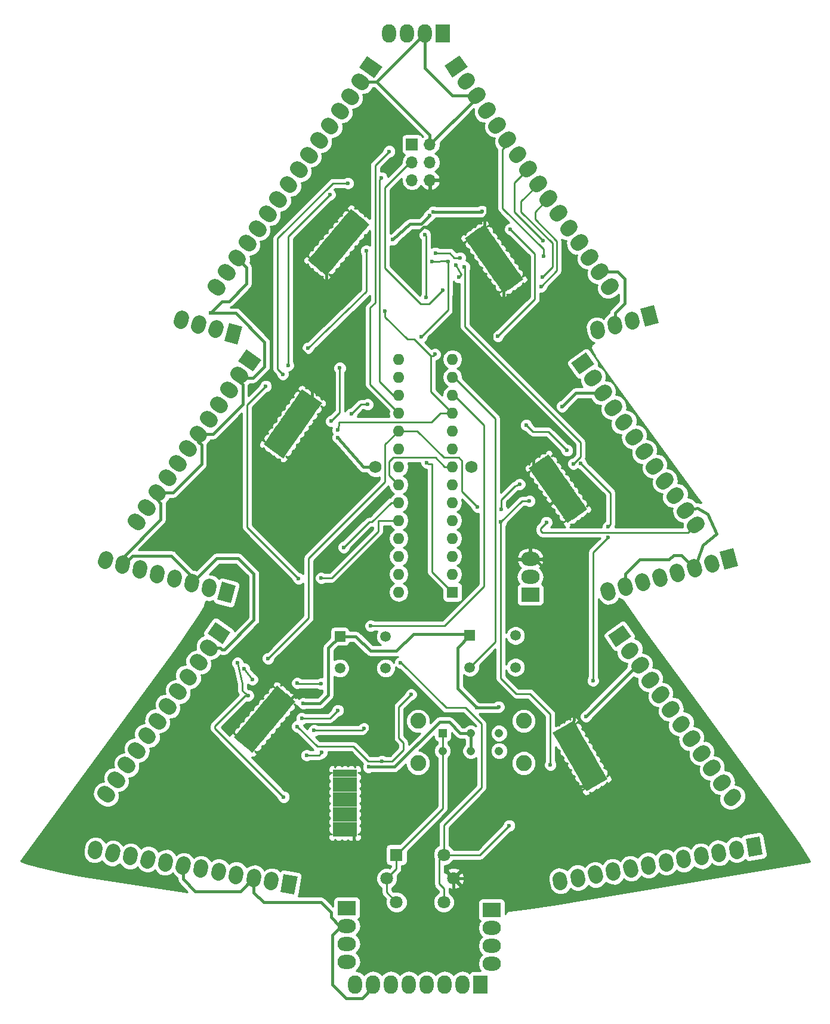
<source format=gbl>
G04 #@! TF.FileFunction,Copper,L2,Bot,Signal*
%FSLAX46Y46*%
G04 Gerber Fmt 4.6, Leading zero omitted, Abs format (unit mm)*
G04 Created by KiCad (PCBNEW 4.0.7) date Sunday, November 19, 2023 'AMt' 11:29:43 AM*
%MOMM*%
%LPD*%
G01*
G04 APERTURE LIST*
%ADD10C,0.020000*%
%ADD11C,2.000000*%
%ADD12R,2.600000X2.000000*%
%ADD13O,2.600000X2.000000*%
%ADD14R,2.000000X2.600000*%
%ADD15O,2.000000X2.600000*%
%ADD16C,1.755000*%
%ADD17R,0.890000X1.100000*%
%ADD18C,1.498000*%
%ADD19R,1.498000X1.498000*%
%ADD20R,1.600000X1.600000*%
%ADD21O,1.600000X1.600000*%
%ADD22R,1.800000X1.800000*%
%ADD23C,1.800000*%
%ADD24R,1.700000X1.700000*%
%ADD25O,1.700000X1.700000*%
%ADD26R,1.208000X1.208000*%
%ADD27C,1.208000*%
%ADD28C,2.250000*%
%ADD29C,0.600000*%
%ADD30C,0.900000*%
%ADD31C,0.400000*%
%ADD32C,0.250000*%
%ADD33C,0.254000*%
G04 APERTURE END LIST*
D10*
G36*
X152087406Y-30746857D02*
X154217201Y-29255559D01*
X155364354Y-30893863D01*
X153234559Y-32385161D01*
X152087406Y-30746857D01*
X152087406Y-30746857D01*
G37*
D11*
X155428510Y-32728933D02*
X154937018Y-33073079D01*
X156885394Y-34809579D02*
X156393902Y-35153725D01*
X158342278Y-36890226D02*
X157850786Y-37234372D01*
X159799163Y-38970872D02*
X159307671Y-39315018D01*
X161256047Y-41051518D02*
X160764555Y-41395664D01*
X162712931Y-43132164D02*
X162221439Y-43476310D01*
X164169815Y-45212810D02*
X163678323Y-45556956D01*
X165626699Y-47293457D02*
X165135207Y-47637603D01*
X167083583Y-49374103D02*
X166592091Y-49718249D01*
X168540467Y-51454749D02*
X168048975Y-51798895D01*
X169997352Y-53535395D02*
X169505860Y-53879541D01*
X171454236Y-55616041D02*
X170962744Y-55960187D01*
X172911120Y-57696688D02*
X172419628Y-58040834D01*
X174368004Y-59777334D02*
X173876512Y-60121480D01*
X175824888Y-61857980D02*
X175333396Y-62202126D01*
D10*
G36*
X181807661Y-64690577D02*
X182480591Y-67201985D01*
X180548739Y-67719623D01*
X179875809Y-65208215D01*
X181807661Y-64690577D01*
X181807661Y-64690577D01*
G37*
D11*
X178802394Y-67152278D02*
X178647102Y-66572722D01*
X176348943Y-67809679D02*
X176193651Y-67230123D01*
X173895491Y-68467079D02*
X173740199Y-67887523D01*
D10*
G36*
X170065526Y-72875297D02*
X172195321Y-71383999D01*
X173342474Y-73022303D01*
X171212679Y-74513601D01*
X170065526Y-72875297D01*
X170065526Y-72875297D01*
G37*
D11*
X173406630Y-74857373D02*
X172915138Y-75201519D01*
X174863514Y-76938019D02*
X174372022Y-77282165D01*
X176320398Y-79018666D02*
X175828906Y-79362812D01*
X177777283Y-81099312D02*
X177285791Y-81443458D01*
X179234167Y-83179958D02*
X178742675Y-83524104D01*
X180691051Y-85260604D02*
X180199559Y-85604750D01*
X182147935Y-87341250D02*
X181656443Y-87685396D01*
X183604819Y-89421897D02*
X183113327Y-89766043D01*
X185061703Y-91502543D02*
X184570211Y-91846689D01*
X186518587Y-93583189D02*
X186027095Y-93927335D01*
X187975472Y-95663835D02*
X187483980Y-96007981D01*
D10*
G36*
X193085261Y-99143137D02*
X193758191Y-101654545D01*
X191826339Y-102172183D01*
X191153409Y-99660775D01*
X193085261Y-99143137D01*
X193085261Y-99143137D01*
G37*
D11*
X190079994Y-101604838D02*
X189924702Y-101025282D01*
X187626543Y-102262239D02*
X187471251Y-101682683D01*
X185173091Y-102919639D02*
X185017799Y-102340083D01*
X182719640Y-103577039D02*
X182564348Y-102997483D01*
X180266188Y-104234440D02*
X180110896Y-103654884D01*
X177812736Y-104891840D02*
X177657444Y-104312284D01*
X175359285Y-105549241D02*
X175203993Y-104969685D01*
D10*
G36*
X175285226Y-111508697D02*
X177415021Y-110017399D01*
X178562174Y-111655703D01*
X176432379Y-113147001D01*
X175285226Y-111508697D01*
X175285226Y-111508697D01*
G37*
D11*
X178626330Y-113490773D02*
X178134838Y-113834919D01*
X180083214Y-115571419D02*
X179591722Y-115915565D01*
X181540098Y-117652066D02*
X181048606Y-117996212D01*
X182996983Y-119732712D02*
X182505491Y-120076858D01*
X184453867Y-121813358D02*
X183962375Y-122157504D01*
X185910751Y-123894004D02*
X185419259Y-124238150D01*
X187367635Y-125974650D02*
X186876143Y-126318796D01*
X188824519Y-128055297D02*
X188333027Y-128399443D01*
X190281403Y-130135943D02*
X189789911Y-130480089D01*
X191738287Y-132216589D02*
X191246795Y-132560735D01*
X193195172Y-134297235D02*
X192703680Y-134641381D01*
D10*
G36*
X196783565Y-139998702D02*
X197235050Y-142559202D01*
X195265435Y-142906498D01*
X194813950Y-140345998D01*
X196783565Y-139998702D01*
X196783565Y-139998702D01*
G37*
D11*
X193575182Y-142189108D02*
X193470994Y-141598224D01*
X191073771Y-142630175D02*
X190969583Y-142039291D01*
X188572359Y-143071241D02*
X188468171Y-142480357D01*
X186070947Y-143512307D02*
X185966759Y-142921423D01*
X183569536Y-143953374D02*
X183465348Y-143362490D01*
X181068124Y-144394440D02*
X180963936Y-143803556D01*
X178566712Y-144835507D02*
X178462524Y-144244623D01*
X176065300Y-145276573D02*
X175961112Y-144685689D01*
X173563889Y-145717639D02*
X173459701Y-145126755D01*
X171062477Y-146158706D02*
X170958289Y-145567822D01*
X168561065Y-146599772D02*
X168456877Y-146008888D01*
D12*
X158775400Y-150418800D03*
D13*
X158775400Y-152958800D03*
X158775400Y-155498800D03*
X158775400Y-158038800D03*
D14*
X157187900Y-160985200D03*
D15*
X154647900Y-160985200D03*
X152107900Y-160985200D03*
X149567900Y-160985200D03*
X147027900Y-160985200D03*
X144487900Y-160985200D03*
X141947900Y-160985200D03*
X139407900Y-160985200D03*
D12*
X138252200Y-150152100D03*
D13*
X138252200Y-152692100D03*
X138252200Y-155232100D03*
X138252200Y-157772100D03*
D10*
G36*
X131238230Y-145667298D02*
X130786745Y-148227798D01*
X128817130Y-147880502D01*
X129268615Y-145320002D01*
X131238230Y-145667298D01*
X131238230Y-145667298D01*
G37*
D11*
X127474174Y-146628276D02*
X127578362Y-146037392D01*
X124972763Y-146187209D02*
X125076951Y-145596325D01*
X122471351Y-145746143D02*
X122575539Y-145155259D01*
X119969939Y-145305077D02*
X120074127Y-144714193D01*
X117468528Y-144864010D02*
X117572716Y-144273126D01*
X114967116Y-144422944D02*
X115071304Y-143832060D01*
X112465704Y-143981877D02*
X112569892Y-143390993D01*
X109964292Y-143540811D02*
X110068480Y-142949927D01*
X107462881Y-143099745D02*
X107567069Y-142508861D01*
X104961469Y-142658678D02*
X105065657Y-142067794D01*
X102460057Y-142217612D02*
X102564245Y-141626728D01*
D10*
G36*
X119602419Y-109585599D02*
X121732214Y-111076897D01*
X120585061Y-112715201D01*
X118455266Y-111223903D01*
X119602419Y-109585599D01*
X119602419Y-109585599D01*
G37*
D11*
X118882602Y-113403119D02*
X118391110Y-113058973D01*
X117425718Y-115483765D02*
X116934226Y-115139619D01*
X115968834Y-117564412D02*
X115477342Y-117220266D01*
X114511949Y-119645058D02*
X114020457Y-119300912D01*
X113055065Y-121725704D02*
X112563573Y-121381558D01*
X111598181Y-123806350D02*
X111106689Y-123462204D01*
X110141297Y-125886996D02*
X109649805Y-125542850D01*
X108684413Y-127967643D02*
X108192921Y-127623497D01*
X107227529Y-130048289D02*
X106736037Y-129704143D01*
X105770645Y-132128935D02*
X105279153Y-131784789D01*
X104313760Y-134209581D02*
X103822268Y-133865435D01*
D10*
G36*
X122447691Y-104418195D02*
X121774761Y-106929603D01*
X119842909Y-106411965D01*
X120515839Y-103900557D01*
X122447691Y-104418195D01*
X122447691Y-104418195D01*
G37*
D11*
X118614202Y-105047458D02*
X118769494Y-104467902D01*
X116160751Y-104390057D02*
X116316043Y-103810501D01*
X113707299Y-103732657D02*
X113862591Y-103153101D01*
X111253848Y-103075257D02*
X111409140Y-102495701D01*
X108800396Y-102417856D02*
X108955688Y-101838300D01*
X106346944Y-101760456D02*
X106502236Y-101180900D01*
X103893493Y-101103055D02*
X104048785Y-100523499D01*
D10*
G36*
X123430671Y-67712655D02*
X122757741Y-70224063D01*
X120825889Y-69706425D01*
X121498819Y-67195017D01*
X123430671Y-67712655D01*
X123430671Y-67712655D01*
G37*
D11*
X119597182Y-68341918D02*
X119752474Y-67762362D01*
X117143731Y-67684517D02*
X117299023Y-67104961D01*
X114690279Y-67027117D02*
X114845571Y-66447561D01*
D10*
G36*
X141126379Y-29346999D02*
X143256174Y-30838297D01*
X142109021Y-32476601D01*
X139979226Y-30985303D01*
X141126379Y-29346999D01*
X141126379Y-29346999D01*
G37*
D11*
X140406562Y-33164519D02*
X139915070Y-32820373D01*
X138949678Y-35245165D02*
X138458186Y-34901019D01*
X137492794Y-37325812D02*
X137001302Y-36981666D01*
X136035909Y-39406458D02*
X135544417Y-39062312D01*
X134579025Y-41487104D02*
X134087533Y-41142958D01*
X133122141Y-43567750D02*
X132630649Y-43223604D01*
X131665257Y-45648396D02*
X131173765Y-45304250D01*
X130208373Y-47729043D02*
X129716881Y-47384897D01*
X128751489Y-49809689D02*
X128259997Y-49465543D01*
X127294605Y-51890335D02*
X126803113Y-51546189D01*
X125837720Y-53970981D02*
X125346228Y-53626835D01*
X124380836Y-56051627D02*
X123889344Y-55707481D01*
X122923952Y-58132274D02*
X122432460Y-57788128D01*
X121467068Y-60212920D02*
X120975576Y-59868774D01*
X120010184Y-62293566D02*
X119518692Y-61949420D01*
D14*
X151858980Y-26123900D03*
D15*
X149318980Y-26123900D03*
X146778980Y-26123900D03*
X144238980Y-26123900D03*
D10*
G36*
X123955979Y-70957279D02*
X126085774Y-72448577D01*
X124938621Y-74086881D01*
X122808826Y-72595583D01*
X123955979Y-70957279D01*
X123955979Y-70957279D01*
G37*
D11*
X123236162Y-74774799D02*
X122744670Y-74430653D01*
X121779278Y-76855445D02*
X121287786Y-76511299D01*
X120322394Y-78936092D02*
X119830902Y-78591946D01*
X118865509Y-81016738D02*
X118374017Y-80672592D01*
X117408625Y-83097384D02*
X116917133Y-82753238D01*
X115951741Y-85178030D02*
X115460249Y-84833884D01*
X114494857Y-87258676D02*
X114003365Y-86914530D01*
X113037973Y-89339323D02*
X112546481Y-88995177D01*
X111581089Y-91419969D02*
X111089597Y-91075823D01*
X110124205Y-93500615D02*
X109632713Y-93156469D01*
X108667320Y-95581261D02*
X108175828Y-95237115D01*
D16*
X142305600Y-87632000D03*
X155895600Y-87632000D03*
D10*
G36*
X169523606Y-95591242D02*
X168892672Y-94690175D01*
X169621718Y-94179692D01*
X170252652Y-95080759D01*
X169523606Y-95591242D01*
X169523606Y-95591242D01*
G37*
G36*
X170219885Y-95103702D02*
X169588951Y-94202635D01*
X170317997Y-93692152D01*
X170948931Y-94593219D01*
X170219885Y-95103702D01*
X170219885Y-95103702D01*
G37*
G36*
X171612443Y-94128622D02*
X170981509Y-93227555D01*
X171710555Y-92717072D01*
X172341489Y-93618139D01*
X171612443Y-94128622D01*
X171612443Y-94128622D01*
G37*
G36*
X170916164Y-94616162D02*
X170285230Y-93715095D01*
X171014276Y-93204612D01*
X171645210Y-94105679D01*
X170916164Y-94616162D01*
X170916164Y-94616162D01*
G37*
G36*
X170310324Y-93750933D02*
X169679390Y-92849866D01*
X170408436Y-92339383D01*
X171039370Y-93240450D01*
X170310324Y-93750933D01*
X170310324Y-93750933D01*
G37*
G36*
X171006603Y-93263393D02*
X170375669Y-92362326D01*
X171104715Y-91851843D01*
X171735649Y-92752910D01*
X171006603Y-93263393D01*
X171006603Y-93263393D01*
G37*
G36*
X169614045Y-94238473D02*
X168983111Y-93337406D01*
X169712157Y-92826923D01*
X170343091Y-93727990D01*
X169614045Y-94238473D01*
X169614045Y-94238473D01*
G37*
G36*
X168917765Y-94726013D02*
X168286831Y-93824946D01*
X169015877Y-93314463D01*
X169646811Y-94215530D01*
X168917765Y-94726013D01*
X168917765Y-94726013D01*
G37*
G36*
X168311925Y-93860784D02*
X167680991Y-92959717D01*
X168410037Y-92449234D01*
X169040971Y-93350301D01*
X168311925Y-93860784D01*
X168311925Y-93860784D01*
G37*
G36*
X169008205Y-93373244D02*
X168377271Y-92472177D01*
X169106317Y-91961694D01*
X169737251Y-92862761D01*
X169008205Y-93373244D01*
X169008205Y-93373244D01*
G37*
G36*
X170400763Y-92398164D02*
X169769829Y-91497097D01*
X170498875Y-90986614D01*
X171129809Y-91887681D01*
X170400763Y-92398164D01*
X170400763Y-92398164D01*
G37*
G36*
X169704484Y-92885704D02*
X169073550Y-91984637D01*
X169802596Y-91474154D01*
X170433530Y-92375221D01*
X169704484Y-92885704D01*
X169704484Y-92885704D01*
G37*
G36*
X169098644Y-92020474D02*
X168467710Y-91119407D01*
X169196756Y-90608924D01*
X169827690Y-91509991D01*
X169098644Y-92020474D01*
X169098644Y-92020474D01*
G37*
G36*
X169794923Y-91532934D02*
X169163989Y-90631867D01*
X169893035Y-90121384D01*
X170523969Y-91022451D01*
X169794923Y-91532934D01*
X169794923Y-91532934D01*
G37*
G36*
X168402364Y-92508014D02*
X167771430Y-91606947D01*
X168500476Y-91096464D01*
X169131410Y-91997531D01*
X168402364Y-92508014D01*
X168402364Y-92508014D01*
G37*
G36*
X167706085Y-92995554D02*
X167075151Y-92094487D01*
X167804197Y-91584004D01*
X168435131Y-92485071D01*
X167706085Y-92995554D01*
X167706085Y-92995554D01*
G37*
G36*
X167100245Y-92130325D02*
X166469311Y-91229258D01*
X167198357Y-90718775D01*
X167829291Y-91619842D01*
X167100245Y-92130325D01*
X167100245Y-92130325D01*
G37*
G36*
X167796524Y-91642785D02*
X167165590Y-90741718D01*
X167894636Y-90231235D01*
X168525570Y-91132302D01*
X167796524Y-91642785D01*
X167796524Y-91642785D01*
G37*
G36*
X169189083Y-90667705D02*
X168558149Y-89766638D01*
X169287195Y-89256155D01*
X169918129Y-90157222D01*
X169189083Y-90667705D01*
X169189083Y-90667705D01*
G37*
G36*
X168492804Y-91155245D02*
X167861870Y-90254178D01*
X168590916Y-89743695D01*
X169221850Y-90644762D01*
X168492804Y-91155245D01*
X168492804Y-91155245D01*
G37*
G36*
X167886964Y-90290016D02*
X167256030Y-89388949D01*
X167985076Y-88878466D01*
X168616010Y-89779533D01*
X167886964Y-90290016D01*
X167886964Y-90290016D01*
G37*
G36*
X168583243Y-89802476D02*
X167952309Y-88901409D01*
X168681355Y-88390926D01*
X169312289Y-89291993D01*
X168583243Y-89802476D01*
X168583243Y-89802476D01*
G37*
G36*
X167190684Y-90777556D02*
X166559750Y-89876489D01*
X167288796Y-89366006D01*
X167919730Y-90267073D01*
X167190684Y-90777556D01*
X167190684Y-90777556D01*
G37*
G36*
X166494405Y-91265096D02*
X165863471Y-90364029D01*
X166592517Y-89853546D01*
X167223451Y-90754613D01*
X166494405Y-91265096D01*
X166494405Y-91265096D01*
G37*
G36*
X165888565Y-90399866D02*
X165257631Y-89498799D01*
X165986677Y-88988316D01*
X166617611Y-89889383D01*
X165888565Y-90399866D01*
X165888565Y-90399866D01*
G37*
G36*
X166584844Y-89912326D02*
X165953910Y-89011259D01*
X166682956Y-88500776D01*
X167313890Y-89401843D01*
X166584844Y-89912326D01*
X166584844Y-89912326D01*
G37*
G36*
X167977403Y-88937246D02*
X167346469Y-88036179D01*
X168075515Y-87525696D01*
X168706449Y-88426763D01*
X167977403Y-88937246D01*
X167977403Y-88937246D01*
G37*
G36*
X167281123Y-89424786D02*
X166650189Y-88523719D01*
X167379235Y-88013236D01*
X168010169Y-88914303D01*
X167281123Y-89424786D01*
X167281123Y-89424786D01*
G37*
G36*
X166675283Y-88559557D02*
X166044349Y-87658490D01*
X166773395Y-87148007D01*
X167404329Y-88049074D01*
X166675283Y-88559557D01*
X166675283Y-88559557D01*
G37*
G36*
X167371563Y-88072017D02*
X166740629Y-87170950D01*
X167469675Y-86660467D01*
X168100609Y-87561534D01*
X167371563Y-88072017D01*
X167371563Y-88072017D01*
G37*
G36*
X165979004Y-89047097D02*
X165348070Y-88146030D01*
X166077116Y-87635547D01*
X166708050Y-88536614D01*
X165979004Y-89047097D01*
X165979004Y-89047097D01*
G37*
G36*
X165282725Y-89534637D02*
X164651791Y-88633570D01*
X165380837Y-88123087D01*
X166011771Y-89024154D01*
X165282725Y-89534637D01*
X165282725Y-89534637D01*
G37*
G36*
X164676885Y-88669408D02*
X164045951Y-87768341D01*
X164774997Y-87257858D01*
X165405931Y-88158925D01*
X164676885Y-88669408D01*
X164676885Y-88669408D01*
G37*
G36*
X165373164Y-88181868D02*
X164742230Y-87280801D01*
X165471276Y-86770318D01*
X166102210Y-87671385D01*
X165373164Y-88181868D01*
X165373164Y-88181868D01*
G37*
G36*
X166765722Y-87206788D02*
X166134788Y-86305721D01*
X166863834Y-85795238D01*
X167494768Y-86696305D01*
X166765722Y-87206788D01*
X166765722Y-87206788D01*
G37*
G36*
X166069443Y-87694328D02*
X165438509Y-86793261D01*
X166167555Y-86282778D01*
X166798489Y-87183845D01*
X166069443Y-87694328D01*
X166069443Y-87694328D01*
G37*
G36*
X132691813Y-58320508D02*
X133398879Y-57477859D01*
X134080659Y-58049940D01*
X133373593Y-58892589D01*
X132691813Y-58320508D01*
X132691813Y-58320508D01*
G37*
G36*
X133342950Y-58866877D02*
X134050016Y-58024228D01*
X134731796Y-58596309D01*
X134024730Y-59438958D01*
X133342950Y-58866877D01*
X133342950Y-58866877D01*
G37*
G36*
X134645226Y-59959616D02*
X135352292Y-59116967D01*
X136034072Y-59689048D01*
X135327006Y-60531697D01*
X134645226Y-59959616D01*
X134645226Y-59959616D01*
G37*
G36*
X133994088Y-59413247D02*
X134701154Y-58570598D01*
X135382934Y-59142679D01*
X134675868Y-59985328D01*
X133994088Y-59413247D01*
X133994088Y-59413247D01*
G37*
G36*
X134673033Y-58604112D02*
X135380099Y-57761463D01*
X136061879Y-58333544D01*
X135354813Y-59176193D01*
X134673033Y-58604112D01*
X134673033Y-58604112D01*
G37*
G36*
X135324170Y-59150482D02*
X136031236Y-58307833D01*
X136713016Y-58879914D01*
X136005950Y-59722563D01*
X135324170Y-59150482D01*
X135324170Y-59150482D01*
G37*
G36*
X134021895Y-58057743D02*
X134728961Y-57215094D01*
X135410741Y-57787175D01*
X134703675Y-58629824D01*
X134021895Y-58057743D01*
X134021895Y-58057743D01*
G37*
G36*
X133370757Y-57511373D02*
X134077823Y-56668724D01*
X134759603Y-57240805D01*
X134052537Y-58083454D01*
X133370757Y-57511373D01*
X133370757Y-57511373D01*
G37*
G36*
X134049702Y-56702239D02*
X134756768Y-55859590D01*
X135438548Y-56431671D01*
X134731482Y-57274320D01*
X134049702Y-56702239D01*
X134049702Y-56702239D01*
G37*
G36*
X134700839Y-57248608D02*
X135407905Y-56405959D01*
X136089685Y-56978040D01*
X135382619Y-57820689D01*
X134700839Y-57248608D01*
X134700839Y-57248608D01*
G37*
G36*
X136003115Y-58341347D02*
X136710181Y-57498698D01*
X137391961Y-58070779D01*
X136684895Y-58913428D01*
X136003115Y-58341347D01*
X136003115Y-58341347D01*
G37*
G36*
X135351977Y-57794978D02*
X136059043Y-56952329D01*
X136740823Y-57524410D01*
X136033757Y-58367059D01*
X135351977Y-57794978D01*
X135351977Y-57794978D01*
G37*
G36*
X136030921Y-56985843D02*
X136737987Y-56143194D01*
X137419767Y-56715275D01*
X136712701Y-57557924D01*
X136030921Y-56985843D01*
X136030921Y-56985843D01*
G37*
G36*
X136682059Y-57532213D02*
X137389125Y-56689564D01*
X138070905Y-57261645D01*
X137363839Y-58104294D01*
X136682059Y-57532213D01*
X136682059Y-57532213D01*
G37*
G36*
X135379784Y-56439474D02*
X136086850Y-55596825D01*
X136768630Y-56168906D01*
X136061564Y-57011555D01*
X135379784Y-56439474D01*
X135379784Y-56439474D01*
G37*
G36*
X134728646Y-55893104D02*
X135435712Y-55050455D01*
X136117492Y-55622536D01*
X135410426Y-56465185D01*
X134728646Y-55893104D01*
X134728646Y-55893104D01*
G37*
G36*
X135407590Y-55083970D02*
X136114656Y-54241321D01*
X136796436Y-54813402D01*
X136089370Y-55656051D01*
X135407590Y-55083970D01*
X135407590Y-55083970D01*
G37*
G36*
X136058728Y-55630339D02*
X136765794Y-54787690D01*
X137447574Y-55359771D01*
X136740508Y-56202420D01*
X136058728Y-55630339D01*
X136058728Y-55630339D01*
G37*
G36*
X137361004Y-56723078D02*
X138068070Y-55880429D01*
X138749850Y-56452510D01*
X138042784Y-57295159D01*
X137361004Y-56723078D01*
X137361004Y-56723078D01*
G37*
G36*
X136709866Y-56176709D02*
X137416932Y-55334060D01*
X138098712Y-55906141D01*
X137391646Y-56748790D01*
X136709866Y-56176709D01*
X136709866Y-56176709D01*
G37*
G36*
X137388810Y-55367574D02*
X138095876Y-54524925D01*
X138777656Y-55097006D01*
X138070590Y-55939655D01*
X137388810Y-55367574D01*
X137388810Y-55367574D01*
G37*
G36*
X138039948Y-55913944D02*
X138747014Y-55071295D01*
X139428794Y-55643376D01*
X138721728Y-56486025D01*
X138039948Y-55913944D01*
X138039948Y-55913944D01*
G37*
G36*
X136737673Y-54821205D02*
X137444739Y-53978556D01*
X138126519Y-54550637D01*
X137419453Y-55393286D01*
X136737673Y-54821205D01*
X136737673Y-54821205D01*
G37*
G36*
X136086535Y-54274835D02*
X136793601Y-53432186D01*
X137475381Y-54004267D01*
X136768315Y-54846916D01*
X136086535Y-54274835D01*
X136086535Y-54274835D01*
G37*
G36*
X136765479Y-53465701D02*
X137472545Y-52623052D01*
X138154325Y-53195133D01*
X137447259Y-54037782D01*
X136765479Y-53465701D01*
X136765479Y-53465701D01*
G37*
G36*
X137416617Y-54012070D02*
X138123683Y-53169421D01*
X138805463Y-53741502D01*
X138098397Y-54584151D01*
X137416617Y-54012070D01*
X137416617Y-54012070D01*
G37*
G36*
X138718892Y-55104809D02*
X139425958Y-54262160D01*
X140107738Y-54834241D01*
X139400672Y-55676890D01*
X138718892Y-55104809D01*
X138718892Y-55104809D01*
G37*
G36*
X138067755Y-54558440D02*
X138774821Y-53715791D01*
X139456601Y-54287872D01*
X138749535Y-55130521D01*
X138067755Y-54558440D01*
X138067755Y-54558440D01*
G37*
G36*
X138746699Y-53749305D02*
X139453765Y-52906656D01*
X140135545Y-53478737D01*
X139428479Y-54321386D01*
X138746699Y-53749305D01*
X138746699Y-53749305D01*
G37*
G36*
X139397837Y-54295675D02*
X140104903Y-53453026D01*
X140786683Y-54025107D01*
X140079617Y-54867756D01*
X139397837Y-54295675D01*
X139397837Y-54295675D01*
G37*
G36*
X138095561Y-53202936D02*
X138802627Y-52360287D01*
X139484407Y-52932368D01*
X138777341Y-53775017D01*
X138095561Y-53202936D01*
X138095561Y-53202936D01*
G37*
G36*
X137444424Y-52656566D02*
X138151490Y-51813917D01*
X138833270Y-52385998D01*
X138126204Y-53228647D01*
X137444424Y-52656566D01*
X137444424Y-52656566D01*
G37*
G36*
X138123368Y-51847432D02*
X138830434Y-51004783D01*
X139512214Y-51576864D01*
X138805148Y-52419513D01*
X138123368Y-51847432D01*
X138123368Y-51847432D01*
G37*
G36*
X138774506Y-52393801D02*
X139481572Y-51551152D01*
X140163352Y-52123233D01*
X139456286Y-52965882D01*
X138774506Y-52393801D01*
X138774506Y-52393801D01*
G37*
G36*
X140076781Y-53486540D02*
X140783847Y-52643891D01*
X141465627Y-53215972D01*
X140758561Y-54058621D01*
X140076781Y-53486540D01*
X140076781Y-53486540D01*
G37*
G36*
X139425644Y-52940171D02*
X140132710Y-52097522D01*
X140814490Y-52669603D01*
X140107424Y-53512252D01*
X139425644Y-52940171D01*
X139425644Y-52940171D01*
G37*
G36*
X126408231Y-84408099D02*
X127039165Y-83507032D01*
X127768211Y-84017515D01*
X127137277Y-84918582D01*
X126408231Y-84408099D01*
X126408231Y-84408099D01*
G37*
G36*
X127104510Y-84895639D02*
X127735444Y-83994572D01*
X128464490Y-84505055D01*
X127833556Y-85406122D01*
X127104510Y-84895639D01*
X127104510Y-84895639D01*
G37*
G36*
X128497068Y-85870719D02*
X129128002Y-84969652D01*
X129857048Y-85480135D01*
X129226114Y-86381202D01*
X128497068Y-85870719D01*
X128497068Y-85870719D01*
G37*
G36*
X127800789Y-85383179D02*
X128431723Y-84482112D01*
X129160769Y-84992595D01*
X128529835Y-85893662D01*
X127800789Y-85383179D01*
X127800789Y-85383179D01*
G37*
G36*
X128406629Y-84517950D02*
X129037563Y-83616883D01*
X129766609Y-84127366D01*
X129135675Y-85028433D01*
X128406629Y-84517950D01*
X128406629Y-84517950D01*
G37*
G36*
X129102909Y-85005490D02*
X129733843Y-84104423D01*
X130462889Y-84614906D01*
X129831955Y-85515973D01*
X129102909Y-85005490D01*
X129102909Y-85005490D01*
G37*
G36*
X127710350Y-84030410D02*
X128341284Y-83129343D01*
X129070330Y-83639826D01*
X128439396Y-84540893D01*
X127710350Y-84030410D01*
X127710350Y-84030410D01*
G37*
G36*
X127014071Y-83542870D02*
X127645005Y-82641803D01*
X128374051Y-83152286D01*
X127743117Y-84053353D01*
X127014071Y-83542870D01*
X127014071Y-83542870D01*
G37*
G36*
X127619911Y-82677641D02*
X128250845Y-81776574D01*
X128979891Y-82287057D01*
X128348957Y-83188124D01*
X127619911Y-82677641D01*
X127619911Y-82677641D01*
G37*
G36*
X128316190Y-83165181D02*
X128947124Y-82264114D01*
X129676170Y-82774597D01*
X129045236Y-83675664D01*
X128316190Y-83165181D01*
X128316190Y-83165181D01*
G37*
G36*
X129708749Y-84140261D02*
X130339683Y-83239194D01*
X131068729Y-83749677D01*
X130437795Y-84650744D01*
X129708749Y-84140261D01*
X129708749Y-84140261D01*
G37*
G36*
X129012469Y-83652721D02*
X129643403Y-82751654D01*
X130372449Y-83262137D01*
X129741515Y-84163204D01*
X129012469Y-83652721D01*
X129012469Y-83652721D01*
G37*
G36*
X129618310Y-82787491D02*
X130249244Y-81886424D01*
X130978290Y-82396907D01*
X130347356Y-83297974D01*
X129618310Y-82787491D01*
X129618310Y-82787491D01*
G37*
G36*
X130314589Y-83275031D02*
X130945523Y-82373964D01*
X131674569Y-82884447D01*
X131043635Y-83785514D01*
X130314589Y-83275031D01*
X130314589Y-83275031D01*
G37*
G36*
X128922030Y-82299951D02*
X129552964Y-81398884D01*
X130282010Y-81909367D01*
X129651076Y-82810434D01*
X128922030Y-82299951D01*
X128922030Y-82299951D01*
G37*
G36*
X128225751Y-81812411D02*
X128856685Y-80911344D01*
X129585731Y-81421827D01*
X128954797Y-82322894D01*
X128225751Y-81812411D01*
X128225751Y-81812411D01*
G37*
G36*
X128831591Y-80947182D02*
X129462525Y-80046115D01*
X130191571Y-80556598D01*
X129560637Y-81457665D01*
X128831591Y-80947182D01*
X128831591Y-80947182D01*
G37*
G36*
X129527870Y-81434722D02*
X130158804Y-80533655D01*
X130887850Y-81044138D01*
X130256916Y-81945205D01*
X129527870Y-81434722D01*
X129527870Y-81434722D01*
G37*
G36*
X130920429Y-82409802D02*
X131551363Y-81508735D01*
X132280409Y-82019218D01*
X131649475Y-82920285D01*
X130920429Y-82409802D01*
X130920429Y-82409802D01*
G37*
G36*
X130224150Y-81922262D02*
X130855084Y-81021195D01*
X131584130Y-81531678D01*
X130953196Y-82432745D01*
X130224150Y-81922262D01*
X130224150Y-81922262D01*
G37*
G36*
X130829990Y-81057033D02*
X131460924Y-80155966D01*
X132189970Y-80666449D01*
X131559036Y-81567516D01*
X130829990Y-81057033D01*
X130829990Y-81057033D01*
G37*
G36*
X131526269Y-81544573D02*
X132157203Y-80643506D01*
X132886249Y-81153989D01*
X132255315Y-82055056D01*
X131526269Y-81544573D01*
X131526269Y-81544573D01*
G37*
G36*
X130133710Y-80569493D02*
X130764644Y-79668426D01*
X131493690Y-80178909D01*
X130862756Y-81079976D01*
X130133710Y-80569493D01*
X130133710Y-80569493D01*
G37*
G36*
X129437431Y-80081953D02*
X130068365Y-79180886D01*
X130797411Y-79691369D01*
X130166477Y-80592436D01*
X129437431Y-80081953D01*
X129437431Y-80081953D01*
G37*
G36*
X130043271Y-79216723D02*
X130674205Y-78315656D01*
X131403251Y-78826139D01*
X130772317Y-79727206D01*
X130043271Y-79216723D01*
X130043271Y-79216723D01*
G37*
G36*
X130739551Y-79704263D02*
X131370485Y-78803196D01*
X132099531Y-79313679D01*
X131468597Y-80214746D01*
X130739551Y-79704263D01*
X130739551Y-79704263D01*
G37*
G36*
X132132109Y-80679343D02*
X132763043Y-79778276D01*
X133492089Y-80288759D01*
X132861155Y-81189826D01*
X132132109Y-80679343D01*
X132132109Y-80679343D01*
G37*
G36*
X131435830Y-80191803D02*
X132066764Y-79290736D01*
X132795810Y-79801219D01*
X132164876Y-80702286D01*
X131435830Y-80191803D01*
X131435830Y-80191803D01*
G37*
G36*
X132041670Y-79326574D02*
X132672604Y-78425507D01*
X133401650Y-78935990D01*
X132770716Y-79837057D01*
X132041670Y-79326574D01*
X132041670Y-79326574D01*
G37*
G36*
X132737949Y-79814114D02*
X133368883Y-78913047D01*
X134097929Y-79423530D01*
X133466995Y-80324597D01*
X132737949Y-79814114D01*
X132737949Y-79814114D01*
G37*
G36*
X131345391Y-78839034D02*
X131976325Y-77937967D01*
X132705371Y-78448450D01*
X132074437Y-79349517D01*
X131345391Y-78839034D01*
X131345391Y-78839034D01*
G37*
G36*
X130649111Y-78351494D02*
X131280045Y-77450427D01*
X132009091Y-77960910D01*
X131378157Y-78861977D01*
X130649111Y-78351494D01*
X130649111Y-78351494D01*
G37*
G36*
X131254952Y-77486265D02*
X131885886Y-76585198D01*
X132614932Y-77095681D01*
X131983998Y-77996748D01*
X131254952Y-77486265D01*
X131254952Y-77486265D01*
G37*
G36*
X131951231Y-77973805D02*
X132582165Y-77072738D01*
X133311211Y-77583221D01*
X132680277Y-78484288D01*
X131951231Y-77973805D01*
X131951231Y-77973805D01*
G37*
G36*
X133343789Y-78948885D02*
X133974723Y-78047818D01*
X134703769Y-78558301D01*
X134072835Y-79459368D01*
X133343789Y-78948885D01*
X133343789Y-78948885D01*
G37*
G36*
X132647510Y-78461345D02*
X133278444Y-77560278D01*
X134007490Y-78070761D01*
X133376556Y-78971828D01*
X132647510Y-78461345D01*
X132647510Y-78461345D01*
G37*
G36*
X160450726Y-62997962D02*
X159819792Y-62096895D01*
X160548838Y-61586412D01*
X161179772Y-62487479D01*
X160450726Y-62997962D01*
X160450726Y-62997962D01*
G37*
G36*
X161147005Y-62510422D02*
X160516071Y-61609355D01*
X161245117Y-61098872D01*
X161876051Y-61999939D01*
X161147005Y-62510422D01*
X161147005Y-62510422D01*
G37*
G36*
X162539563Y-61535342D02*
X161908629Y-60634275D01*
X162637675Y-60123792D01*
X163268609Y-61024859D01*
X162539563Y-61535342D01*
X162539563Y-61535342D01*
G37*
G36*
X161843284Y-62022882D02*
X161212350Y-61121815D01*
X161941396Y-60611332D01*
X162572330Y-61512399D01*
X161843284Y-62022882D01*
X161843284Y-62022882D01*
G37*
G36*
X161237444Y-61157653D02*
X160606510Y-60256586D01*
X161335556Y-59746103D01*
X161966490Y-60647170D01*
X161237444Y-61157653D01*
X161237444Y-61157653D01*
G37*
G36*
X161933723Y-60670113D02*
X161302789Y-59769046D01*
X162031835Y-59258563D01*
X162662769Y-60159630D01*
X161933723Y-60670113D01*
X161933723Y-60670113D01*
G37*
G36*
X160541165Y-61645193D02*
X159910231Y-60744126D01*
X160639277Y-60233643D01*
X161270211Y-61134710D01*
X160541165Y-61645193D01*
X160541165Y-61645193D01*
G37*
G36*
X159844885Y-62132733D02*
X159213951Y-61231666D01*
X159942997Y-60721183D01*
X160573931Y-61622250D01*
X159844885Y-62132733D01*
X159844885Y-62132733D01*
G37*
G36*
X159239045Y-61267504D02*
X158608111Y-60366437D01*
X159337157Y-59855954D01*
X159968091Y-60757021D01*
X159239045Y-61267504D01*
X159239045Y-61267504D01*
G37*
G36*
X159935325Y-60779964D02*
X159304391Y-59878897D01*
X160033437Y-59368414D01*
X160664371Y-60269481D01*
X159935325Y-60779964D01*
X159935325Y-60779964D01*
G37*
G36*
X161327883Y-59804884D02*
X160696949Y-58903817D01*
X161425995Y-58393334D01*
X162056929Y-59294401D01*
X161327883Y-59804884D01*
X161327883Y-59804884D01*
G37*
G36*
X160631604Y-60292424D02*
X160000670Y-59391357D01*
X160729716Y-58880874D01*
X161360650Y-59781941D01*
X160631604Y-60292424D01*
X160631604Y-60292424D01*
G37*
G36*
X160025764Y-59427194D02*
X159394830Y-58526127D01*
X160123876Y-58015644D01*
X160754810Y-58916711D01*
X160025764Y-59427194D01*
X160025764Y-59427194D01*
G37*
G36*
X160722043Y-58939654D02*
X160091109Y-58038587D01*
X160820155Y-57528104D01*
X161451089Y-58429171D01*
X160722043Y-58939654D01*
X160722043Y-58939654D01*
G37*
G36*
X159329484Y-59914734D02*
X158698550Y-59013667D01*
X159427596Y-58503184D01*
X160058530Y-59404251D01*
X159329484Y-59914734D01*
X159329484Y-59914734D01*
G37*
G36*
X158633205Y-60402274D02*
X158002271Y-59501207D01*
X158731317Y-58990724D01*
X159362251Y-59891791D01*
X158633205Y-60402274D01*
X158633205Y-60402274D01*
G37*
G36*
X158027365Y-59537045D02*
X157396431Y-58635978D01*
X158125477Y-58125495D01*
X158756411Y-59026562D01*
X158027365Y-59537045D01*
X158027365Y-59537045D01*
G37*
G36*
X158723644Y-59049505D02*
X158092710Y-58148438D01*
X158821756Y-57637955D01*
X159452690Y-58539022D01*
X158723644Y-59049505D01*
X158723644Y-59049505D01*
G37*
G36*
X160116203Y-58074425D02*
X159485269Y-57173358D01*
X160214315Y-56662875D01*
X160845249Y-57563942D01*
X160116203Y-58074425D01*
X160116203Y-58074425D01*
G37*
G36*
X159419924Y-58561965D02*
X158788990Y-57660898D01*
X159518036Y-57150415D01*
X160148970Y-58051482D01*
X159419924Y-58561965D01*
X159419924Y-58561965D01*
G37*
G36*
X158814084Y-57696736D02*
X158183150Y-56795669D01*
X158912196Y-56285186D01*
X159543130Y-57186253D01*
X158814084Y-57696736D01*
X158814084Y-57696736D01*
G37*
G36*
X159510363Y-57209196D02*
X158879429Y-56308129D01*
X159608475Y-55797646D01*
X160239409Y-56698713D01*
X159510363Y-57209196D01*
X159510363Y-57209196D01*
G37*
G36*
X158117804Y-58184276D02*
X157486870Y-57283209D01*
X158215916Y-56772726D01*
X158846850Y-57673793D01*
X158117804Y-58184276D01*
X158117804Y-58184276D01*
G37*
G36*
X157421525Y-58671816D02*
X156790591Y-57770749D01*
X157519637Y-57260266D01*
X158150571Y-58161333D01*
X157421525Y-58671816D01*
X157421525Y-58671816D01*
G37*
G36*
X156815685Y-57806586D02*
X156184751Y-56905519D01*
X156913797Y-56395036D01*
X157544731Y-57296103D01*
X156815685Y-57806586D01*
X156815685Y-57806586D01*
G37*
G36*
X157511964Y-57319046D02*
X156881030Y-56417979D01*
X157610076Y-55907496D01*
X158241010Y-56808563D01*
X157511964Y-57319046D01*
X157511964Y-57319046D01*
G37*
G36*
X158904523Y-56343966D02*
X158273589Y-55442899D01*
X159002635Y-54932416D01*
X159633569Y-55833483D01*
X158904523Y-56343966D01*
X158904523Y-56343966D01*
G37*
G36*
X158208243Y-56831506D02*
X157577309Y-55930439D01*
X158306355Y-55419956D01*
X158937289Y-56321023D01*
X158208243Y-56831506D01*
X158208243Y-56831506D01*
G37*
G36*
X157602403Y-55966277D02*
X156971469Y-55065210D01*
X157700515Y-54554727D01*
X158331449Y-55455794D01*
X157602403Y-55966277D01*
X157602403Y-55966277D01*
G37*
G36*
X158298683Y-55478737D02*
X157667749Y-54577670D01*
X158396795Y-54067187D01*
X159027729Y-54968254D01*
X158298683Y-55478737D01*
X158298683Y-55478737D01*
G37*
G36*
X156906124Y-56453817D02*
X156275190Y-55552750D01*
X157004236Y-55042267D01*
X157635170Y-55943334D01*
X156906124Y-56453817D01*
X156906124Y-56453817D01*
G37*
G36*
X156209845Y-56941357D02*
X155578911Y-56040290D01*
X156307957Y-55529807D01*
X156938891Y-56430874D01*
X156209845Y-56941357D01*
X156209845Y-56941357D01*
G37*
G36*
X155604005Y-56076128D02*
X154973071Y-55175061D01*
X155702117Y-54664578D01*
X156333051Y-55565645D01*
X155604005Y-56076128D01*
X155604005Y-56076128D01*
G37*
G36*
X156300284Y-55588588D02*
X155669350Y-54687521D01*
X156398396Y-54177038D01*
X157029330Y-55078105D01*
X156300284Y-55588588D01*
X156300284Y-55588588D01*
G37*
G36*
X157692842Y-54613508D02*
X157061908Y-53712441D01*
X157790954Y-53201958D01*
X158421888Y-54103025D01*
X157692842Y-54613508D01*
X157692842Y-54613508D01*
G37*
G36*
X156996563Y-55101048D02*
X156365629Y-54199981D01*
X157094675Y-53689498D01*
X157725609Y-54590565D01*
X156996563Y-55101048D01*
X156996563Y-55101048D01*
G37*
G36*
X122188913Y-125945468D02*
X122895979Y-125102819D01*
X123577759Y-125674900D01*
X122870693Y-126517549D01*
X122188913Y-125945468D01*
X122188913Y-125945468D01*
G37*
G36*
X122840050Y-126491837D02*
X123547116Y-125649188D01*
X124228896Y-126221269D01*
X123521830Y-127063918D01*
X122840050Y-126491837D01*
X122840050Y-126491837D01*
G37*
G36*
X124142326Y-127584576D02*
X124849392Y-126741927D01*
X125531172Y-127314008D01*
X124824106Y-128156657D01*
X124142326Y-127584576D01*
X124142326Y-127584576D01*
G37*
G36*
X123491188Y-127038207D02*
X124198254Y-126195558D01*
X124880034Y-126767639D01*
X124172968Y-127610288D01*
X123491188Y-127038207D01*
X123491188Y-127038207D01*
G37*
G36*
X124170133Y-126229072D02*
X124877199Y-125386423D01*
X125558979Y-125958504D01*
X124851913Y-126801153D01*
X124170133Y-126229072D01*
X124170133Y-126229072D01*
G37*
G36*
X124821270Y-126775442D02*
X125528336Y-125932793D01*
X126210116Y-126504874D01*
X125503050Y-127347523D01*
X124821270Y-126775442D01*
X124821270Y-126775442D01*
G37*
G36*
X123518995Y-125682703D02*
X124226061Y-124840054D01*
X124907841Y-125412135D01*
X124200775Y-126254784D01*
X123518995Y-125682703D01*
X123518995Y-125682703D01*
G37*
G36*
X122867857Y-125136333D02*
X123574923Y-124293684D01*
X124256703Y-124865765D01*
X123549637Y-125708414D01*
X122867857Y-125136333D01*
X122867857Y-125136333D01*
G37*
G36*
X123546802Y-124327199D02*
X124253868Y-123484550D01*
X124935648Y-124056631D01*
X124228582Y-124899280D01*
X123546802Y-124327199D01*
X123546802Y-124327199D01*
G37*
G36*
X124197939Y-124873568D02*
X124905005Y-124030919D01*
X125586785Y-124603000D01*
X124879719Y-125445649D01*
X124197939Y-124873568D01*
X124197939Y-124873568D01*
G37*
G36*
X125500215Y-125966307D02*
X126207281Y-125123658D01*
X126889061Y-125695739D01*
X126181995Y-126538388D01*
X125500215Y-125966307D01*
X125500215Y-125966307D01*
G37*
G36*
X124849077Y-125419938D02*
X125556143Y-124577289D01*
X126237923Y-125149370D01*
X125530857Y-125992019D01*
X124849077Y-125419938D01*
X124849077Y-125419938D01*
G37*
G36*
X125528021Y-124610803D02*
X126235087Y-123768154D01*
X126916867Y-124340235D01*
X126209801Y-125182884D01*
X125528021Y-124610803D01*
X125528021Y-124610803D01*
G37*
G36*
X126179159Y-125157173D02*
X126886225Y-124314524D01*
X127568005Y-124886605D01*
X126860939Y-125729254D01*
X126179159Y-125157173D01*
X126179159Y-125157173D01*
G37*
G36*
X124876884Y-124064434D02*
X125583950Y-123221785D01*
X126265730Y-123793866D01*
X125558664Y-124636515D01*
X124876884Y-124064434D01*
X124876884Y-124064434D01*
G37*
G36*
X124225746Y-123518064D02*
X124932812Y-122675415D01*
X125614592Y-123247496D01*
X124907526Y-124090145D01*
X124225746Y-123518064D01*
X124225746Y-123518064D01*
G37*
G36*
X124904690Y-122708930D02*
X125611756Y-121866281D01*
X126293536Y-122438362D01*
X125586470Y-123281011D01*
X124904690Y-122708930D01*
X124904690Y-122708930D01*
G37*
G36*
X125555828Y-123255299D02*
X126262894Y-122412650D01*
X126944674Y-122984731D01*
X126237608Y-123827380D01*
X125555828Y-123255299D01*
X125555828Y-123255299D01*
G37*
G36*
X126858104Y-124348038D02*
X127565170Y-123505389D01*
X128246950Y-124077470D01*
X127539884Y-124920119D01*
X126858104Y-124348038D01*
X126858104Y-124348038D01*
G37*
G36*
X126206966Y-123801669D02*
X126914032Y-122959020D01*
X127595812Y-123531101D01*
X126888746Y-124373750D01*
X126206966Y-123801669D01*
X126206966Y-123801669D01*
G37*
G36*
X126885910Y-122992534D02*
X127592976Y-122149885D01*
X128274756Y-122721966D01*
X127567690Y-123564615D01*
X126885910Y-122992534D01*
X126885910Y-122992534D01*
G37*
G36*
X127537048Y-123538904D02*
X128244114Y-122696255D01*
X128925894Y-123268336D01*
X128218828Y-124110985D01*
X127537048Y-123538904D01*
X127537048Y-123538904D01*
G37*
G36*
X126234773Y-122446165D02*
X126941839Y-121603516D01*
X127623619Y-122175597D01*
X126916553Y-123018246D01*
X126234773Y-122446165D01*
X126234773Y-122446165D01*
G37*
G36*
X125583635Y-121899795D02*
X126290701Y-121057146D01*
X126972481Y-121629227D01*
X126265415Y-122471876D01*
X125583635Y-121899795D01*
X125583635Y-121899795D01*
G37*
G36*
X126262579Y-121090661D02*
X126969645Y-120248012D01*
X127651425Y-120820093D01*
X126944359Y-121662742D01*
X126262579Y-121090661D01*
X126262579Y-121090661D01*
G37*
G36*
X126913717Y-121637030D02*
X127620783Y-120794381D01*
X128302563Y-121366462D01*
X127595497Y-122209111D01*
X126913717Y-121637030D01*
X126913717Y-121637030D01*
G37*
G36*
X128215992Y-122729769D02*
X128923058Y-121887120D01*
X129604838Y-122459201D01*
X128897772Y-123301850D01*
X128215992Y-122729769D01*
X128215992Y-122729769D01*
G37*
G36*
X127564855Y-122183400D02*
X128271921Y-121340751D01*
X128953701Y-121912832D01*
X128246635Y-122755481D01*
X127564855Y-122183400D01*
X127564855Y-122183400D01*
G37*
G36*
X128243799Y-121374265D02*
X128950865Y-120531616D01*
X129632645Y-121103697D01*
X128925579Y-121946346D01*
X128243799Y-121374265D01*
X128243799Y-121374265D01*
G37*
G36*
X128894937Y-121920635D02*
X129602003Y-121077986D01*
X130283783Y-121650067D01*
X129576717Y-122492716D01*
X128894937Y-121920635D01*
X128894937Y-121920635D01*
G37*
G36*
X127592661Y-120827896D02*
X128299727Y-119985247D01*
X128981507Y-120557328D01*
X128274441Y-121399977D01*
X127592661Y-120827896D01*
X127592661Y-120827896D01*
G37*
G36*
X126941524Y-120281526D02*
X127648590Y-119438877D01*
X128330370Y-120010958D01*
X127623304Y-120853607D01*
X126941524Y-120281526D01*
X126941524Y-120281526D01*
G37*
G36*
X127620468Y-119472392D02*
X128327534Y-118629743D01*
X129009314Y-119201824D01*
X128302248Y-120044473D01*
X127620468Y-119472392D01*
X127620468Y-119472392D01*
G37*
G36*
X128271606Y-120018761D02*
X128978672Y-119176112D01*
X129660452Y-119748193D01*
X128953386Y-120590842D01*
X128271606Y-120018761D01*
X128271606Y-120018761D01*
G37*
G36*
X129573881Y-121111500D02*
X130280947Y-120268851D01*
X130962727Y-120840932D01*
X130255661Y-121683581D01*
X129573881Y-121111500D01*
X129573881Y-121111500D01*
G37*
G36*
X128922744Y-120565131D02*
X129629810Y-119722482D01*
X130311590Y-120294563D01*
X129604524Y-121137212D01*
X128922744Y-120565131D01*
X128922744Y-120565131D01*
G37*
D17*
X136680020Y-139518100D03*
X137530020Y-139518100D03*
X139230020Y-139518100D03*
X138380020Y-139518100D03*
X138380020Y-138461850D03*
X139230020Y-138461850D03*
X137530020Y-138461850D03*
X136680020Y-138461850D03*
X136680020Y-137405600D03*
X137530020Y-137405600D03*
X139230020Y-137405600D03*
X138380020Y-137405600D03*
X138380020Y-136349350D03*
X139230020Y-136349350D03*
X137530020Y-136349350D03*
X136680020Y-136349350D03*
X136680020Y-135293100D03*
X137530020Y-135293100D03*
X139230020Y-135293100D03*
X138380020Y-135293100D03*
X138380020Y-134236850D03*
X139230020Y-134236850D03*
X137530020Y-134236850D03*
X136680020Y-134236850D03*
X136680020Y-133180600D03*
X137530020Y-133180600D03*
X139230020Y-133180600D03*
X138380020Y-133180600D03*
X138380020Y-132124350D03*
X139230020Y-132124350D03*
X137530020Y-132124350D03*
X136680020Y-132124350D03*
X136680020Y-131068100D03*
X137530020Y-131068100D03*
X139230020Y-131068100D03*
X138380020Y-131068100D03*
D10*
G36*
X172223477Y-133575151D02*
X171673477Y-132622523D01*
X172444239Y-132177523D01*
X172994239Y-133130151D01*
X172223477Y-133575151D01*
X172223477Y-133575151D01*
G37*
G36*
X172959598Y-133150151D02*
X172409598Y-132197523D01*
X173180360Y-131752523D01*
X173730360Y-132705151D01*
X172959598Y-133150151D01*
X172959598Y-133150151D01*
G37*
G36*
X174431841Y-132300151D02*
X173881841Y-131347523D01*
X174652603Y-130902523D01*
X175202603Y-131855151D01*
X174431841Y-132300151D01*
X174431841Y-132300151D01*
G37*
G36*
X173695720Y-132725151D02*
X173145720Y-131772523D01*
X173916482Y-131327523D01*
X174466482Y-132280151D01*
X173695720Y-132725151D01*
X173695720Y-132725151D01*
G37*
G36*
X173167595Y-131810412D02*
X172617595Y-130857784D01*
X173388357Y-130412784D01*
X173938357Y-131365412D01*
X173167595Y-131810412D01*
X173167595Y-131810412D01*
G37*
G36*
X173903716Y-131385412D02*
X173353716Y-130432784D01*
X174124478Y-129987784D01*
X174674478Y-130940412D01*
X173903716Y-131385412D01*
X173903716Y-131385412D01*
G37*
G36*
X172431473Y-132235412D02*
X171881473Y-131282784D01*
X172652235Y-130837784D01*
X173202235Y-131790412D01*
X172431473Y-132235412D01*
X172431473Y-132235412D01*
G37*
G36*
X171695352Y-132660412D02*
X171145352Y-131707784D01*
X171916114Y-131262784D01*
X172466114Y-132215412D01*
X171695352Y-132660412D01*
X171695352Y-132660412D01*
G37*
G36*
X171167227Y-131745673D02*
X170617227Y-130793045D01*
X171387989Y-130348045D01*
X171937989Y-131300673D01*
X171167227Y-131745673D01*
X171167227Y-131745673D01*
G37*
G36*
X171903348Y-131320673D02*
X171353348Y-130368045D01*
X172124110Y-129923045D01*
X172674110Y-130875673D01*
X171903348Y-131320673D01*
X171903348Y-131320673D01*
G37*
G36*
X173375591Y-130470673D02*
X172825591Y-129518045D01*
X173596353Y-129073045D01*
X174146353Y-130025673D01*
X173375591Y-130470673D01*
X173375591Y-130470673D01*
G37*
G36*
X172639470Y-130895673D02*
X172089470Y-129943045D01*
X172860232Y-129498045D01*
X173410232Y-130450673D01*
X172639470Y-130895673D01*
X172639470Y-130895673D01*
G37*
G36*
X172111345Y-129980933D02*
X171561345Y-129028305D01*
X172332107Y-128583305D01*
X172882107Y-129535933D01*
X172111345Y-129980933D01*
X172111345Y-129980933D01*
G37*
G36*
X172847466Y-129555933D02*
X172297466Y-128603305D01*
X173068228Y-128158305D01*
X173618228Y-129110933D01*
X172847466Y-129555933D01*
X172847466Y-129555933D01*
G37*
G36*
X171375223Y-130405933D02*
X170825223Y-129453305D01*
X171595985Y-129008305D01*
X172145985Y-129960933D01*
X171375223Y-130405933D01*
X171375223Y-130405933D01*
G37*
G36*
X170639102Y-130830933D02*
X170089102Y-129878305D01*
X170859864Y-129433305D01*
X171409864Y-130385933D01*
X170639102Y-130830933D01*
X170639102Y-130830933D01*
G37*
G36*
X170110977Y-129916194D02*
X169560977Y-128963566D01*
X170331739Y-128518566D01*
X170881739Y-129471194D01*
X170110977Y-129916194D01*
X170110977Y-129916194D01*
G37*
G36*
X170847098Y-129491194D02*
X170297098Y-128538566D01*
X171067860Y-128093566D01*
X171617860Y-129046194D01*
X170847098Y-129491194D01*
X170847098Y-129491194D01*
G37*
G36*
X172319341Y-128641194D02*
X171769341Y-127688566D01*
X172540103Y-127243566D01*
X173090103Y-128196194D01*
X172319341Y-128641194D01*
X172319341Y-128641194D01*
G37*
G36*
X171583220Y-129066194D02*
X171033220Y-128113566D01*
X171803982Y-127668566D01*
X172353982Y-128621194D01*
X171583220Y-129066194D01*
X171583220Y-129066194D01*
G37*
G36*
X171055095Y-128151455D02*
X170505095Y-127198827D01*
X171275857Y-126753827D01*
X171825857Y-127706455D01*
X171055095Y-128151455D01*
X171055095Y-128151455D01*
G37*
G36*
X171791216Y-127726455D02*
X171241216Y-126773827D01*
X172011978Y-126328827D01*
X172561978Y-127281455D01*
X171791216Y-127726455D01*
X171791216Y-127726455D01*
G37*
G36*
X170318973Y-128576455D02*
X169768973Y-127623827D01*
X170539735Y-127178827D01*
X171089735Y-128131455D01*
X170318973Y-128576455D01*
X170318973Y-128576455D01*
G37*
G36*
X169582852Y-129001455D02*
X169032852Y-128048827D01*
X169803614Y-127603827D01*
X170353614Y-128556455D01*
X169582852Y-129001455D01*
X169582852Y-129001455D01*
G37*
G36*
X169054727Y-128086715D02*
X168504727Y-127134087D01*
X169275489Y-126689087D01*
X169825489Y-127641715D01*
X169054727Y-128086715D01*
X169054727Y-128086715D01*
G37*
G36*
X169790848Y-127661715D02*
X169240848Y-126709087D01*
X170011610Y-126264087D01*
X170561610Y-127216715D01*
X169790848Y-127661715D01*
X169790848Y-127661715D01*
G37*
G36*
X171263091Y-126811715D02*
X170713091Y-125859087D01*
X171483853Y-125414087D01*
X172033853Y-126366715D01*
X171263091Y-126811715D01*
X171263091Y-126811715D01*
G37*
G36*
X170526970Y-127236715D02*
X169976970Y-126284087D01*
X170747732Y-125839087D01*
X171297732Y-126791715D01*
X170526970Y-127236715D01*
X170526970Y-127236715D01*
G37*
G36*
X169998845Y-126321976D02*
X169448845Y-125369348D01*
X170219607Y-124924348D01*
X170769607Y-125876976D01*
X169998845Y-126321976D01*
X169998845Y-126321976D01*
G37*
G36*
X170734966Y-125896976D02*
X170184966Y-124944348D01*
X170955728Y-124499348D01*
X171505728Y-125451976D01*
X170734966Y-125896976D01*
X170734966Y-125896976D01*
G37*
G36*
X169262723Y-126746976D02*
X168712723Y-125794348D01*
X169483485Y-125349348D01*
X170033485Y-126301976D01*
X169262723Y-126746976D01*
X169262723Y-126746976D01*
G37*
G36*
X168526602Y-127171976D02*
X167976602Y-126219348D01*
X168747364Y-125774348D01*
X169297364Y-126726976D01*
X168526602Y-127171976D01*
X168526602Y-127171976D01*
G37*
G36*
X167998477Y-126257237D02*
X167448477Y-125304609D01*
X168219239Y-124859609D01*
X168769239Y-125812237D01*
X167998477Y-126257237D01*
X167998477Y-126257237D01*
G37*
G36*
X168734598Y-125832237D02*
X168184598Y-124879609D01*
X168955360Y-124434609D01*
X169505360Y-125387237D01*
X168734598Y-125832237D01*
X168734598Y-125832237D01*
G37*
G36*
X170206841Y-124982237D02*
X169656841Y-124029609D01*
X170427603Y-123584609D01*
X170977603Y-124537237D01*
X170206841Y-124982237D01*
X170206841Y-124982237D01*
G37*
G36*
X169470720Y-125407237D02*
X168920720Y-124454609D01*
X169691482Y-124009609D01*
X170241482Y-124962237D01*
X169470720Y-125407237D01*
X169470720Y-125407237D01*
G37*
D12*
X164249100Y-105727500D03*
D13*
X164249100Y-103187500D03*
X164249100Y-100647500D03*
D18*
X137237400Y-116130900D03*
D19*
X137237400Y-111630900D03*
D18*
X143737400Y-116130900D03*
X143737400Y-111630900D03*
X155677800Y-116016600D03*
D19*
X155677800Y-111516600D03*
D18*
X162177800Y-116016600D03*
X162177800Y-111516600D03*
D20*
X153212800Y-105359200D03*
D21*
X145592800Y-72339200D03*
X153212800Y-102819200D03*
X145592800Y-74879200D03*
X153212800Y-100279200D03*
X145592800Y-77419200D03*
X153212800Y-97739200D03*
X145592800Y-79959200D03*
X153212800Y-95199200D03*
X145592800Y-82499200D03*
X153212800Y-92659200D03*
X145592800Y-85039200D03*
X153212800Y-90119200D03*
X145592800Y-87579200D03*
X153212800Y-87579200D03*
X145592800Y-90119200D03*
X153212800Y-85039200D03*
X145592800Y-92659200D03*
X153212800Y-82499200D03*
X145592800Y-95199200D03*
X153212800Y-79959200D03*
X145592800Y-97739200D03*
X153212800Y-77419200D03*
X145592800Y-100279200D03*
X153212800Y-74879200D03*
X145592800Y-102819200D03*
X153212800Y-72339200D03*
X145592800Y-105359200D03*
D22*
X145269340Y-142602340D03*
D23*
X143878100Y-145961100D03*
X145269340Y-149319860D03*
X151986860Y-149319860D03*
X153378100Y-145961100D03*
X151986860Y-142602340D03*
D24*
X147480020Y-41869360D03*
D25*
X150020020Y-41869360D03*
X147480020Y-44409360D03*
X150020020Y-44409360D03*
X147480020Y-46949360D03*
X150020020Y-46949360D03*
D26*
X151829000Y-125369000D03*
D27*
X151829000Y-127869000D03*
X155829000Y-125369000D03*
X155829000Y-127869000D03*
X159829000Y-125369000D03*
X159829000Y-127869000D03*
D28*
X148329000Y-123619000D03*
X148329000Y-129619000D03*
X163329000Y-123619000D03*
X163329000Y-129619000D03*
D29*
X168783000Y-79019400D03*
X159766000Y-121627900D03*
X156667200Y-121767600D03*
X172161200Y-122986800D03*
X141312900Y-130149600D03*
X144729200Y-55372000D03*
X149941280Y-51958240D03*
X132041900Y-121145300D03*
X136982200Y-83426300D03*
X157403800Y-51346100D03*
X150507700Y-51435000D03*
X118872000Y-65798700D03*
X133159500Y-67525900D03*
X160375600Y-71805800D03*
X160540700Y-74993500D03*
X165938200Y-80200500D03*
X157048200Y-48641000D03*
X165920600Y-81191100D03*
X171373800Y-118491000D03*
X164553900Y-137541000D03*
X140081000Y-122059700D03*
X140487400Y-127177800D03*
X164007800Y-139090400D03*
X147866100Y-58394600D03*
X153644600Y-56616600D03*
X134442200Y-119443500D03*
D30*
X135394700Y-73075800D03*
D29*
X130378200Y-76108560D03*
X166547800Y-95453200D03*
X165773100Y-62001400D03*
X166014400Y-60655200D03*
X166103300Y-55549800D03*
X166116000Y-57759600D03*
X169481500Y-85267800D03*
X163677600Y-81661000D03*
X136004300Y-81114900D03*
X137236200Y-73583800D03*
X131826000Y-123266200D03*
X136956800Y-122123200D03*
X160134300Y-93649800D03*
X162737800Y-90068400D03*
X134569200Y-103365300D03*
X148805900Y-69126100D03*
X141160500Y-78752700D03*
X138861800Y-80098900D03*
X134556500Y-118364000D03*
X131191000Y-118262400D03*
X152603200Y-58521600D03*
X150317200Y-58465720D03*
X129141220Y-74452480D03*
X138391900Y-47371000D03*
X137795000Y-98996500D03*
X133578600Y-124980700D03*
X140652500Y-124701300D03*
X154292300Y-57937400D03*
X150799800Y-57277000D03*
X123672600Y-116220240D03*
X124830840Y-117744240D03*
X129882900Y-73190100D03*
X135839200Y-48983900D03*
X127063500Y-114757200D03*
X156743400Y-93268800D03*
X132524500Y-128498600D03*
X134658100Y-128117600D03*
X151853900Y-62534800D03*
X154089100Y-60718700D03*
X153670000Y-59004200D03*
X126720600Y-76161900D03*
X131394200Y-103428800D03*
X167119300Y-129857500D03*
X160070800Y-95427800D03*
X164147500Y-92430600D03*
X129273300Y-134391400D03*
X124233940Y-120015000D03*
X122720100Y-115404900D03*
X170383200Y-87147400D03*
X154914600Y-59270900D03*
X143654780Y-65491360D03*
X161417000Y-53886100D03*
X159639000Y-69075300D03*
X150736300Y-71640700D03*
X171399200Y-87058500D03*
X173164500Y-117919500D03*
X175272700Y-97624900D03*
X175298100Y-96113600D03*
X147358100Y-119862600D03*
X131216400Y-124396500D03*
X143217900Y-129311400D03*
X136972870Y-82383910D03*
X143154400Y-46609000D03*
X140985240Y-56969660D03*
X132709920Y-70744080D03*
X144246600Y-42862500D03*
X149466300Y-63588900D03*
X149288500Y-54648100D03*
X149567900Y-86982300D03*
X141617700Y-110147100D03*
X145846800Y-115341400D03*
X161264600Y-138468100D03*
D31*
X170692308Y-77110092D02*
X174617768Y-77110092D01*
X168783000Y-79019400D02*
X170692308Y-77110092D01*
X156667200Y-121767600D02*
X159626300Y-121767600D01*
X159626300Y-121767600D02*
X159766000Y-121627900D01*
X187548897Y-101972461D02*
X188747400Y-98679000D01*
X188023500Y-93421200D02*
X186272841Y-93755262D01*
X189433200Y-94259400D02*
X188023500Y-93421200D01*
X190690500Y-97078800D02*
X189433200Y-94259400D01*
X188747400Y-98679000D02*
X190690500Y-97078800D01*
X153949400Y-113245000D02*
X155677800Y-111516600D01*
X153949400Y-119049800D02*
X153949400Y-113245000D01*
X156667200Y-121767600D02*
X153949400Y-119049800D01*
X172161200Y-122986800D02*
X179404508Y-115743492D01*
X179404508Y-115743492D02*
X179837468Y-115743492D01*
X155829000Y-125369000D02*
X154325000Y-125369000D01*
X145021300Y-130149600D02*
X141312900Y-130149600D01*
X151384000Y-123786900D02*
X145021300Y-130149600D01*
X152742900Y-123786900D02*
X151384000Y-123786900D01*
X154325000Y-125369000D02*
X152742900Y-123786900D01*
X155829000Y-127869000D02*
X155829000Y-125369000D01*
X125024857Y-147935657D02*
X125024857Y-145891767D01*
X138252200Y-152692100D02*
X137236200Y-152692100D01*
X137236200Y-152692100D02*
X136017000Y-151472900D01*
X126428500Y-149339300D02*
X125024857Y-147935657D01*
X134581900Y-149339300D02*
X126428500Y-149339300D01*
X136017000Y-150774400D02*
X134581900Y-149339300D01*
X136017000Y-151472900D02*
X136017000Y-150774400D01*
X141947900Y-160985200D02*
X141947900Y-161366200D01*
X141947900Y-161366200D02*
X140373100Y-162941000D01*
X136182100Y-153987500D02*
X137477500Y-152692100D01*
X136182100Y-160972500D02*
X136182100Y-153987500D01*
X138150600Y-162941000D02*
X136182100Y-160972500D01*
X140373100Y-162941000D02*
X138150600Y-162941000D01*
X137477500Y-152692100D02*
X138252200Y-152692100D01*
X137237400Y-111630900D02*
X139520100Y-111630900D01*
X147675600Y-111290100D02*
X155451300Y-111290100D01*
X145275300Y-113690400D02*
X147675600Y-111290100D01*
X141579600Y-113690400D02*
X145275300Y-113690400D01*
X139520100Y-111630900D02*
X141579600Y-113690400D01*
X155451300Y-111290100D02*
X155677800Y-111516600D01*
X174122258Y-59949407D02*
X176687807Y-59949407D01*
X176271297Y-65752603D02*
X176271297Y-67519901D01*
X177647600Y-64376300D02*
X176271297Y-65752603D01*
X177647600Y-60909200D02*
X177647600Y-64376300D01*
X176687807Y-59949407D02*
X177647600Y-60909200D01*
X156639648Y-34981652D02*
X153231352Y-34981652D01*
X149318980Y-31069280D02*
X149318980Y-26123900D01*
X153231352Y-34981652D02*
X149318980Y-31069280D01*
X177735090Y-104602062D02*
X177735090Y-102782510D01*
X185715936Y-100139500D02*
X187548897Y-101972461D01*
X184569100Y-100139500D02*
X185715936Y-100139500D01*
X183959500Y-100749100D02*
X184569100Y-100139500D01*
X179768500Y-100749100D02*
X183959500Y-100749100D01*
X177735090Y-102782510D02*
X179768500Y-100749100D01*
X144729200Y-55372000D02*
X147177760Y-53136800D01*
X147177760Y-53136800D02*
X148762720Y-53136800D01*
X148762720Y-53136800D02*
X149941280Y-51958240D01*
X156639648Y-34981652D02*
X156639648Y-35249732D01*
X156639648Y-35249732D02*
X150020020Y-41869360D01*
X135597900Y-113270400D02*
X137237400Y-111630900D01*
X135597900Y-119938800D02*
X135597900Y-113270400D01*
X134416800Y-121119900D02*
X135597900Y-119938800D01*
X132067300Y-121119900D02*
X134416800Y-121119900D01*
X132041900Y-121145300D02*
X132067300Y-121119900D01*
X140591000Y-87632000D02*
X142305600Y-87632000D01*
X136982200Y-83426300D02*
X140591000Y-87632000D01*
D32*
X157403800Y-51346100D02*
X157314900Y-51435000D01*
D31*
X157314900Y-51435000D02*
X150507700Y-51435000D01*
X118636856Y-113231046D02*
X120241446Y-113231046D01*
X120241446Y-113231046D02*
X120510300Y-113499900D01*
X120510300Y-113499900D02*
X120853200Y-113499900D01*
X120853200Y-113499900D02*
X125044200Y-109308900D01*
X125044200Y-109308900D02*
X125044200Y-102793800D01*
X125044200Y-102793800D02*
X122796300Y-100545900D01*
X122796300Y-100545900D02*
X119792776Y-100545900D01*
X119792776Y-100545900D02*
X116238397Y-104100279D01*
X150020020Y-41869360D02*
X150020020Y-40562032D01*
X150020020Y-40562032D02*
X142450434Y-32992446D01*
D32*
X111335343Y-91247896D02*
X111335343Y-92285343D01*
D31*
X111335343Y-92285343D02*
X111785400Y-92735400D01*
X111785400Y-92735400D02*
X111785400Y-95097600D01*
X111785400Y-95097600D02*
X106424590Y-100458410D01*
D32*
X106424590Y-100458410D02*
X106424590Y-101470678D01*
X117162879Y-82925311D02*
X117162879Y-84028579D01*
D31*
X117162879Y-84028579D02*
X117602000Y-84467700D01*
X113552304Y-91247896D02*
X111335343Y-91247896D01*
X117602000Y-87198200D02*
X113552304Y-91247896D01*
X117602000Y-84467700D02*
X117602000Y-87198200D01*
X122990416Y-74602726D02*
X122990416Y-75492416D01*
X122990416Y-75492416D02*
X123444000Y-75946000D01*
X123444000Y-75946000D02*
X123444000Y-78727300D01*
X123444000Y-78727300D02*
X119245989Y-82925311D01*
X119245989Y-82925311D02*
X117162879Y-82925311D01*
X118872000Y-65798700D02*
X122491500Y-65798700D01*
X122491500Y-65798700D02*
X126568200Y-69875400D01*
X126568200Y-69875400D02*
X126568200Y-73342500D01*
X126568200Y-73342500D02*
X124891800Y-75018900D01*
X124891800Y-75018900D02*
X123406590Y-75018900D01*
D32*
X123406590Y-75018900D02*
X122990416Y-74602726D01*
D31*
X142450434Y-32992446D02*
X149318980Y-26123900D01*
X140160816Y-32992446D02*
X142450434Y-32992446D01*
X115019210Y-144127502D02*
X115019210Y-146060550D01*
X115019210Y-146060550D02*
X116733320Y-147774660D01*
X116733320Y-147774660D02*
X123141964Y-147774660D01*
X123141964Y-147774660D02*
X125024857Y-145891767D01*
D32*
X106424590Y-101470678D02*
X106570562Y-101470678D01*
D31*
X106570562Y-101470678D02*
X107820460Y-100220780D01*
X113352580Y-100220780D02*
X116238397Y-103106597D01*
X107820460Y-100220780D02*
X113352580Y-100220780D01*
D32*
X116238397Y-103106597D02*
X116238397Y-104100279D01*
D31*
X118872000Y-65798700D02*
X120510300Y-64160400D01*
X124015500Y-59297495D02*
X122678206Y-57960201D01*
X124015500Y-61645800D02*
X124015500Y-59297495D01*
X121500900Y-64160400D02*
X124015500Y-61645800D01*
X120510300Y-64160400D02*
X121500900Y-64160400D01*
D32*
X140160816Y-32992446D02*
X140160816Y-33206496D01*
X140160816Y-33206496D02*
X140705840Y-33751520D01*
D31*
X133146800Y-67513200D02*
X133083300Y-67513200D01*
X133159500Y-67525900D02*
X133146800Y-67513200D01*
X164725941Y-87963633D02*
X164725941Y-85096941D01*
X163449000Y-79070200D02*
X164617400Y-79070200D01*
X161772600Y-80746600D02*
X163449000Y-79070200D01*
X161772600Y-82143600D02*
X161772600Y-80746600D01*
X164725941Y-85096941D02*
X161772600Y-82143600D01*
X160499782Y-62292187D02*
X160499782Y-66881018D01*
X160499782Y-66881018D02*
X158750000Y-68630800D01*
X158750000Y-68630800D02*
X158750000Y-70180200D01*
X158750000Y-70180200D02*
X160375600Y-71805800D01*
X160540700Y-74993500D02*
X164617400Y-79070200D01*
X164617400Y-79070200D02*
X165747700Y-80200500D01*
X165747700Y-80200500D02*
X165938200Y-80200500D01*
X135339649Y-59824332D02*
X135339649Y-65256851D01*
X135339649Y-65256851D02*
X133083300Y-67513200D01*
X133845300Y-73075800D02*
X135394700Y-73075800D01*
X133083300Y-67513200D02*
X131368800Y-69227700D01*
X131368800Y-69227700D02*
X131368800Y-70599300D01*
X131368800Y-70599300D02*
X133845300Y-73075800D01*
X157048200Y-48641000D02*
X157048200Y-49085500D01*
X157741898Y-52201802D02*
X157741898Y-53907733D01*
X158229300Y-51714400D02*
X157741898Y-52201802D01*
X158229300Y-50266600D02*
X158229300Y-51714400D01*
X157048200Y-49085500D02*
X158229300Y-50266600D01*
X150020020Y-46949360D02*
X155369260Y-46949360D01*
X157048200Y-48628300D02*
X157048200Y-48641000D01*
X155369260Y-46949360D02*
X157048200Y-48628300D01*
X164249100Y-100647500D02*
X164249100Y-95795820D01*
X164249100Y-95795820D02*
X167755141Y-92289779D01*
X164249100Y-100647500D02*
X164922200Y-100647500D01*
X164922200Y-100647500D02*
X171373800Y-107099100D01*
X171373800Y-107099100D02*
X171373800Y-118491000D01*
X170317222Y-124283423D02*
X171373800Y-118491000D01*
X153378100Y-145961100D02*
X153378100Y-147345600D01*
X139230020Y-146443620D02*
X139230020Y-139518100D01*
X144449800Y-151663400D02*
X139230020Y-146443620D01*
X153162000Y-151663400D02*
X144449800Y-151663400D01*
X154279600Y-150545800D02*
X153162000Y-151663400D01*
X154279600Y-148247100D02*
X154279600Y-150545800D01*
X153378100Y-147345600D02*
X154279600Y-148247100D01*
X169218563Y-132876337D02*
X172333858Y-132876337D01*
X164553900Y-137541000D02*
X169218563Y-132876337D01*
X141554200Y-123532900D02*
X140081000Y-122059700D01*
X141554200Y-124968000D02*
X141554200Y-123532900D01*
X140893800Y-125628400D02*
X141554200Y-124968000D01*
X140893800Y-126771400D02*
X140893800Y-125628400D01*
X140487400Y-127177800D02*
X140893800Y-126771400D01*
X153378100Y-145961100D02*
X157137100Y-145961100D01*
X157137100Y-145961100D02*
X164007800Y-139090400D01*
X148310600Y-57950100D02*
X147866100Y-58394600D01*
X148310600Y-54444900D02*
X148310600Y-57950100D01*
X149148800Y-53606700D02*
X148310600Y-54444900D01*
X150634700Y-53606700D02*
X149148800Y-53606700D01*
X153644600Y-56616600D02*
X150634700Y-53606700D01*
X130268304Y-120976216D02*
X130268304Y-120569396D01*
X130268304Y-120569396D02*
X131394200Y-119443500D01*
X131394200Y-119443500D02*
X134442200Y-119443500D01*
X133327500Y-75143000D02*
X133327500Y-78266053D01*
X135394700Y-73075800D02*
X133327500Y-75143000D01*
D32*
X150020020Y-46949360D02*
X150083520Y-46949360D01*
X133161213Y-57960201D02*
X133386236Y-58185224D01*
X165709600Y-96329500D02*
X165709600Y-96647000D01*
X166547800Y-95453200D02*
X165722300Y-96329500D01*
X165722300Y-96329500D02*
X165709600Y-96329500D01*
X186664634Y-96901000D02*
X187729726Y-95835908D01*
X165963600Y-96901000D02*
X186664634Y-96901000D01*
X165709600Y-96647000D02*
X165963600Y-96901000D01*
X164934900Y-51449113D02*
X166837837Y-49546176D01*
X164934900Y-52489100D02*
X164934900Y-51449113D01*
X168008300Y-55562500D02*
X164934900Y-52489100D01*
X168008300Y-59766200D02*
X168008300Y-55562500D01*
X165773100Y-62001400D02*
X168008300Y-59766200D01*
X165380953Y-47465530D02*
X165380953Y-47521847D01*
X165380953Y-47521847D02*
X162953700Y-49949100D01*
X162953700Y-49949100D02*
X162953700Y-51435000D01*
X162953700Y-51435000D02*
X167411400Y-55892700D01*
X167411400Y-55892700D02*
X167411400Y-59258200D01*
X167411400Y-59258200D02*
X166014400Y-60655200D01*
X162001200Y-51447700D02*
X162001200Y-50558700D01*
X166103300Y-55549800D02*
X162001200Y-51447700D01*
X162001200Y-50558700D02*
X162001200Y-47307752D01*
X162001200Y-47307752D02*
X163924069Y-45384883D01*
X161010301Y-41223591D02*
X161010301Y-41872199D01*
X161010301Y-41872199D02*
X160324800Y-42557700D01*
X160324800Y-42557700D02*
X160324800Y-50939700D01*
X160324800Y-50939700D02*
X166116000Y-56730900D01*
X166116000Y-56730900D02*
X166116000Y-57759600D01*
X169481500Y-85267800D02*
X166827200Y-82613500D01*
X166827200Y-82613500D02*
X164630100Y-82613500D01*
X164630100Y-82613500D02*
X163677600Y-81661000D01*
X136004300Y-81114900D02*
X137236200Y-79883000D01*
X137236200Y-79883000D02*
X137236200Y-73583800D01*
X131826000Y-123266200D02*
X131851400Y-123240800D01*
X131851400Y-123240800D02*
X135839200Y-123240800D01*
X135839200Y-123240800D02*
X136956800Y-122123200D01*
X160134300Y-93649800D02*
X160172400Y-93611700D01*
X160172400Y-93611700D02*
X160172400Y-92240100D01*
X160172400Y-92240100D02*
X162115500Y-90297000D01*
X162737800Y-90068400D02*
X162115500Y-90297000D01*
X142697200Y-95199200D02*
X142697200Y-96723200D01*
X145592800Y-95199200D02*
X142697200Y-95199200D01*
X136055100Y-103365300D02*
X134569200Y-103365300D01*
X142697200Y-96723200D02*
X136055100Y-103365300D01*
X141160500Y-78752700D02*
X140208000Y-78752700D01*
X152562560Y-65369440D02*
X148805900Y-69126100D01*
X152603200Y-58521600D02*
X152562560Y-65369440D01*
X140208000Y-78752700D02*
X138861800Y-80098900D01*
X131292600Y-118364000D02*
X134556500Y-118364000D01*
X131191000Y-118262400D02*
X131292600Y-118364000D01*
X152603200Y-58521600D02*
X152481280Y-58399680D01*
X152481280Y-58399680D02*
X150317200Y-58465720D01*
X136258300Y-47371000D02*
X138391900Y-47371000D01*
X128409700Y-55219600D02*
X136258300Y-47371000D01*
X128409700Y-73720960D02*
X128409700Y-55219600D01*
X129141220Y-74452480D02*
X128409700Y-73720960D01*
X144526000Y-92659200D02*
X145592800Y-92659200D01*
X141795500Y-95389700D02*
X144526000Y-92659200D01*
X141401800Y-95389700D02*
X141795500Y-95389700D01*
X137795000Y-98996500D02*
X141401800Y-95389700D01*
X140373100Y-124980700D02*
X133578600Y-124980700D01*
X140652500Y-124701300D02*
X140373100Y-124980700D01*
X150799800Y-57277000D02*
X152819100Y-57277000D01*
X152819100Y-57277000D02*
X153479500Y-57937400D01*
X153479500Y-57937400D02*
X154292300Y-57937400D01*
X124767340Y-117635020D02*
X124767340Y-117680740D01*
X123672600Y-116220240D02*
X124767340Y-117635020D01*
X124767340Y-117680740D02*
X124830840Y-117744240D01*
X129882900Y-54940200D02*
X129882900Y-73190100D01*
X135839200Y-48983900D02*
X129882900Y-54940200D01*
X143662400Y-84429600D02*
X145592800Y-82499200D01*
X143662400Y-89700100D02*
X143662400Y-84429600D01*
X132816600Y-100545900D02*
X143662400Y-89700100D01*
X132816600Y-109004100D02*
X132816600Y-100545900D01*
X127063500Y-114757200D02*
X132816600Y-109004100D01*
X148221700Y-82499200D02*
X145592800Y-82499200D01*
X152006300Y-86283800D02*
X148221700Y-82499200D01*
X154101800Y-86283800D02*
X152006300Y-86283800D01*
X154559000Y-86741000D02*
X154101800Y-86283800D01*
X154559000Y-91084400D02*
X154559000Y-86741000D01*
X156743400Y-93268800D02*
X154559000Y-91084400D01*
X134277100Y-128498600D02*
X132524500Y-128498600D01*
X134658100Y-128117600D02*
X134277100Y-128498600D01*
X143637000Y-47980600D02*
X143637000Y-59397900D01*
X143637000Y-59397900D02*
X148691600Y-64452500D01*
X148691600Y-64452500D02*
X149936200Y-64452500D01*
X149936200Y-64452500D02*
X151853900Y-62534800D01*
X154089100Y-60718700D02*
X154457400Y-60350400D01*
X154457400Y-60350400D02*
X153670000Y-59004200D01*
X147208240Y-44409360D02*
X143637000Y-47980600D01*
X147480020Y-44409360D02*
X147208240Y-44409360D01*
X124091700Y-96126300D02*
X124091700Y-78790800D01*
X124091700Y-78790800D02*
X126720600Y-76161900D01*
X124091700Y-96126300D02*
X131394200Y-103428800D01*
X164172900Y-119748300D02*
X167119300Y-122694700D01*
X167119300Y-122694700D02*
X167119300Y-129857500D01*
X160070800Y-117538500D02*
X160070800Y-95427800D01*
X160070800Y-117538500D02*
X162280600Y-119748300D01*
X162280600Y-119748300D02*
X164172900Y-119748300D01*
X163068000Y-92430600D02*
X164147500Y-92430600D01*
X160070800Y-95427800D02*
X163068000Y-92430600D01*
X124233940Y-120015000D02*
X123850400Y-120015000D01*
X129247900Y-134391400D02*
X129273300Y-134391400D01*
X119532400Y-124675900D02*
X129247900Y-134391400D01*
X119532400Y-124333000D02*
X119532400Y-124675900D01*
X123850400Y-120015000D02*
X119532400Y-124333000D01*
X123413520Y-119359680D02*
X124233940Y-120015000D01*
X123413520Y-118338600D02*
X123413520Y-119359680D01*
X122720100Y-115404900D02*
X123413520Y-118338600D01*
X170383200Y-87147400D02*
X171386500Y-86144100D01*
X171386500Y-86144100D02*
X171386500Y-84099400D01*
X171386500Y-84099400D02*
X154978100Y-67691000D01*
X154978100Y-67691000D02*
X154978100Y-59334400D01*
X154914600Y-59270900D02*
X154978100Y-59334400D01*
X143653510Y-65492630D02*
X143653510Y-66315590D01*
X143654780Y-65491360D02*
X143653510Y-65492630D01*
X161417000Y-53886100D02*
X164922200Y-57391300D01*
X164922200Y-57391300D02*
X164922200Y-63792100D01*
X164922200Y-63792100D02*
X159639000Y-69075300D01*
X150736300Y-71640700D02*
X150520400Y-71856600D01*
X150520400Y-71856600D02*
X150152100Y-71856600D01*
X175647350Y-91306650D02*
X175647350Y-95764350D01*
X171399200Y-87058500D02*
X175647350Y-91306650D01*
X173164500Y-99733100D02*
X173164500Y-117919500D01*
X175272700Y-97624900D02*
X173164500Y-99733100D01*
X175647350Y-95764350D02*
X175298100Y-96113600D01*
X146265900Y-126695200D02*
X146265900Y-127723900D01*
X147358100Y-119862600D02*
X145618200Y-121602500D01*
X145618200Y-121602500D02*
X145618200Y-126047500D01*
X145618200Y-126047500D02*
X146265900Y-126695200D01*
X144678400Y-129311400D02*
X143217900Y-129311400D01*
X146265900Y-127723900D02*
X144678400Y-129311400D01*
X131216400Y-124396500D02*
X134073900Y-127254000D01*
X134073900Y-127254000D02*
X139179300Y-127254000D01*
X139179300Y-127254000D02*
X141236700Y-129311400D01*
X141236700Y-129311400D02*
X143217900Y-129311400D01*
X153212800Y-79959200D02*
X151523700Y-79959200D01*
X136998270Y-82383910D02*
X136972870Y-82383910D01*
X137137970Y-81266310D02*
X136998270Y-82383910D01*
X150266400Y-81216500D02*
X137137970Y-81266310D01*
X151523700Y-79959200D02*
X150266400Y-81216500D01*
X143653510Y-66315590D02*
X146852640Y-69514720D01*
X147810220Y-69514720D02*
X150152100Y-71856600D01*
X146852640Y-69514720D02*
X147810220Y-69514720D01*
X150152100Y-71856600D02*
X150152100Y-76898500D01*
X150152100Y-76898500D02*
X153212800Y-79959200D01*
X142875000Y-46888400D02*
X142875000Y-75476100D01*
X143154400Y-46609000D02*
X142875000Y-46888400D01*
X142875000Y-75476100D02*
X144818100Y-77419200D01*
X144818100Y-77419200D02*
X145592800Y-77419200D01*
X140985240Y-62753240D02*
X140985240Y-56969660D01*
X132709920Y-70744080D02*
X140985240Y-62753240D01*
X141541500Y-75907900D02*
X145592800Y-79959200D01*
X141541500Y-65036700D02*
X141541500Y-75907900D01*
X142252700Y-64325500D02*
X141541500Y-65036700D01*
X142252700Y-44856400D02*
X142252700Y-64325500D01*
X144246600Y-42862500D02*
X142252700Y-44856400D01*
X150329900Y-87185500D02*
X149771100Y-87185500D01*
X153212800Y-105359200D02*
X150329900Y-102476300D01*
X150329900Y-87185500D02*
X150329900Y-102476300D01*
X149466300Y-54825900D02*
X149466300Y-63588900D01*
X149288500Y-54648100D02*
X149466300Y-54825900D01*
X149771100Y-87185500D02*
X149567900Y-86982300D01*
X153212800Y-77419200D02*
X153466800Y-77419200D01*
X153466800Y-77419200D02*
X157708600Y-81661000D01*
X157708600Y-81661000D02*
X157708600Y-104546400D01*
X157708600Y-104546400D02*
X152107900Y-110147100D01*
X152107900Y-110147100D02*
X141617700Y-110147100D01*
X153212800Y-74879200D02*
X153441400Y-74879200D01*
X153441400Y-74879200D02*
X159308800Y-80746600D01*
X159308800Y-80746600D02*
X159308800Y-112385600D01*
X159308800Y-112385600D02*
X155677800Y-116016600D01*
X151986860Y-142602340D02*
X151986860Y-138411340D01*
X145910300Y-115341400D02*
X145846800Y-115341400D01*
X152336500Y-121767600D02*
X145910300Y-115341400D01*
X155067000Y-121767600D02*
X152336500Y-121767600D01*
X157353000Y-124053600D02*
X155067000Y-121767600D01*
X157353000Y-133045200D02*
X157353000Y-124053600D01*
X151986860Y-138411340D02*
X157353000Y-133045200D01*
X151986860Y-142602340D02*
X157130360Y-142602340D01*
X157130360Y-142602340D02*
X161264600Y-138468100D01*
X151986860Y-149319860D02*
X151986860Y-147402160D01*
X151320500Y-143268700D02*
X151986860Y-142602340D01*
X151320500Y-146735800D02*
X151320500Y-143268700D01*
X151986860Y-147402160D02*
X151320500Y-146735800D01*
X153212800Y-87579200D02*
X152120600Y-87579200D01*
X144259300Y-88785700D02*
X145592800Y-90119200D01*
X144259300Y-86835402D02*
X144259300Y-88785700D01*
X144810902Y-86283800D02*
X144259300Y-86835402D01*
X150825200Y-86283800D02*
X144810902Y-86283800D01*
X152120600Y-87579200D02*
X150825200Y-86283800D01*
X151829000Y-127869000D02*
X151829000Y-125369000D01*
X151829000Y-127869000D02*
X151829000Y-136042680D01*
X151829000Y-136042680D02*
X145269340Y-142602340D01*
X145269340Y-142602340D02*
X145269340Y-144569860D01*
X145269340Y-144569860D02*
X143878100Y-145961100D01*
X143878100Y-145961100D02*
X143878100Y-147928620D01*
X143878100Y-147928620D02*
X145269340Y-149319860D01*
D33*
G36*
X153558773Y-61510892D02*
X153902301Y-61653538D01*
X154218100Y-61653813D01*
X154218100Y-67691000D01*
X154275952Y-67981839D01*
X154440699Y-68228401D01*
X170626500Y-84414202D01*
X170626500Y-85829298D01*
X170243520Y-86212278D01*
X170198033Y-86212238D01*
X169854257Y-86354283D01*
X169591008Y-86617073D01*
X169448362Y-86960601D01*
X169448038Y-87332567D01*
X169590083Y-87676343D01*
X169852873Y-87939592D01*
X170196401Y-88082238D01*
X170568367Y-88082562D01*
X170912143Y-87940517D01*
X170962980Y-87889769D01*
X171212401Y-87993338D01*
X171259277Y-87993379D01*
X174887350Y-91621452D01*
X174887350Y-95271647D01*
X174769157Y-95320483D01*
X174505908Y-95583273D01*
X174363262Y-95926801D01*
X174363075Y-96141000D01*
X169845560Y-96141000D01*
X170018277Y-96020062D01*
X170057263Y-95798966D01*
X169994041Y-95708676D01*
X170234010Y-95750988D01*
X170480640Y-95696312D01*
X170486423Y-95692263D01*
X170720339Y-95528473D01*
X170856071Y-95315416D01*
X170867196Y-95252323D01*
X170930289Y-95263448D01*
X171176919Y-95208772D01*
X171182702Y-95204723D01*
X171416618Y-95040933D01*
X171552350Y-94827876D01*
X171563475Y-94764783D01*
X171626568Y-94775908D01*
X171873198Y-94721232D01*
X171878981Y-94717183D01*
X172112897Y-94553393D01*
X172248629Y-94340336D01*
X172290942Y-94100368D01*
X172354164Y-94190658D01*
X172575260Y-94229643D01*
X172809176Y-94065853D01*
X172944908Y-93852796D01*
X172988775Y-93604016D01*
X172934099Y-93357385D01*
X172789202Y-93150452D01*
X172710083Y-93037457D01*
X172488987Y-92998472D01*
X172205794Y-93196766D01*
X172339068Y-92987567D01*
X172382935Y-92738787D01*
X172365928Y-92662072D01*
X172382284Y-92569312D01*
X172324159Y-92486300D01*
X172259103Y-92393392D01*
X172158268Y-92249384D01*
X172158267Y-92249383D01*
X172104243Y-92172228D01*
X172011483Y-92155872D01*
X171945211Y-92113652D01*
X171741105Y-92077663D01*
X171777095Y-91873558D01*
X171760088Y-91796843D01*
X171776444Y-91704083D01*
X171718830Y-91621801D01*
X171656562Y-91532874D01*
X171552428Y-91384155D01*
X171552427Y-91384154D01*
X171498403Y-91306999D01*
X171405643Y-91290643D01*
X171339371Y-91248423D01*
X171135265Y-91212434D01*
X171171255Y-91008328D01*
X171154248Y-90931613D01*
X171170604Y-90838854D01*
X171116579Y-90761699D01*
X171116579Y-90761697D01*
X170971682Y-90554764D01*
X170892563Y-90441769D01*
X170799801Y-90425413D01*
X170733531Y-90383194D01*
X170529425Y-90347205D01*
X170565415Y-90143099D01*
X170548408Y-90066384D01*
X170564764Y-89973624D01*
X170506639Y-89890612D01*
X170442761Y-89799386D01*
X170340748Y-89653696D01*
X170340747Y-89653695D01*
X170286723Y-89576540D01*
X170193963Y-89560184D01*
X170127691Y-89517964D01*
X169923585Y-89481975D01*
X169959575Y-89277870D01*
X169942568Y-89201155D01*
X169958924Y-89108395D01*
X169887044Y-89005739D01*
X169839042Y-88937186D01*
X169734908Y-88788467D01*
X169734907Y-88788466D01*
X169680883Y-88711311D01*
X169588123Y-88694955D01*
X169521851Y-88652735D01*
X169317745Y-88616746D01*
X169353735Y-88412640D01*
X169336728Y-88335925D01*
X169353084Y-88243166D01*
X169299059Y-88166011D01*
X169299059Y-88166009D01*
X169154162Y-87959076D01*
X169075043Y-87846081D01*
X168982281Y-87829725D01*
X168916011Y-87787506D01*
X168711905Y-87751517D01*
X168747895Y-87547411D01*
X168730888Y-87470696D01*
X168747244Y-87377936D01*
X168689119Y-87294924D01*
X168601451Y-87169722D01*
X168523228Y-87058008D01*
X168523227Y-87058007D01*
X168469203Y-86980852D01*
X168376443Y-86964496D01*
X168310171Y-86922276D01*
X168106064Y-86886287D01*
X168142054Y-86682182D01*
X168125047Y-86605469D01*
X168141404Y-86512707D01*
X168062284Y-86399712D01*
X167917388Y-86192779D01*
X167917385Y-86192777D01*
X167863362Y-86115623D01*
X167770604Y-86099267D01*
X167704331Y-86057047D01*
X167455550Y-86013181D01*
X167213384Y-86066867D01*
X167496578Y-85868573D01*
X167535563Y-85647478D01*
X167456443Y-85534483D01*
X167311547Y-85327550D01*
X167098490Y-85191818D01*
X166849709Y-85147952D01*
X166603079Y-85202628D01*
X166369163Y-85366418D01*
X166330177Y-85587514D01*
X166393399Y-85677804D01*
X166153430Y-85635492D01*
X165906800Y-85690168D01*
X165901017Y-85694217D01*
X165667101Y-85858007D01*
X165531369Y-86071064D01*
X165520244Y-86134157D01*
X165457151Y-86123032D01*
X165210521Y-86177708D01*
X165204738Y-86181757D01*
X164970822Y-86345547D01*
X164835090Y-86558604D01*
X164823965Y-86621697D01*
X164760872Y-86610572D01*
X164514242Y-86665248D01*
X164508459Y-86669297D01*
X164274543Y-86833087D01*
X164138811Y-87046144D01*
X164096498Y-87286112D01*
X164033276Y-87195822D01*
X163812180Y-87156837D01*
X163578264Y-87320627D01*
X163442532Y-87533684D01*
X163398665Y-87782464D01*
X163453341Y-88029095D01*
X163598238Y-88236028D01*
X163677357Y-88349023D01*
X163898453Y-88388008D01*
X164181646Y-88189714D01*
X164048372Y-88398913D01*
X164004505Y-88647693D01*
X164021512Y-88724408D01*
X164005156Y-88817168D01*
X164059181Y-88894323D01*
X164059181Y-88894324D01*
X164091235Y-88940101D01*
X164229172Y-89137096D01*
X164283197Y-89214252D01*
X164375957Y-89230608D01*
X164442229Y-89272828D01*
X164646335Y-89308817D01*
X164610345Y-89512922D01*
X164627352Y-89589637D01*
X164610996Y-89682397D01*
X164665021Y-89759552D01*
X164665021Y-89759553D01*
X164697781Y-89806339D01*
X164835012Y-90002325D01*
X164889037Y-90079481D01*
X164981797Y-90095837D01*
X165048069Y-90138057D01*
X165252175Y-90174046D01*
X165216185Y-90378152D01*
X165233192Y-90454867D01*
X165216836Y-90547626D01*
X165270861Y-90624781D01*
X165270861Y-90624783D01*
X165415758Y-90831716D01*
X165494877Y-90944711D01*
X165587639Y-90961067D01*
X165653909Y-91003286D01*
X165858015Y-91039275D01*
X165822025Y-91243381D01*
X165839032Y-91320096D01*
X165822676Y-91412856D01*
X165876701Y-91490011D01*
X165876701Y-91490012D01*
X165909549Y-91536923D01*
X166043659Y-91728452D01*
X166100717Y-91809940D01*
X166193477Y-91826296D01*
X166259749Y-91868516D01*
X166463855Y-91904505D01*
X166427865Y-92108610D01*
X166444872Y-92185325D01*
X166428516Y-92278085D01*
X166482541Y-92355240D01*
X166482541Y-92355241D01*
X166515389Y-92402152D01*
X166650290Y-92594811D01*
X166706557Y-92675169D01*
X166799317Y-92691525D01*
X166865589Y-92733745D01*
X167069695Y-92769734D01*
X167033705Y-92973840D01*
X167050712Y-93050555D01*
X167034356Y-93143314D01*
X167088381Y-93220469D01*
X167088381Y-93220471D01*
X167233278Y-93427404D01*
X167312397Y-93540399D01*
X167405159Y-93556755D01*
X167471429Y-93598974D01*
X167675535Y-93634963D01*
X167639545Y-93839069D01*
X167656552Y-93915784D01*
X167640196Y-94008544D01*
X167694221Y-94085699D01*
X167694221Y-94085700D01*
X167719316Y-94121539D01*
X167862594Y-94326161D01*
X167918237Y-94405628D01*
X168010997Y-94421984D01*
X168077269Y-94464204D01*
X168281376Y-94500193D01*
X168245386Y-94704298D01*
X168262393Y-94781011D01*
X168246036Y-94873773D01*
X168325156Y-94986768D01*
X168470052Y-95193701D01*
X168470055Y-95193703D01*
X168524078Y-95270857D01*
X168616836Y-95287213D01*
X168683109Y-95329433D01*
X168931890Y-95373299D01*
X169174056Y-95319613D01*
X168890862Y-95517907D01*
X168851877Y-95739002D01*
X168930997Y-95851997D01*
X169075893Y-96058930D01*
X169204717Y-96141000D01*
X167182244Y-96141000D01*
X167339992Y-95983527D01*
X167482638Y-95639999D01*
X167482962Y-95268033D01*
X167340917Y-94924257D01*
X167078127Y-94661008D01*
X166734599Y-94518362D01*
X166362633Y-94518038D01*
X166018857Y-94660083D01*
X165755608Y-94922873D01*
X165612962Y-95266401D01*
X165612900Y-95337265D01*
X165205216Y-95770038D01*
X165172199Y-95792099D01*
X165007452Y-96038661D01*
X164949600Y-96329500D01*
X164949600Y-96647000D01*
X165007452Y-96937839D01*
X165172199Y-97184401D01*
X165426199Y-97438401D01*
X165672760Y-97603148D01*
X165963600Y-97661000D01*
X174161798Y-97661000D01*
X172627099Y-99195699D01*
X172462352Y-99442261D01*
X172404500Y-99733100D01*
X172404500Y-117357037D01*
X172372308Y-117389173D01*
X172229662Y-117732701D01*
X172229338Y-118104667D01*
X172371383Y-118448443D01*
X172634173Y-118711692D01*
X172977701Y-118854338D01*
X173349667Y-118854662D01*
X173693443Y-118712617D01*
X173956692Y-118449827D01*
X174099338Y-118106299D01*
X174099662Y-117734333D01*
X173957617Y-117390557D01*
X173924500Y-117357382D01*
X173924500Y-106282157D01*
X174071962Y-106581182D01*
X174551595Y-107001810D01*
X175155685Y-107206870D01*
X175792264Y-107165147D01*
X176364420Y-106882992D01*
X176785047Y-106403360D01*
X176850936Y-106209258D01*
X177005046Y-106344409D01*
X177364526Y-106466436D01*
X177401039Y-106549298D01*
X177451881Y-106668545D01*
X177454877Y-106671480D01*
X177456568Y-106675317D01*
X180507504Y-111027580D01*
X180512861Y-111032702D01*
X180515992Y-111039418D01*
X188068672Y-121340397D01*
X198288637Y-135351392D01*
X202264049Y-140923781D01*
X203767629Y-143258289D01*
X203905880Y-143583622D01*
X167509120Y-149684000D01*
X163434119Y-150220437D01*
X161309336Y-150472476D01*
X161220011Y-150501525D01*
X161127886Y-150519850D01*
X161093963Y-150542517D01*
X161055165Y-150555134D01*
X160983757Y-150616154D01*
X160905656Y-150668339D01*
X160882990Y-150702261D01*
X160851973Y-150728766D01*
X160809351Y-150812470D01*
X160757167Y-150890569D01*
X160749207Y-150930584D01*
X160730695Y-150966940D01*
X160723349Y-151060580D01*
X160722840Y-151063141D01*
X160722840Y-149418800D01*
X160678562Y-149183483D01*
X160539490Y-148967359D01*
X160327290Y-148822369D01*
X160075400Y-148771360D01*
X157475400Y-148771360D01*
X157240083Y-148815638D01*
X157023959Y-148954710D01*
X156878969Y-149166910D01*
X156827960Y-149418800D01*
X156827960Y-151418800D01*
X156872238Y-151654117D01*
X157011310Y-151870241D01*
X157165729Y-151975751D01*
X156926948Y-152333113D01*
X156802491Y-152958800D01*
X156926948Y-153584487D01*
X157281371Y-154114920D01*
X157451805Y-154228800D01*
X157281371Y-154342680D01*
X156926948Y-154873113D01*
X156802491Y-155498800D01*
X156926948Y-156124487D01*
X157281371Y-156654920D01*
X157451805Y-156768800D01*
X157281371Y-156882680D01*
X156926948Y-157413113D01*
X156802491Y-158038800D01*
X156926948Y-158664487D01*
X157176360Y-159037760D01*
X156187900Y-159037760D01*
X155952583Y-159082038D01*
X155736459Y-159221110D01*
X155630949Y-159375529D01*
X155273587Y-159136748D01*
X154647900Y-159012291D01*
X154022213Y-159136748D01*
X153491780Y-159491171D01*
X153377900Y-159661605D01*
X153264020Y-159491171D01*
X152733587Y-159136748D01*
X152107900Y-159012291D01*
X151482213Y-159136748D01*
X150951780Y-159491171D01*
X150837900Y-159661605D01*
X150724020Y-159491171D01*
X150193587Y-159136748D01*
X149567900Y-159012291D01*
X148942213Y-159136748D01*
X148411780Y-159491171D01*
X148297900Y-159661605D01*
X148184020Y-159491171D01*
X147653587Y-159136748D01*
X147027900Y-159012291D01*
X146402213Y-159136748D01*
X145871780Y-159491171D01*
X145757900Y-159661605D01*
X145644020Y-159491171D01*
X145113587Y-159136748D01*
X144487900Y-159012291D01*
X143862213Y-159136748D01*
X143331780Y-159491171D01*
X143217900Y-159661605D01*
X143104020Y-159491171D01*
X142573587Y-159136748D01*
X141947900Y-159012291D01*
X141322213Y-159136748D01*
X140791780Y-159491171D01*
X140677900Y-159661605D01*
X140564020Y-159491171D01*
X140033587Y-159136748D01*
X139571658Y-159044864D01*
X139746229Y-158928220D01*
X140100652Y-158397787D01*
X140225109Y-157772100D01*
X140100652Y-157146413D01*
X139746229Y-156615980D01*
X139575795Y-156502100D01*
X139746229Y-156388220D01*
X140100652Y-155857787D01*
X140225109Y-155232100D01*
X140100652Y-154606413D01*
X139746229Y-154075980D01*
X139575795Y-153962100D01*
X139746229Y-153848220D01*
X140100652Y-153317787D01*
X140225109Y-152692100D01*
X140100652Y-152066413D01*
X139861107Y-151707908D01*
X140003641Y-151616190D01*
X140148631Y-151403990D01*
X140199640Y-151152100D01*
X140199640Y-149152100D01*
X140155362Y-148916783D01*
X140016290Y-148700659D01*
X139804090Y-148555669D01*
X139552200Y-148504660D01*
X136952200Y-148504660D01*
X136716883Y-148548938D01*
X136500759Y-148688010D01*
X136355769Y-148900210D01*
X136304760Y-149152100D01*
X136304760Y-149881292D01*
X135172334Y-148748866D01*
X135100187Y-148700659D01*
X134901441Y-148567861D01*
X134581900Y-148504300D01*
X131359890Y-148504300D01*
X131424349Y-148340225D01*
X131875834Y-145779725D01*
X131873091Y-145540294D01*
X131773661Y-145303304D01*
X131589863Y-145123669D01*
X131350657Y-145029694D01*
X129381042Y-144682398D01*
X129141611Y-144685141D01*
X128904621Y-144784571D01*
X128773899Y-144918323D01*
X128463429Y-144621114D01*
X127868859Y-144389898D01*
X127231066Y-144403815D01*
X126647146Y-144660746D01*
X126505402Y-144808814D01*
X126422847Y-144621193D01*
X125962018Y-144180047D01*
X125367448Y-143948831D01*
X124729655Y-143962748D01*
X124145735Y-144219679D01*
X124003990Y-144367748D01*
X123921435Y-144180127D01*
X123460606Y-143738981D01*
X122866036Y-143507765D01*
X122228243Y-143521682D01*
X121644323Y-143778613D01*
X121502578Y-143926682D01*
X121420023Y-143739061D01*
X120959194Y-143297915D01*
X120364624Y-143066699D01*
X119726831Y-143080616D01*
X119142911Y-143337547D01*
X119001167Y-143485615D01*
X118918612Y-143297994D01*
X118457783Y-142856848D01*
X117863213Y-142625632D01*
X117225420Y-142639549D01*
X116641500Y-142896480D01*
X116499755Y-143044549D01*
X116417200Y-142856928D01*
X115956371Y-142415782D01*
X115361801Y-142184566D01*
X114724008Y-142198483D01*
X114140088Y-142455414D01*
X113998344Y-142603483D01*
X113915788Y-142415861D01*
X113454959Y-141974715D01*
X112860389Y-141743499D01*
X112222596Y-141757416D01*
X111638676Y-142014347D01*
X111496931Y-142162416D01*
X111414376Y-141974795D01*
X110953547Y-141533649D01*
X110358977Y-141302433D01*
X109721184Y-141316350D01*
X109137264Y-141573281D01*
X108995520Y-141721349D01*
X108912965Y-141533729D01*
X108452136Y-141092583D01*
X107857566Y-140861367D01*
X107219773Y-140875284D01*
X106635853Y-141132215D01*
X106494109Y-141280284D01*
X106411553Y-141092662D01*
X105950724Y-140651516D01*
X105356154Y-140420300D01*
X104718361Y-140434217D01*
X104134441Y-140691148D01*
X103992696Y-140839217D01*
X103910141Y-140651596D01*
X103449312Y-140210450D01*
X102854742Y-139979234D01*
X102216949Y-139993151D01*
X101633029Y-140250082D01*
X101191882Y-140710912D01*
X100960667Y-141305481D01*
X100843313Y-141971031D01*
X100857230Y-142608824D01*
X101114161Y-143192744D01*
X101574990Y-143633891D01*
X102169560Y-143865106D01*
X102807353Y-143851189D01*
X103391273Y-143594258D01*
X103533018Y-143446189D01*
X103615573Y-143633810D01*
X104076402Y-144074957D01*
X104670972Y-144306172D01*
X105308765Y-144292255D01*
X105892685Y-144035324D01*
X106034430Y-143887255D01*
X106116985Y-144074877D01*
X106577814Y-144516024D01*
X107172384Y-144747239D01*
X107810177Y-144733322D01*
X108394097Y-144476391D01*
X108535841Y-144328323D01*
X108618396Y-144515943D01*
X109079225Y-144957090D01*
X109673795Y-145188305D01*
X110311588Y-145174388D01*
X110895508Y-144917457D01*
X111037253Y-144769388D01*
X111119808Y-144957009D01*
X111580637Y-145398156D01*
X112175207Y-145629371D01*
X112813000Y-145615454D01*
X113396920Y-145358523D01*
X113538665Y-145210454D01*
X113621220Y-145398076D01*
X114082049Y-145839223D01*
X114184210Y-145878951D01*
X114184210Y-146060550D01*
X114247771Y-146380091D01*
X114422880Y-146642160D01*
X114428776Y-146650984D01*
X115629931Y-147852139D01*
X100680717Y-145620285D01*
X99312171Y-145370882D01*
X97629388Y-145002270D01*
X94458333Y-144252021D01*
X92839417Y-143801015D01*
X91951767Y-143488991D01*
X96411464Y-137471913D01*
X96412271Y-137470205D01*
X96413664Y-137468928D01*
X113868035Y-113650831D01*
X113872985Y-113640208D01*
X113881355Y-113631999D01*
X117303334Y-108616560D01*
X117314478Y-108590377D01*
X117333093Y-108568850D01*
X118022859Y-107354677D01*
X118052836Y-107264302D01*
X118092921Y-107177935D01*
X118217279Y-106665727D01*
X118817802Y-106705087D01*
X119226089Y-106566492D01*
X119277791Y-106727908D01*
X119445234Y-106922879D01*
X119675339Y-107037344D01*
X121607191Y-107554982D01*
X121845950Y-107573117D01*
X122090704Y-107494721D01*
X122285675Y-107327278D01*
X122400140Y-107097173D01*
X123073070Y-104585765D01*
X123091205Y-104347006D01*
X123012809Y-104102252D01*
X122845366Y-103907281D01*
X122615261Y-103792816D01*
X120683409Y-103275178D01*
X120444650Y-103257043D01*
X120199896Y-103335439D01*
X120058014Y-103457289D01*
X119774629Y-103134151D01*
X119202473Y-102851996D01*
X118700452Y-102819092D01*
X120138644Y-101380900D01*
X122450432Y-101380900D01*
X124209200Y-103139668D01*
X124209200Y-108963032D01*
X122324119Y-110848113D01*
X122280649Y-110732808D01*
X122103570Y-110546545D01*
X119973775Y-109055247D01*
X119755618Y-108956545D01*
X119498811Y-108946503D01*
X119258330Y-109037164D01*
X119072067Y-109214243D01*
X117924914Y-110852547D01*
X117826212Y-111070704D01*
X117816170Y-111327511D01*
X117882144Y-111502510D01*
X117481573Y-111658284D01*
X117020744Y-112099431D01*
X116763814Y-112683349D01*
X116749896Y-113321143D01*
X116824189Y-113512186D01*
X116619259Y-113507714D01*
X116024689Y-113738930D01*
X115563860Y-114180077D01*
X115306930Y-114763995D01*
X115293012Y-115401789D01*
X115367305Y-115592833D01*
X115162375Y-115588361D01*
X114567805Y-115819577D01*
X114106976Y-116260724D01*
X113850046Y-116844642D01*
X113836128Y-117482436D01*
X113910421Y-117673479D01*
X113705490Y-117669007D01*
X113110920Y-117900223D01*
X112650091Y-118341370D01*
X112393161Y-118925288D01*
X112379243Y-119563082D01*
X112453536Y-119754125D01*
X112248606Y-119749653D01*
X111654036Y-119980869D01*
X111193207Y-120422016D01*
X110936277Y-121005934D01*
X110922359Y-121643728D01*
X110996652Y-121834771D01*
X110791722Y-121830299D01*
X110197152Y-122061515D01*
X109736323Y-122502662D01*
X109479393Y-123086580D01*
X109465475Y-123724374D01*
X109539768Y-123915417D01*
X109334838Y-123910945D01*
X108740268Y-124142161D01*
X108279439Y-124583308D01*
X108022509Y-125167226D01*
X108008591Y-125805020D01*
X108082884Y-125996064D01*
X107877954Y-125991592D01*
X107283384Y-126222808D01*
X106822555Y-126663955D01*
X106565625Y-127247873D01*
X106551707Y-127885667D01*
X106626000Y-128076710D01*
X106421070Y-128072238D01*
X105826500Y-128303454D01*
X105365671Y-128744601D01*
X105108741Y-129328519D01*
X105094823Y-129966313D01*
X105169116Y-130157356D01*
X104964186Y-130152884D01*
X104369616Y-130384100D01*
X103908787Y-130825247D01*
X103651857Y-131409165D01*
X103637939Y-132046959D01*
X103712232Y-132238002D01*
X103507301Y-132233530D01*
X102912731Y-132464746D01*
X102451902Y-132905893D01*
X102194972Y-133489811D01*
X102181054Y-134127605D01*
X102412270Y-134722175D01*
X102853417Y-135183004D01*
X103407015Y-135570638D01*
X103990933Y-135827569D01*
X104628727Y-135841487D01*
X105223297Y-135610270D01*
X105684126Y-135169123D01*
X105941057Y-134585205D01*
X105954975Y-133947411D01*
X105880682Y-133756369D01*
X106085612Y-133760841D01*
X106680182Y-133529624D01*
X107141011Y-133088477D01*
X107397942Y-132504559D01*
X107411860Y-131866765D01*
X107337567Y-131675723D01*
X107542496Y-131680195D01*
X108137066Y-131448978D01*
X108597895Y-131007831D01*
X108854826Y-130423913D01*
X108868744Y-129786119D01*
X108794451Y-129595077D01*
X108999380Y-129599549D01*
X109593950Y-129368332D01*
X110054779Y-128927185D01*
X110311710Y-128343267D01*
X110325628Y-127705473D01*
X110251335Y-127514430D01*
X110456264Y-127518902D01*
X111050834Y-127287685D01*
X111511663Y-126846538D01*
X111768594Y-126262620D01*
X111782512Y-125624826D01*
X111708219Y-125433784D01*
X111913148Y-125438256D01*
X112507718Y-125207039D01*
X112968547Y-124765892D01*
X113225478Y-124181974D01*
X113239396Y-123544180D01*
X113165103Y-123353138D01*
X113370032Y-123357610D01*
X113964602Y-123126393D01*
X114425431Y-122685246D01*
X114682362Y-122101328D01*
X114696280Y-121463534D01*
X114621987Y-121272492D01*
X114826916Y-121276964D01*
X115421486Y-121045747D01*
X115882315Y-120604600D01*
X116139246Y-120020682D01*
X116153164Y-119382888D01*
X116078871Y-119191846D01*
X116283801Y-119196318D01*
X116878371Y-118965101D01*
X117339200Y-118523954D01*
X117596131Y-117940036D01*
X117610049Y-117302242D01*
X117535756Y-117111199D01*
X117740685Y-117115671D01*
X118335255Y-116884454D01*
X118796084Y-116443307D01*
X119053015Y-115859389D01*
X119066933Y-115221595D01*
X118992640Y-115030553D01*
X119197569Y-115035025D01*
X119792139Y-114803808D01*
X120252968Y-114362661D01*
X120284910Y-114290067D01*
X120510300Y-114334900D01*
X120853200Y-114334900D01*
X121172741Y-114271339D01*
X121443634Y-114090334D01*
X125634634Y-109899334D01*
X125663414Y-109856261D01*
X125815639Y-109628441D01*
X125879200Y-109308900D01*
X125879200Y-102793800D01*
X125864111Y-102717941D01*
X125815640Y-102474260D01*
X125634634Y-102203366D01*
X123386734Y-99955466D01*
X123305579Y-99901240D01*
X123115841Y-99774461D01*
X122796300Y-99710900D01*
X119792776Y-99710900D01*
X119473235Y-99774461D01*
X119283497Y-99901240D01*
X119202342Y-99955466D01*
X116892472Y-102265336D01*
X116749022Y-102194595D01*
X116490306Y-102177638D01*
X113943014Y-99630346D01*
X113869436Y-99581183D01*
X113672121Y-99449341D01*
X113352580Y-99385780D01*
X108678088Y-99385780D01*
X112375834Y-95688034D01*
X112471361Y-95545068D01*
X112556839Y-95417141D01*
X112620400Y-95097600D01*
X112620400Y-92735400D01*
X112613888Y-92702661D01*
X112951455Y-92379511D01*
X113081969Y-92082896D01*
X113552304Y-92082896D01*
X113871845Y-92019335D01*
X114142738Y-91838330D01*
X118192434Y-87788634D01*
X118236355Y-87722901D01*
X118373439Y-87517741D01*
X118437000Y-87198200D01*
X118437000Y-84467700D01*
X118423066Y-84397649D01*
X118778991Y-84056926D01*
X118909505Y-83760311D01*
X119245989Y-83760311D01*
X119565530Y-83696750D01*
X119836423Y-83515745D01*
X123331700Y-80020468D01*
X123331700Y-96126300D01*
X123389552Y-96417139D01*
X123554299Y-96663701D01*
X130459078Y-103568480D01*
X130459038Y-103613967D01*
X130601083Y-103957743D01*
X130863873Y-104220992D01*
X131207401Y-104363638D01*
X131579367Y-104363962D01*
X131923143Y-104221917D01*
X132056600Y-104088693D01*
X132056600Y-108689298D01*
X126923820Y-113822078D01*
X126878333Y-113822038D01*
X126534557Y-113964083D01*
X126271308Y-114226873D01*
X126128662Y-114570401D01*
X126128338Y-114942367D01*
X126270383Y-115286143D01*
X126533173Y-115549392D01*
X126876701Y-115692038D01*
X127248667Y-115692362D01*
X127592443Y-115550317D01*
X127855692Y-115287527D01*
X127998338Y-114943999D01*
X127998379Y-114897123D01*
X133354001Y-109541501D01*
X133518748Y-109294939D01*
X133576600Y-109004100D01*
X133576600Y-100860702D01*
X144160947Y-90276355D01*
X144238920Y-90668351D01*
X144549989Y-91133898D01*
X144932075Y-91389200D01*
X144549989Y-91644502D01*
X144357396Y-91932738D01*
X144235161Y-91957052D01*
X143988599Y-92121799D01*
X141480698Y-94629700D01*
X141401800Y-94629700D01*
X141159214Y-94677954D01*
X141110960Y-94687552D01*
X140864399Y-94852299D01*
X137655320Y-98061378D01*
X137609833Y-98061338D01*
X137266057Y-98203383D01*
X137002808Y-98466173D01*
X136860162Y-98809701D01*
X136859838Y-99181667D01*
X137001883Y-99525443D01*
X137264673Y-99788692D01*
X137608201Y-99931338D01*
X137980167Y-99931662D01*
X138323943Y-99789617D01*
X138587192Y-99526827D01*
X138729838Y-99183299D01*
X138729879Y-99136423D01*
X141716602Y-96149700D01*
X141795500Y-96149700D01*
X141937200Y-96121514D01*
X141937200Y-96408398D01*
X135740298Y-102605300D01*
X135131663Y-102605300D01*
X135099527Y-102573108D01*
X134755999Y-102430462D01*
X134384033Y-102430138D01*
X134040257Y-102572183D01*
X133777008Y-102834973D01*
X133634362Y-103178501D01*
X133634038Y-103550467D01*
X133776083Y-103894243D01*
X134038873Y-104157492D01*
X134382401Y-104300138D01*
X134754367Y-104300462D01*
X135098143Y-104158417D01*
X135131318Y-104125300D01*
X136055100Y-104125300D01*
X136345939Y-104067448D01*
X136592501Y-103902701D01*
X143234601Y-97260601D01*
X143399348Y-97014039D01*
X143457200Y-96723200D01*
X143457200Y-95959200D01*
X144379805Y-95959200D01*
X144549989Y-96213898D01*
X144932075Y-96469200D01*
X144549989Y-96724502D01*
X144238920Y-97190049D01*
X144129687Y-97739200D01*
X144238920Y-98288351D01*
X144549989Y-98753898D01*
X144932075Y-99009200D01*
X144549989Y-99264502D01*
X144238920Y-99730049D01*
X144129687Y-100279200D01*
X144238920Y-100828351D01*
X144549989Y-101293898D01*
X144932075Y-101549200D01*
X144549989Y-101804502D01*
X144238920Y-102270049D01*
X144129687Y-102819200D01*
X144238920Y-103368351D01*
X144549989Y-103833898D01*
X144932075Y-104089200D01*
X144549989Y-104344502D01*
X144238920Y-104810049D01*
X144129687Y-105359200D01*
X144238920Y-105908351D01*
X144549989Y-106373898D01*
X145015536Y-106684967D01*
X145564687Y-106794200D01*
X145620913Y-106794200D01*
X146170064Y-106684967D01*
X146635611Y-106373898D01*
X146946680Y-105908351D01*
X147055913Y-105359200D01*
X146946680Y-104810049D01*
X146635611Y-104344502D01*
X146253525Y-104089200D01*
X146635611Y-103833898D01*
X146946680Y-103368351D01*
X147055913Y-102819200D01*
X146946680Y-102270049D01*
X146635611Y-101804502D01*
X146253525Y-101549200D01*
X146635611Y-101293898D01*
X146946680Y-100828351D01*
X147055913Y-100279200D01*
X146946680Y-99730049D01*
X146635611Y-99264502D01*
X146253525Y-99009200D01*
X146635611Y-98753898D01*
X146946680Y-98288351D01*
X147055913Y-97739200D01*
X146946680Y-97190049D01*
X146635611Y-96724502D01*
X146253525Y-96469200D01*
X146635611Y-96213898D01*
X146946680Y-95748351D01*
X147055913Y-95199200D01*
X146946680Y-94650049D01*
X146635611Y-94184502D01*
X146253525Y-93929200D01*
X146635611Y-93673898D01*
X146946680Y-93208351D01*
X147055913Y-92659200D01*
X146946680Y-92110049D01*
X146635611Y-91644502D01*
X146253525Y-91389200D01*
X146635611Y-91133898D01*
X146946680Y-90668351D01*
X147055913Y-90119200D01*
X146946680Y-89570049D01*
X146635611Y-89104502D01*
X146253525Y-88849200D01*
X146635611Y-88593898D01*
X146946680Y-88128351D01*
X147055913Y-87579200D01*
X146949415Y-87043800D01*
X148632846Y-87043800D01*
X148632738Y-87167467D01*
X148774783Y-87511243D01*
X149037573Y-87774492D01*
X149381101Y-87917138D01*
X149569900Y-87917302D01*
X149569900Y-102476300D01*
X149627752Y-102767139D01*
X149792499Y-103013701D01*
X151765360Y-104986562D01*
X151765360Y-106159200D01*
X151809638Y-106394517D01*
X151948710Y-106610641D01*
X152160910Y-106755631D01*
X152412800Y-106806640D01*
X154012800Y-106806640D01*
X154248117Y-106762362D01*
X154464241Y-106623290D01*
X154609231Y-106411090D01*
X154660240Y-106159200D01*
X154660240Y-104559200D01*
X154615962Y-104323883D01*
X154476890Y-104107759D01*
X154264690Y-103962769D01*
X154109711Y-103931385D01*
X154255611Y-103833898D01*
X154566680Y-103368351D01*
X154675913Y-102819200D01*
X154566680Y-102270049D01*
X154255611Y-101804502D01*
X153873525Y-101549200D01*
X154255611Y-101293898D01*
X154566680Y-100828351D01*
X154675913Y-100279200D01*
X154566680Y-99730049D01*
X154255611Y-99264502D01*
X153873525Y-99009200D01*
X154255611Y-98753898D01*
X154566680Y-98288351D01*
X154675913Y-97739200D01*
X154566680Y-97190049D01*
X154255611Y-96724502D01*
X153873525Y-96469200D01*
X154255611Y-96213898D01*
X154566680Y-95748351D01*
X154675913Y-95199200D01*
X154566680Y-94650049D01*
X154255611Y-94184502D01*
X153873525Y-93929200D01*
X154255611Y-93673898D01*
X154566680Y-93208351D01*
X154675913Y-92659200D01*
X154580792Y-92180994D01*
X155808278Y-93408480D01*
X155808238Y-93453967D01*
X155950283Y-93797743D01*
X156213073Y-94060992D01*
X156556601Y-94203638D01*
X156928567Y-94203962D01*
X156948600Y-94195685D01*
X156948600Y-104231598D01*
X151793098Y-109387100D01*
X142180163Y-109387100D01*
X142148027Y-109354908D01*
X141804499Y-109212262D01*
X141432533Y-109211938D01*
X141088757Y-109353983D01*
X140825508Y-109616773D01*
X140682862Y-109960301D01*
X140682538Y-110332267D01*
X140824583Y-110676043D01*
X141087373Y-110939292D01*
X141430901Y-111081938D01*
X141802867Y-111082262D01*
X142146643Y-110940217D01*
X142179818Y-110907100D01*
X142539375Y-110907100D01*
X142353641Y-111354398D01*
X142353160Y-111904987D01*
X142563418Y-112413849D01*
X142952403Y-112803514D01*
X143077359Y-112855400D01*
X141925468Y-112855400D01*
X140110534Y-111040466D01*
X140091249Y-111027580D01*
X139839641Y-110859461D01*
X139520100Y-110795900D01*
X138617658Y-110795900D01*
X138589562Y-110646583D01*
X138450490Y-110430459D01*
X138238290Y-110285469D01*
X137986400Y-110234460D01*
X136488400Y-110234460D01*
X136253083Y-110278738D01*
X136036959Y-110417810D01*
X135891969Y-110630010D01*
X135840960Y-110881900D01*
X135840960Y-111846472D01*
X135007466Y-112679966D01*
X134826461Y-112950859D01*
X134762900Y-113270400D01*
X134762900Y-117437301D01*
X134743299Y-117429162D01*
X134371333Y-117428838D01*
X134027557Y-117570883D01*
X133994382Y-117604000D01*
X131854886Y-117604000D01*
X131721327Y-117470208D01*
X131377799Y-117327562D01*
X131005833Y-117327238D01*
X130662057Y-117469283D01*
X130398808Y-117732073D01*
X130256162Y-118075601D01*
X130255838Y-118447567D01*
X130397883Y-118791343D01*
X130660673Y-119054592D01*
X131004201Y-119197238D01*
X131376167Y-119197562D01*
X131554201Y-119124000D01*
X133994037Y-119124000D01*
X134026173Y-119156192D01*
X134369701Y-119298838D01*
X134741667Y-119299162D01*
X134762900Y-119290389D01*
X134762900Y-119592932D01*
X134070932Y-120284900D01*
X132407965Y-120284900D01*
X132228699Y-120210462D01*
X131856733Y-120210138D01*
X131512957Y-120352183D01*
X131446822Y-120418203D01*
X131248905Y-120252130D01*
X131025252Y-120271697D01*
X130954402Y-120356133D01*
X130933165Y-120113390D01*
X130816518Y-119889315D01*
X130597768Y-119705761D01*
X130597767Y-119705761D01*
X130592359Y-119701223D01*
X130351433Y-119625259D01*
X130287611Y-119630843D01*
X130282027Y-119567020D01*
X130165380Y-119342945D01*
X129946630Y-119159391D01*
X129946629Y-119159391D01*
X129941222Y-119154854D01*
X129700296Y-119078890D01*
X129636473Y-119084474D01*
X129630889Y-119020651D01*
X129514242Y-118796576D01*
X129508835Y-118792039D01*
X129508835Y-118792038D01*
X129290084Y-118608484D01*
X129049158Y-118532520D01*
X128806414Y-118553757D01*
X128877264Y-118469321D01*
X128857697Y-118245669D01*
X128638946Y-118062115D01*
X128398020Y-117986151D01*
X128146362Y-118008168D01*
X127922287Y-118124814D01*
X127759906Y-118318331D01*
X127671240Y-118424000D01*
X127690807Y-118647652D01*
X127955640Y-118869874D01*
X127719076Y-118795285D01*
X127467418Y-118817302D01*
X127397717Y-118853586D01*
X127303886Y-118861795D01*
X127243343Y-118933948D01*
X127080962Y-119127465D01*
X126992296Y-119233134D01*
X127000505Y-119326964D01*
X126976876Y-119401907D01*
X126994939Y-119608374D01*
X126788473Y-119626437D01*
X126718774Y-119662720D01*
X126624942Y-119670929D01*
X126564398Y-119743083D01*
X126402017Y-119936600D01*
X126313351Y-120042269D01*
X126321560Y-120136101D01*
X126297932Y-120211041D01*
X126315995Y-120417508D01*
X126109529Y-120435571D01*
X126039828Y-120471855D01*
X125945997Y-120480064D01*
X125885454Y-120552217D01*
X125723073Y-120745734D01*
X125634407Y-120851403D01*
X125642616Y-120945233D01*
X125618987Y-121020176D01*
X125637050Y-121226643D01*
X125430584Y-121244706D01*
X125360885Y-121280989D01*
X125267053Y-121289198D01*
X125206509Y-121361352D01*
X125044128Y-121554869D01*
X124955462Y-121660538D01*
X124963671Y-121754370D01*
X124940043Y-121829310D01*
X124958106Y-122035777D01*
X124751640Y-122053840D01*
X124681939Y-122090124D01*
X124588108Y-122098333D01*
X124527565Y-122170486D01*
X124365184Y-122364003D01*
X124276518Y-122469672D01*
X124284727Y-122563502D01*
X124261098Y-122638445D01*
X124279161Y-122844912D01*
X124072696Y-122862975D01*
X124002998Y-122899258D01*
X123909164Y-122907467D01*
X123820498Y-123013136D01*
X123658117Y-123206653D01*
X123658116Y-123206655D01*
X123597574Y-123278807D01*
X123605783Y-123372637D01*
X123582154Y-123447579D01*
X123600217Y-123654046D01*
X123393751Y-123672109D01*
X123324050Y-123708393D01*
X123230220Y-123716602D01*
X123169678Y-123788754D01*
X123169676Y-123788755D01*
X123007295Y-123982272D01*
X122918629Y-124087941D01*
X122926838Y-124181774D01*
X122903210Y-124256714D01*
X122921273Y-124463181D01*
X122714807Y-124481244D01*
X122645109Y-124517527D01*
X122551275Y-124525736D01*
X122462609Y-124631405D01*
X122300228Y-124824922D01*
X122300227Y-124824924D01*
X122239685Y-124897076D01*
X122247894Y-124990906D01*
X122224265Y-125065848D01*
X122246282Y-125317506D01*
X122360818Y-125537527D01*
X122095984Y-125315304D01*
X121872331Y-125334871D01*
X121783665Y-125440540D01*
X121621284Y-125634057D01*
X121607878Y-125676576D01*
X120435752Y-124504450D01*
X124007023Y-120933179D01*
X124047141Y-120949838D01*
X124419107Y-120950162D01*
X124762883Y-120808117D01*
X125026132Y-120545327D01*
X125168778Y-120201799D01*
X125169102Y-119829833D01*
X125027057Y-119486057D01*
X124764267Y-119222808D01*
X124420739Y-119080162D01*
X124281173Y-119080040D01*
X124173520Y-118994051D01*
X124173520Y-118409217D01*
X124300513Y-118536432D01*
X124644041Y-118679078D01*
X125016007Y-118679402D01*
X125359783Y-118537357D01*
X125623032Y-118274567D01*
X125765678Y-117931039D01*
X125766002Y-117559073D01*
X125623957Y-117215297D01*
X125361167Y-116952048D01*
X125123436Y-116853333D01*
X124607630Y-116186734D01*
X124607762Y-116035073D01*
X124465717Y-115691297D01*
X124202927Y-115428048D01*
X123859399Y-115285402D01*
X123655205Y-115285224D01*
X123655262Y-115219733D01*
X123513217Y-114875957D01*
X123250427Y-114612708D01*
X122906899Y-114470062D01*
X122534933Y-114469738D01*
X122191157Y-114611783D01*
X121927908Y-114874573D01*
X121785262Y-115218101D01*
X121784938Y-115590067D01*
X121926983Y-115933843D01*
X122106746Y-116113920D01*
X122653520Y-118427196D01*
X122653520Y-119359680D01*
X122661858Y-119401596D01*
X122658232Y-119444179D01*
X122690555Y-119545868D01*
X122711372Y-119650519D01*
X122735116Y-119686054D01*
X122748062Y-119726783D01*
X122816839Y-119808362D01*
X122876119Y-119897081D01*
X122886548Y-119904050D01*
X118994999Y-123795599D01*
X118830252Y-124042161D01*
X118772400Y-124333000D01*
X118772400Y-124675900D01*
X118830252Y-124966739D01*
X118994999Y-125213301D01*
X128338156Y-134556458D01*
X128338138Y-134576567D01*
X128480183Y-134920343D01*
X128742973Y-135183592D01*
X129086501Y-135326238D01*
X129458467Y-135326562D01*
X129802243Y-135184517D01*
X130065492Y-134921727D01*
X130208138Y-134578199D01*
X130208462Y-134206233D01*
X130066417Y-133862457D01*
X129803627Y-133599208D01*
X129460099Y-133456562D01*
X129387801Y-133456499D01*
X126323092Y-130391790D01*
X135600020Y-130391790D01*
X135600020Y-130782350D01*
X135758770Y-130941100D01*
X136104486Y-130941100D01*
X135875322Y-131036023D01*
X135696693Y-131214651D01*
X135666623Y-131287247D01*
X135600020Y-131353850D01*
X135600020Y-131838600D01*
X135666623Y-131905203D01*
X135696693Y-131977799D01*
X135843245Y-132124350D01*
X135696693Y-132270901D01*
X135666623Y-132343497D01*
X135600020Y-132410100D01*
X135600020Y-132894850D01*
X135666623Y-132961453D01*
X135696693Y-133034049D01*
X135843245Y-133180600D01*
X135696693Y-133327151D01*
X135666623Y-133399747D01*
X135600020Y-133466350D01*
X135600020Y-133951100D01*
X135666623Y-134017703D01*
X135696693Y-134090299D01*
X135843245Y-134236850D01*
X135696693Y-134383401D01*
X135666623Y-134455997D01*
X135600020Y-134522600D01*
X135600020Y-135007350D01*
X135666623Y-135073953D01*
X135696693Y-135146549D01*
X135843245Y-135293100D01*
X135696693Y-135439651D01*
X135666623Y-135512247D01*
X135600020Y-135578850D01*
X135600020Y-136063600D01*
X135666623Y-136130203D01*
X135696693Y-136202799D01*
X135843245Y-136349350D01*
X135696693Y-136495901D01*
X135666623Y-136568497D01*
X135600020Y-136635100D01*
X135600020Y-137119850D01*
X135666623Y-137186453D01*
X135696693Y-137259049D01*
X135843245Y-137405600D01*
X135696693Y-137552151D01*
X135666623Y-137624747D01*
X135600020Y-137691350D01*
X135600020Y-138176100D01*
X135666623Y-138242703D01*
X135696693Y-138315299D01*
X135843245Y-138461850D01*
X135696693Y-138608401D01*
X135666623Y-138680997D01*
X135600020Y-138747600D01*
X135600020Y-139232350D01*
X135666623Y-139298953D01*
X135696693Y-139371549D01*
X135875322Y-139550177D01*
X136104486Y-139645100D01*
X135758770Y-139645100D01*
X135600020Y-139803850D01*
X135600020Y-140194410D01*
X135696693Y-140427799D01*
X135875322Y-140606427D01*
X136108711Y-140703100D01*
X136394270Y-140703100D01*
X136553020Y-140544350D01*
X136553020Y-140434126D01*
X136725322Y-140606427D01*
X136958711Y-140703100D01*
X137251329Y-140703100D01*
X137484718Y-140606427D01*
X137530020Y-140561125D01*
X137575322Y-140606427D01*
X137808711Y-140703100D01*
X138101329Y-140703100D01*
X138334718Y-140606427D01*
X138380020Y-140561125D01*
X138425322Y-140606427D01*
X138658711Y-140703100D01*
X138951329Y-140703100D01*
X139184718Y-140606427D01*
X139357020Y-140434126D01*
X139357020Y-140544350D01*
X139515770Y-140703100D01*
X139801329Y-140703100D01*
X140034718Y-140606427D01*
X140213347Y-140427799D01*
X140310020Y-140194410D01*
X140310020Y-139803850D01*
X140151270Y-139645100D01*
X139805554Y-139645100D01*
X140034718Y-139550177D01*
X140213347Y-139371549D01*
X140243417Y-139298953D01*
X140310020Y-139232350D01*
X140310020Y-138747600D01*
X140243417Y-138680997D01*
X140213347Y-138608401D01*
X140066795Y-138461850D01*
X140213347Y-138315299D01*
X140243417Y-138242703D01*
X140310020Y-138176100D01*
X140310020Y-137691350D01*
X140243417Y-137624747D01*
X140213347Y-137552151D01*
X140066795Y-137405600D01*
X140213347Y-137259049D01*
X140243417Y-137186453D01*
X140310020Y-137119850D01*
X140310020Y-136635100D01*
X140243417Y-136568497D01*
X140213347Y-136495901D01*
X140066795Y-136349350D01*
X140213347Y-136202799D01*
X140243417Y-136130203D01*
X140310020Y-136063600D01*
X140310020Y-135578850D01*
X140243417Y-135512247D01*
X140213347Y-135439651D01*
X140066795Y-135293100D01*
X140213347Y-135146549D01*
X140243417Y-135073953D01*
X140310020Y-135007350D01*
X140310020Y-134522600D01*
X140243417Y-134455997D01*
X140213347Y-134383401D01*
X140066795Y-134236850D01*
X140213347Y-134090299D01*
X140243417Y-134017703D01*
X140310020Y-133951100D01*
X140310020Y-133466350D01*
X140243417Y-133399747D01*
X140213347Y-133327151D01*
X140066795Y-133180600D01*
X140213347Y-133034049D01*
X140243417Y-132961453D01*
X140310020Y-132894850D01*
X140310020Y-132410100D01*
X140243417Y-132343497D01*
X140213347Y-132270901D01*
X140066795Y-132124350D01*
X140213347Y-131977799D01*
X140243417Y-131905203D01*
X140310020Y-131838600D01*
X140310020Y-131353850D01*
X140243417Y-131287247D01*
X140213347Y-131214651D01*
X140034718Y-131036023D01*
X139805554Y-130941100D01*
X140151270Y-130941100D01*
X140310020Y-130782350D01*
X140310020Y-130391790D01*
X140213347Y-130158401D01*
X140034718Y-129979773D01*
X139801329Y-129883100D01*
X139515770Y-129883100D01*
X139357020Y-130041850D01*
X139357020Y-130152074D01*
X139184718Y-129979773D01*
X138951329Y-129883100D01*
X138658711Y-129883100D01*
X138425322Y-129979773D01*
X138380020Y-130025075D01*
X138334718Y-129979773D01*
X138101329Y-129883100D01*
X137808711Y-129883100D01*
X137575322Y-129979773D01*
X137530020Y-130025075D01*
X137484718Y-129979773D01*
X137251329Y-129883100D01*
X136958711Y-129883100D01*
X136725322Y-129979773D01*
X136553020Y-130152074D01*
X136553020Y-130041850D01*
X136394270Y-129883100D01*
X136108711Y-129883100D01*
X135875322Y-129979773D01*
X135696693Y-130158401D01*
X135600020Y-130391790D01*
X126323092Y-130391790D01*
X124721388Y-128790086D01*
X124753620Y-128800249D01*
X125005278Y-128778232D01*
X125229353Y-128661586D01*
X125391734Y-128468069D01*
X125480400Y-128362400D01*
X125460833Y-128138748D01*
X125196000Y-127916526D01*
X125432564Y-127991115D01*
X125684222Y-127969098D01*
X125753923Y-127932814D01*
X125847754Y-127924605D01*
X125918644Y-127840121D01*
X126070678Y-127658935D01*
X126159344Y-127553266D01*
X126151135Y-127459436D01*
X126174764Y-127384493D01*
X126156701Y-127178026D01*
X126363167Y-127159963D01*
X126432866Y-127123680D01*
X126526698Y-127115471D01*
X126587242Y-127043317D01*
X126749623Y-126849800D01*
X126838289Y-126744131D01*
X126830080Y-126650299D01*
X126853708Y-126575359D01*
X126835645Y-126368892D01*
X127042111Y-126350829D01*
X127111812Y-126314545D01*
X127205643Y-126306336D01*
X127277051Y-126221235D01*
X127428567Y-126040666D01*
X127517233Y-125934997D01*
X127509024Y-125841167D01*
X127532653Y-125766224D01*
X127514590Y-125559757D01*
X127721056Y-125541694D01*
X127790755Y-125505411D01*
X127884587Y-125497202D01*
X127945727Y-125424338D01*
X128107512Y-125231531D01*
X128196178Y-125125862D01*
X128187969Y-125032030D01*
X128211597Y-124957090D01*
X128193534Y-124750623D01*
X128400000Y-124732560D01*
X128469701Y-124696276D01*
X128563532Y-124688067D01*
X128626023Y-124613593D01*
X128786456Y-124422397D01*
X128875122Y-124316728D01*
X128866913Y-124222898D01*
X128890542Y-124147955D01*
X128872479Y-123941488D01*
X129078944Y-123923425D01*
X129148642Y-123887142D01*
X129242476Y-123878933D01*
X129331142Y-123773264D01*
X129493523Y-123579747D01*
X129493524Y-123579745D01*
X129554066Y-123507593D01*
X129545857Y-123413763D01*
X129569486Y-123338821D01*
X129551423Y-123132354D01*
X129757889Y-123114291D01*
X129827590Y-123078007D01*
X129921420Y-123069798D01*
X129981962Y-122997646D01*
X129981964Y-122997645D01*
X130144345Y-122804128D01*
X130233011Y-122698459D01*
X130224802Y-122604626D01*
X130248430Y-122529686D01*
X130230367Y-122323219D01*
X130436833Y-122305156D01*
X130506531Y-122268873D01*
X130600365Y-122260664D01*
X130689031Y-122154995D01*
X130851412Y-121961478D01*
X130851413Y-121961476D01*
X130911955Y-121889324D01*
X130903746Y-121795494D01*
X130927375Y-121720552D01*
X130905358Y-121468894D01*
X130790822Y-121248873D01*
X131055656Y-121471096D01*
X131161035Y-121461877D01*
X131248783Y-121674243D01*
X131511573Y-121937492D01*
X131855101Y-122080138D01*
X132227067Y-122080462D01*
X132530951Y-121954900D01*
X134416800Y-121954900D01*
X134736341Y-121891339D01*
X135007234Y-121710334D01*
X136188334Y-120529234D01*
X136369340Y-120258340D01*
X136432900Y-119938800D01*
X136432900Y-117283977D01*
X136452403Y-117303514D01*
X136960898Y-117514659D01*
X137511487Y-117515140D01*
X138020349Y-117304882D01*
X138410014Y-116915897D01*
X138621159Y-116407402D01*
X138621640Y-115856813D01*
X138411382Y-115347951D01*
X138022397Y-114958286D01*
X137513902Y-114747141D01*
X136963313Y-114746660D01*
X136454451Y-114956918D01*
X136432900Y-114978431D01*
X136432900Y-113616268D01*
X137021828Y-113027340D01*
X137986400Y-113027340D01*
X138221717Y-112983062D01*
X138437841Y-112843990D01*
X138582831Y-112631790D01*
X138616425Y-112465900D01*
X139174232Y-112465900D01*
X140989166Y-114280834D01*
X141260059Y-114461839D01*
X141579600Y-114525400D01*
X145275300Y-114525400D01*
X145464154Y-114487834D01*
X145317857Y-114548283D01*
X145054608Y-114811073D01*
X144911962Y-115154601D01*
X144911793Y-115348945D01*
X144911382Y-115347951D01*
X144522397Y-114958286D01*
X144013902Y-114747141D01*
X143463313Y-114746660D01*
X142954451Y-114956918D01*
X142564786Y-115345903D01*
X142353641Y-115854398D01*
X142353160Y-116404987D01*
X142563418Y-116913849D01*
X142952403Y-117303514D01*
X143460898Y-117514659D01*
X144011487Y-117515140D01*
X144520349Y-117304882D01*
X144910014Y-116915897D01*
X145121159Y-116407402D01*
X145121569Y-115938347D01*
X145316473Y-116133592D01*
X145660001Y-116276238D01*
X145770432Y-116276334D01*
X151799099Y-122305001D01*
X152045660Y-122469748D01*
X152336500Y-122527600D01*
X154752198Y-122527600D01*
X156593000Y-124368402D01*
X156593000Y-124380594D01*
X156531753Y-124319240D01*
X156076533Y-124130216D01*
X155583629Y-124129786D01*
X155128080Y-124318015D01*
X154911718Y-124534000D01*
X154670868Y-124534000D01*
X153333334Y-123196466D01*
X153325261Y-123191072D01*
X153062441Y-123015461D01*
X152742900Y-122951900D01*
X151384000Y-122951900D01*
X151064460Y-123015460D01*
X150793566Y-123196466D01*
X150088754Y-123901278D01*
X150089304Y-123270450D01*
X149821925Y-122623343D01*
X149327261Y-122127815D01*
X148680621Y-121859307D01*
X147980450Y-121858696D01*
X147333343Y-122126075D01*
X146837815Y-122620739D01*
X146569307Y-123267379D01*
X146568696Y-123967550D01*
X146836075Y-124614657D01*
X147330739Y-125110185D01*
X147977379Y-125378693D01*
X148610786Y-125379246D01*
X147025900Y-126964132D01*
X147025900Y-126695200D01*
X146968048Y-126404361D01*
X146803301Y-126157799D01*
X146378200Y-125732698D01*
X146378200Y-121917302D01*
X147497780Y-120797722D01*
X147543267Y-120797762D01*
X147887043Y-120655717D01*
X148150292Y-120392927D01*
X148292938Y-120049399D01*
X148293262Y-119677433D01*
X148151217Y-119333657D01*
X147888427Y-119070408D01*
X147544899Y-118927762D01*
X147172933Y-118927438D01*
X146829157Y-119069483D01*
X146565908Y-119332273D01*
X146423262Y-119675801D01*
X146423221Y-119722677D01*
X145080799Y-121065099D01*
X144916052Y-121311661D01*
X144858200Y-121602500D01*
X144858200Y-126047500D01*
X144916052Y-126338339D01*
X145080799Y-126584901D01*
X145505900Y-127010002D01*
X145505900Y-127409098D01*
X144363598Y-128551400D01*
X143780363Y-128551400D01*
X143748227Y-128519208D01*
X143404699Y-128376562D01*
X143032733Y-128376238D01*
X142688957Y-128518283D01*
X142655782Y-128551400D01*
X141551502Y-128551400D01*
X139716701Y-126716599D01*
X139470139Y-126551852D01*
X139179300Y-126494000D01*
X134388702Y-126494000D01*
X133796881Y-125902179D01*
X134107543Y-125773817D01*
X134140718Y-125740700D01*
X140373100Y-125740700D01*
X140663939Y-125682848D01*
X140733497Y-125636371D01*
X140837667Y-125636462D01*
X141181443Y-125494417D01*
X141444692Y-125231627D01*
X141587338Y-124888099D01*
X141587662Y-124516133D01*
X141445617Y-124172357D01*
X141182827Y-123909108D01*
X140839299Y-123766462D01*
X140467333Y-123766138D01*
X140123557Y-123908183D01*
X139860308Y-124170973D01*
X139839659Y-124220700D01*
X134141063Y-124220700D01*
X134108927Y-124188508D01*
X133765399Y-124045862D01*
X133393433Y-124045538D01*
X133049657Y-124187583D01*
X132786408Y-124450373D01*
X132656919Y-124762217D01*
X132151522Y-124256820D01*
X132151562Y-124211333D01*
X132127569Y-124153266D01*
X132354943Y-124059317D01*
X132413562Y-124000800D01*
X135839200Y-124000800D01*
X136130039Y-123942948D01*
X136376601Y-123778201D01*
X137096480Y-123058322D01*
X137141967Y-123058362D01*
X137485743Y-122916317D01*
X137748992Y-122653527D01*
X137891638Y-122309999D01*
X137891962Y-121938033D01*
X137749917Y-121594257D01*
X137487127Y-121331008D01*
X137143599Y-121188362D01*
X136771633Y-121188038D01*
X136427857Y-121330083D01*
X136164608Y-121592873D01*
X136021962Y-121936401D01*
X136021921Y-121983277D01*
X135524398Y-122480800D01*
X132363107Y-122480800D01*
X132356327Y-122474008D01*
X132012799Y-122331362D01*
X131640833Y-122331038D01*
X131297057Y-122473083D01*
X131033808Y-122735873D01*
X130891162Y-123079401D01*
X130890838Y-123451367D01*
X130914831Y-123509434D01*
X130687457Y-123603383D01*
X130424208Y-123866173D01*
X130281562Y-124209701D01*
X130281238Y-124581667D01*
X130423283Y-124925443D01*
X130686073Y-125188692D01*
X131029601Y-125331338D01*
X131076477Y-125331379D01*
X133483698Y-127738600D01*
X133086963Y-127738600D01*
X133054827Y-127706408D01*
X132711299Y-127563762D01*
X132339333Y-127563438D01*
X131995557Y-127705483D01*
X131732308Y-127968273D01*
X131589662Y-128311801D01*
X131589338Y-128683767D01*
X131731383Y-129027543D01*
X131994173Y-129290792D01*
X132337701Y-129433438D01*
X132709667Y-129433762D01*
X133053443Y-129291717D01*
X133086618Y-129258600D01*
X134277100Y-129258600D01*
X134567939Y-129200748D01*
X134789486Y-129052715D01*
X134843267Y-129052762D01*
X135187043Y-128910717D01*
X135450292Y-128647927D01*
X135592938Y-128304399D01*
X135593191Y-128014000D01*
X138864498Y-128014000D01*
X140505763Y-129655265D01*
X140378062Y-129962801D01*
X140377738Y-130334767D01*
X140519783Y-130678543D01*
X140782573Y-130941792D01*
X141126101Y-131084438D01*
X141498067Y-131084762D01*
X141740478Y-130984600D01*
X145021300Y-130984600D01*
X145340841Y-130921039D01*
X145611734Y-130740034D01*
X146568857Y-129782911D01*
X146568696Y-129967550D01*
X146836075Y-130614657D01*
X147330739Y-131110185D01*
X147977379Y-131378693D01*
X148677550Y-131379304D01*
X149324657Y-131111925D01*
X149820185Y-130617261D01*
X150088693Y-129970621D01*
X150089304Y-129270450D01*
X149821925Y-128623343D01*
X149327261Y-128127815D01*
X148680621Y-127859307D01*
X148492625Y-127859143D01*
X150577560Y-125774208D01*
X150577560Y-125973000D01*
X150621838Y-126208317D01*
X150760910Y-126424441D01*
X150973110Y-126569431D01*
X151069000Y-126588849D01*
X151069000Y-126876992D01*
X150779240Y-127166247D01*
X150590216Y-127621467D01*
X150589786Y-128114371D01*
X150778015Y-128569920D01*
X151069000Y-128861413D01*
X151069000Y-135727878D01*
X145741978Y-141054900D01*
X144369340Y-141054900D01*
X144134023Y-141099178D01*
X143917899Y-141238250D01*
X143772909Y-141450450D01*
X143721900Y-141702340D01*
X143721900Y-143502340D01*
X143766178Y-143737657D01*
X143905250Y-143953781D01*
X144117450Y-144098771D01*
X144369340Y-144149780D01*
X144509340Y-144149780D01*
X144509340Y-144255058D01*
X144293064Y-144471334D01*
X144184770Y-144426367D01*
X143574109Y-144425835D01*
X143009729Y-144659032D01*
X142577549Y-145090457D01*
X142343367Y-145654430D01*
X142342835Y-146265091D01*
X142576032Y-146829471D01*
X143007457Y-147261651D01*
X143118100Y-147307594D01*
X143118100Y-147928620D01*
X143175952Y-148219459D01*
X143340699Y-148466021D01*
X143779574Y-148904896D01*
X143734607Y-149013190D01*
X143734075Y-149623851D01*
X143967272Y-150188231D01*
X144398697Y-150620411D01*
X144962670Y-150854593D01*
X145573331Y-150855125D01*
X146137711Y-150621928D01*
X146569891Y-150190503D01*
X146804073Y-149626530D01*
X146804605Y-149015869D01*
X146571408Y-148451489D01*
X146139983Y-148019309D01*
X145576010Y-147785127D01*
X144965349Y-147784595D01*
X144854627Y-147830345D01*
X144638100Y-147613818D01*
X144638100Y-147307946D01*
X144746471Y-147263168D01*
X145178651Y-146831743D01*
X145412833Y-146267770D01*
X145413365Y-145657109D01*
X145367615Y-145546387D01*
X145806741Y-145107261D01*
X145971488Y-144860700D01*
X145997989Y-144727469D01*
X146029340Y-144569860D01*
X146029340Y-144149780D01*
X146169340Y-144149780D01*
X146404657Y-144105502D01*
X146620781Y-143966430D01*
X146765771Y-143754230D01*
X146816780Y-143502340D01*
X146816780Y-142129702D01*
X152366401Y-136580081D01*
X152531148Y-136333519D01*
X152589000Y-136042680D01*
X152589000Y-128861008D01*
X152878760Y-128571753D01*
X153067784Y-128116533D01*
X153068214Y-127623629D01*
X152879985Y-127168080D01*
X152589000Y-126876587D01*
X152589000Y-126591087D01*
X152668317Y-126576162D01*
X152884441Y-126437090D01*
X153029431Y-126224890D01*
X153080440Y-125973000D01*
X153080440Y-125305308D01*
X153734566Y-125959434D01*
X154005459Y-126140439D01*
X154325000Y-126204000D01*
X154911861Y-126204000D01*
X154994000Y-126286282D01*
X154994000Y-126951861D01*
X154779240Y-127166247D01*
X154590216Y-127621467D01*
X154589786Y-128114371D01*
X154778015Y-128569920D01*
X155126247Y-128918760D01*
X155581467Y-129107784D01*
X156074371Y-129108214D01*
X156529920Y-128919985D01*
X156593000Y-128857015D01*
X156593000Y-132730398D01*
X151449459Y-137873939D01*
X151284712Y-138120501D01*
X151226860Y-138411340D01*
X151226860Y-141255494D01*
X151118489Y-141300272D01*
X150686309Y-141731697D01*
X150452127Y-142295670D01*
X150451595Y-142906331D01*
X150573766Y-143202008D01*
X150560500Y-143268700D01*
X150560500Y-146735800D01*
X150618352Y-147026639D01*
X150783099Y-147273201D01*
X151226860Y-147716962D01*
X151226860Y-147973014D01*
X151118489Y-148017792D01*
X150686309Y-148449217D01*
X150452127Y-149013190D01*
X150451595Y-149623851D01*
X150684792Y-150188231D01*
X151116217Y-150620411D01*
X151680190Y-150854593D01*
X152290851Y-150855125D01*
X152855231Y-150621928D01*
X153287411Y-150190503D01*
X153521593Y-149626530D01*
X153522125Y-149015869D01*
X153288928Y-148451489D01*
X152857503Y-148019309D01*
X152746860Y-147973366D01*
X152746860Y-147402160D01*
X152738816Y-147361719D01*
X153137436Y-147507558D01*
X153747560Y-147481939D01*
X154192248Y-147297743D01*
X154278654Y-147041259D01*
X153378100Y-146140705D01*
X153363958Y-146154848D01*
X153184353Y-145975243D01*
X153198495Y-145961100D01*
X153557705Y-145961100D01*
X154458259Y-146861654D01*
X154714743Y-146775248D01*
X154904909Y-146255469D01*
X166840133Y-146255469D01*
X166957487Y-146921019D01*
X167188702Y-147515588D01*
X167629849Y-147976418D01*
X168213769Y-148233349D01*
X168851562Y-148247266D01*
X169446132Y-148016050D01*
X169906961Y-147574904D01*
X169989516Y-147387283D01*
X170131261Y-147535352D01*
X170715181Y-147792283D01*
X171352974Y-147806200D01*
X171947544Y-147574984D01*
X172408373Y-147133838D01*
X172490929Y-146946216D01*
X172632673Y-147094285D01*
X173216593Y-147351216D01*
X173854386Y-147365133D01*
X174448956Y-147133917D01*
X174909785Y-146692771D01*
X174992340Y-146505151D01*
X175134084Y-146653219D01*
X175718004Y-146910150D01*
X176355797Y-146924067D01*
X176950367Y-146692851D01*
X177411196Y-146251705D01*
X177493751Y-146064084D01*
X177635496Y-146212153D01*
X178219416Y-146469084D01*
X178857209Y-146483001D01*
X179451779Y-146251785D01*
X179912608Y-145810639D01*
X179995164Y-145623017D01*
X180136908Y-145771086D01*
X180720828Y-146028017D01*
X181358621Y-146041934D01*
X181953191Y-145810718D01*
X182414020Y-145369572D01*
X182496575Y-145181951D01*
X182638320Y-145330020D01*
X183222240Y-145586951D01*
X183860033Y-145600868D01*
X184454603Y-145369652D01*
X184915432Y-144928506D01*
X184997987Y-144740885D01*
X185139731Y-144888953D01*
X185723651Y-145145884D01*
X186361444Y-145159801D01*
X186956014Y-144928585D01*
X187416843Y-144487439D01*
X187499398Y-144299818D01*
X187641143Y-144447887D01*
X188225063Y-144704818D01*
X188862856Y-144718735D01*
X189457426Y-144487519D01*
X189918255Y-144046373D01*
X190000810Y-143858752D01*
X190142555Y-144006821D01*
X190726475Y-144263752D01*
X191364268Y-144277669D01*
X191958838Y-144046453D01*
X192419667Y-143605307D01*
X192502222Y-143417686D01*
X192643966Y-143565754D01*
X193227886Y-143822685D01*
X193865679Y-143836602D01*
X194460249Y-143605386D01*
X194771712Y-143307227D01*
X194886787Y-143431669D01*
X195120940Y-143537608D01*
X195377862Y-143544102D01*
X197347477Y-143196806D01*
X197571530Y-143112338D01*
X197760221Y-142937850D01*
X197866160Y-142703697D01*
X197872654Y-142446775D01*
X197421169Y-139886275D01*
X197336701Y-139662222D01*
X197162213Y-139473531D01*
X196928060Y-139367592D01*
X196671138Y-139361098D01*
X194701523Y-139708394D01*
X194477470Y-139792862D01*
X194288779Y-139967350D01*
X194211686Y-140137745D01*
X193818290Y-139964647D01*
X193180497Y-139950730D01*
X192585927Y-140181945D01*
X192125098Y-140623092D01*
X192042543Y-140810713D01*
X191900799Y-140662645D01*
X191316879Y-140405714D01*
X190679086Y-140391797D01*
X190084516Y-140623012D01*
X189623687Y-141064159D01*
X189541132Y-141251780D01*
X189399387Y-141103711D01*
X188815467Y-140846780D01*
X188177674Y-140832863D01*
X187583104Y-141064078D01*
X187122275Y-141505225D01*
X187039720Y-141692846D01*
X186897975Y-141544777D01*
X186314055Y-141287846D01*
X185676262Y-141273929D01*
X185081692Y-141505144D01*
X184620863Y-141946291D01*
X184538308Y-142133912D01*
X184396564Y-141985844D01*
X183812644Y-141728913D01*
X183174851Y-141714996D01*
X182580281Y-141946211D01*
X182119452Y-142387358D01*
X182036897Y-142574979D01*
X181895152Y-142426910D01*
X181311232Y-142169979D01*
X180673439Y-142156062D01*
X180078869Y-142387277D01*
X179618040Y-142828424D01*
X179535485Y-143016046D01*
X179393740Y-142867977D01*
X178809820Y-142611046D01*
X178172027Y-142597129D01*
X177577457Y-142828344D01*
X177116628Y-143269491D01*
X177034073Y-143457112D01*
X176892328Y-143309043D01*
X176308408Y-143052112D01*
X175670615Y-143038195D01*
X175076045Y-143269410D01*
X174615216Y-143710557D01*
X174532661Y-143898177D01*
X174390917Y-143750109D01*
X173806997Y-143493178D01*
X173169204Y-143479261D01*
X172574634Y-143710476D01*
X172113805Y-144151623D01*
X172031250Y-144339245D01*
X171889505Y-144191176D01*
X171305585Y-143934245D01*
X170667792Y-143920328D01*
X170073222Y-144151543D01*
X169612393Y-144592690D01*
X169529838Y-144780311D01*
X169388093Y-144632242D01*
X168804173Y-144375311D01*
X168166380Y-144361394D01*
X167571810Y-144592609D01*
X167110981Y-145033756D01*
X166854050Y-145617676D01*
X166840133Y-146255469D01*
X154904909Y-146255469D01*
X154924558Y-146201764D01*
X154898939Y-145591640D01*
X154714743Y-145146952D01*
X154458259Y-145060546D01*
X153557705Y-145961100D01*
X153198495Y-145961100D01*
X152297941Y-145060546D01*
X152080500Y-145133799D01*
X152080500Y-144880941D01*
X152477546Y-144880941D01*
X153378100Y-145781495D01*
X154278654Y-144880941D01*
X154192248Y-144624457D01*
X153618764Y-144414642D01*
X153008640Y-144440261D01*
X152563952Y-144624457D01*
X152477546Y-144880941D01*
X152080500Y-144880941D01*
X152080500Y-144137422D01*
X152290851Y-144137605D01*
X152855231Y-143904408D01*
X153287411Y-143472983D01*
X153333354Y-143362340D01*
X157130360Y-143362340D01*
X157421199Y-143304488D01*
X157667761Y-143139741D01*
X161404280Y-139403222D01*
X161449767Y-139403262D01*
X161793543Y-139261217D01*
X162056792Y-138998427D01*
X162199438Y-138654899D01*
X162199762Y-138282933D01*
X162057717Y-137939157D01*
X161794927Y-137675908D01*
X161451399Y-137533262D01*
X161079433Y-137532938D01*
X160735657Y-137674983D01*
X160472408Y-137937773D01*
X160329762Y-138281301D01*
X160329721Y-138328177D01*
X156815558Y-141842340D01*
X153333706Y-141842340D01*
X153288928Y-141733969D01*
X152857503Y-141301789D01*
X152746860Y-141255846D01*
X152746860Y-138726142D01*
X157890401Y-133582601D01*
X158055148Y-133336039D01*
X158113000Y-133045200D01*
X158113000Y-129967550D01*
X161568696Y-129967550D01*
X161836075Y-130614657D01*
X162330739Y-131110185D01*
X162977379Y-131378693D01*
X163677550Y-131379304D01*
X164324657Y-131111925D01*
X164820185Y-130617261D01*
X165088693Y-129970621D01*
X165089304Y-129270450D01*
X164821925Y-128623343D01*
X164327261Y-128127815D01*
X163680621Y-127859307D01*
X162980450Y-127858696D01*
X162333343Y-128126075D01*
X161837815Y-128620739D01*
X161569307Y-129267379D01*
X161568696Y-129967550D01*
X158113000Y-129967550D01*
X158113000Y-128114371D01*
X158589786Y-128114371D01*
X158778015Y-128569920D01*
X159126247Y-128918760D01*
X159581467Y-129107784D01*
X160074371Y-129108214D01*
X160529920Y-128919985D01*
X160878760Y-128571753D01*
X161067784Y-128116533D01*
X161068214Y-127623629D01*
X160879985Y-127168080D01*
X160531753Y-126819240D01*
X160076533Y-126630216D01*
X159583629Y-126629786D01*
X159128080Y-126818015D01*
X158779240Y-127166247D01*
X158590216Y-127621467D01*
X158589786Y-128114371D01*
X158113000Y-128114371D01*
X158113000Y-125614371D01*
X158589786Y-125614371D01*
X158778015Y-126069920D01*
X159126247Y-126418760D01*
X159581467Y-126607784D01*
X160074371Y-126608214D01*
X160529920Y-126419985D01*
X160878760Y-126071753D01*
X161067784Y-125616533D01*
X161068214Y-125123629D01*
X160879985Y-124668080D01*
X160531753Y-124319240D01*
X160076533Y-124130216D01*
X159583629Y-124129786D01*
X159128080Y-124318015D01*
X158779240Y-124666247D01*
X158590216Y-125121467D01*
X158589786Y-125614371D01*
X158113000Y-125614371D01*
X158113000Y-124053600D01*
X158095884Y-123967550D01*
X161568696Y-123967550D01*
X161836075Y-124614657D01*
X162330739Y-125110185D01*
X162977379Y-125378693D01*
X163677550Y-125379304D01*
X164324657Y-125111925D01*
X164820185Y-124617261D01*
X165088693Y-123970621D01*
X165089304Y-123270450D01*
X164821925Y-122623343D01*
X164327261Y-122127815D01*
X163680621Y-121859307D01*
X162980450Y-121858696D01*
X162333343Y-122126075D01*
X161837815Y-122620739D01*
X161569307Y-123267379D01*
X161568696Y-123967550D01*
X158095884Y-123967550D01*
X158084358Y-123909610D01*
X158055148Y-123762760D01*
X157890401Y-123516199D01*
X157011296Y-122637094D01*
X157094778Y-122602600D01*
X159626300Y-122602600D01*
X159825620Y-122562953D01*
X159951167Y-122563062D01*
X160294943Y-122421017D01*
X160558192Y-122158227D01*
X160700838Y-121814699D01*
X160701162Y-121442733D01*
X160559117Y-121098957D01*
X160296327Y-120835708D01*
X159952799Y-120693062D01*
X159580833Y-120692738D01*
X159237057Y-120834783D01*
X159139069Y-120932600D01*
X157094434Y-120932600D01*
X156955290Y-120874822D01*
X154784400Y-118703932D01*
X154784400Y-117080621D01*
X154892803Y-117189214D01*
X155401298Y-117400359D01*
X155951887Y-117400840D01*
X156460749Y-117190582D01*
X156850414Y-116801597D01*
X157061559Y-116293102D01*
X157062040Y-115742513D01*
X157051704Y-115717498D01*
X159310800Y-113458402D01*
X159310800Y-117538500D01*
X159368652Y-117829339D01*
X159533399Y-118075901D01*
X161743199Y-120285701D01*
X161989761Y-120450448D01*
X162280600Y-120508300D01*
X163858098Y-120508300D01*
X166359300Y-123009502D01*
X166359300Y-129295037D01*
X166327108Y-129327173D01*
X166184462Y-129670701D01*
X166184138Y-130042667D01*
X166326183Y-130386443D01*
X166588973Y-130649692D01*
X166932501Y-130792338D01*
X167304467Y-130792662D01*
X167648243Y-130650617D01*
X167911492Y-130387827D01*
X168054138Y-130044299D01*
X168054462Y-129672333D01*
X167912417Y-129328557D01*
X167879300Y-129295382D01*
X167879300Y-127320816D01*
X167913521Y-127380089D01*
X167993665Y-127518902D01*
X168017955Y-127560974D01*
X168086926Y-127680434D01*
X168177905Y-127704812D01*
X168240246Y-127752648D01*
X168440440Y-127806289D01*
X168386797Y-128006482D01*
X168397054Y-128084388D01*
X168372676Y-128175368D01*
X168419771Y-128256939D01*
X168546080Y-128475714D01*
X168615051Y-128595174D01*
X168706032Y-128619553D01*
X168768371Y-128667387D01*
X168968565Y-128721028D01*
X168914922Y-128921221D01*
X168925179Y-128999128D01*
X168900801Y-129090108D01*
X168969771Y-129209568D01*
X169038497Y-129328604D01*
X169074205Y-129390453D01*
X169143176Y-129509913D01*
X169234155Y-129534291D01*
X169296496Y-129582127D01*
X169496689Y-129635768D01*
X169443047Y-129835960D01*
X169453304Y-129913867D01*
X169428926Y-130004847D01*
X169497896Y-130124307D01*
X169581546Y-130269192D01*
X169602330Y-130305192D01*
X169671301Y-130424652D01*
X169762280Y-130449030D01*
X169824621Y-130496866D01*
X170024815Y-130550507D01*
X169971172Y-130750700D01*
X169981429Y-130828606D01*
X169957051Y-130919586D01*
X170004146Y-131001157D01*
X170130455Y-131219932D01*
X170199426Y-131339392D01*
X170290407Y-131363771D01*
X170352746Y-131411605D01*
X170552940Y-131465246D01*
X170499297Y-131665439D01*
X170509554Y-131743346D01*
X170485176Y-131834326D01*
X170554146Y-131953786D01*
X170598995Y-132031466D01*
X170658580Y-132134671D01*
X170727551Y-132254131D01*
X170818530Y-132278509D01*
X170880871Y-132326345D01*
X171081064Y-132379986D01*
X171027422Y-132580178D01*
X171037679Y-132658085D01*
X171013301Y-132749065D01*
X171082271Y-132868525D01*
X171121331Y-132936178D01*
X171186705Y-133049410D01*
X171255676Y-133168870D01*
X171346655Y-133193248D01*
X171408996Y-133241084D01*
X171653008Y-133306466D01*
X171898929Y-133274090D01*
X171599532Y-133446947D01*
X171541426Y-133663804D01*
X171610396Y-133783264D01*
X171736706Y-134002039D01*
X171937121Y-134155823D01*
X172181133Y-134221205D01*
X172431590Y-134188232D01*
X172678891Y-134045452D01*
X172736998Y-133828596D01*
X172681886Y-133733139D01*
X172917254Y-133796205D01*
X173167711Y-133763232D01*
X173173825Y-133759702D01*
X173421126Y-133616923D01*
X173574910Y-133416507D01*
X173591492Y-133354623D01*
X173653376Y-133371205D01*
X173903833Y-133338232D01*
X174076047Y-133238804D01*
X174157247Y-133191923D01*
X174311031Y-132991507D01*
X174327613Y-132929623D01*
X174389497Y-132946205D01*
X174639954Y-132913232D01*
X174646068Y-132909702D01*
X174893369Y-132766923D01*
X175047153Y-132566507D01*
X175110221Y-132331140D01*
X175165332Y-132426596D01*
X175382189Y-132484702D01*
X175629490Y-132341923D01*
X175783274Y-132141507D01*
X175848658Y-131897496D01*
X175815684Y-131647039D01*
X175689375Y-131428264D01*
X175620404Y-131308804D01*
X175403548Y-131250697D01*
X175104150Y-131423554D01*
X175255149Y-131226768D01*
X175320533Y-130982757D01*
X175310276Y-130904850D01*
X175334654Y-130813870D01*
X175265684Y-130694410D01*
X175139374Y-130475635D01*
X175092279Y-130394065D01*
X175001300Y-130369687D01*
X174938959Y-130321851D01*
X174738766Y-130268210D01*
X174792408Y-130068018D01*
X174782151Y-129990111D01*
X174806529Y-129899131D01*
X174737559Y-129779671D01*
X174642218Y-129614536D01*
X174633125Y-129598786D01*
X174564154Y-129479326D01*
X174473175Y-129454948D01*
X174410834Y-129407112D01*
X174210640Y-129353471D01*
X174264283Y-129153278D01*
X174254026Y-129075372D01*
X174278404Y-128984392D01*
X174209434Y-128864932D01*
X174159378Y-128778232D01*
X174105000Y-128684046D01*
X174036029Y-128564586D01*
X173945048Y-128540207D01*
X173882709Y-128492373D01*
X173682515Y-128438732D01*
X173736158Y-128238539D01*
X173725901Y-128160632D01*
X173750279Y-128069652D01*
X173681309Y-127950192D01*
X173554999Y-127731417D01*
X173507904Y-127649847D01*
X173416925Y-127625469D01*
X173354584Y-127577633D01*
X173154391Y-127523992D01*
X173208033Y-127323800D01*
X173197776Y-127245893D01*
X173222154Y-127154913D01*
X173153184Y-127035453D01*
X173044803Y-126847731D01*
X173027646Y-126818015D01*
X173026874Y-126816678D01*
X172979779Y-126735108D01*
X172888800Y-126710730D01*
X172826459Y-126662894D01*
X172626265Y-126609253D01*
X172679908Y-126409060D01*
X172669651Y-126331154D01*
X172694029Y-126240174D01*
X172625059Y-126120714D01*
X172595733Y-126069920D01*
X172520625Y-125939828D01*
X172451654Y-125820368D01*
X172360673Y-125795989D01*
X172298334Y-125748155D01*
X172098140Y-125694514D01*
X172151783Y-125494321D01*
X172141526Y-125416414D01*
X172165904Y-125325434D01*
X172096934Y-125205974D01*
X172008348Y-125052539D01*
X171992500Y-125025089D01*
X171923529Y-124905629D01*
X171832550Y-124881251D01*
X171770209Y-124833415D01*
X171570016Y-124779774D01*
X171623658Y-124579582D01*
X171613401Y-124501675D01*
X171637779Y-124410695D01*
X171568809Y-124291235D01*
X171477015Y-124132243D01*
X171464375Y-124110350D01*
X171395404Y-123990890D01*
X171304425Y-123966512D01*
X171242084Y-123918676D01*
X170998072Y-123853294D01*
X170752151Y-123885670D01*
X171051548Y-123712813D01*
X171109654Y-123495956D01*
X171040684Y-123376496D01*
X170922599Y-123171967D01*
X171226038Y-123171967D01*
X171368083Y-123515743D01*
X171630873Y-123778992D01*
X171974401Y-123921638D01*
X172346367Y-123921962D01*
X172690143Y-123779917D01*
X172953392Y-123517127D01*
X173053978Y-123274890D01*
X178920096Y-117408772D01*
X179276755Y-117547470D01*
X179481685Y-117542998D01*
X179407392Y-117734042D01*
X179421310Y-118371836D01*
X179678240Y-118955754D01*
X180139069Y-119396901D01*
X180733639Y-119628117D01*
X180938570Y-119623645D01*
X180864277Y-119814688D01*
X180878195Y-120452482D01*
X181135125Y-121036400D01*
X181595954Y-121477547D01*
X182190524Y-121708763D01*
X182395454Y-121704291D01*
X182321161Y-121895334D01*
X182335079Y-122533128D01*
X182592009Y-123117046D01*
X183052838Y-123558193D01*
X183647408Y-123789409D01*
X183852338Y-123784937D01*
X183778045Y-123975980D01*
X183791963Y-124613774D01*
X184048893Y-125197692D01*
X184509722Y-125638839D01*
X185104292Y-125870055D01*
X185309222Y-125865583D01*
X185234929Y-126056626D01*
X185248847Y-126694420D01*
X185505777Y-127278338D01*
X185966606Y-127719485D01*
X186561176Y-127950701D01*
X186766106Y-127946229D01*
X186691813Y-128137273D01*
X186705731Y-128775067D01*
X186962661Y-129358985D01*
X187423490Y-129800132D01*
X188018060Y-130031348D01*
X188222990Y-130026876D01*
X188148697Y-130217919D01*
X188162615Y-130855713D01*
X188419545Y-131439631D01*
X188880374Y-131880778D01*
X189474944Y-132111994D01*
X189679874Y-132107522D01*
X189605581Y-132298565D01*
X189619499Y-132936359D01*
X189876429Y-133520277D01*
X190337258Y-133961424D01*
X190931828Y-134192640D01*
X191136759Y-134188168D01*
X191062466Y-134379211D01*
X191076384Y-135017005D01*
X191333314Y-135600923D01*
X191794143Y-136042070D01*
X192388713Y-136273286D01*
X193026507Y-136259368D01*
X193610425Y-136002438D01*
X194164024Y-135614804D01*
X194605170Y-135153975D01*
X194836387Y-134559405D01*
X194822469Y-133921611D01*
X194565538Y-133337693D01*
X194104709Y-132896546D01*
X193510139Y-132665329D01*
X193305209Y-132669801D01*
X193379502Y-132478759D01*
X193365584Y-131840965D01*
X193108653Y-131257047D01*
X192647824Y-130815900D01*
X192053254Y-130584683D01*
X191848325Y-130589155D01*
X191922618Y-130398113D01*
X191908700Y-129760319D01*
X191651769Y-129176401D01*
X191190940Y-128735254D01*
X190596370Y-128504037D01*
X190391441Y-128508509D01*
X190465734Y-128317467D01*
X190451816Y-127679673D01*
X190194885Y-127095755D01*
X189734056Y-126654608D01*
X189139486Y-126423391D01*
X188934557Y-126427863D01*
X189008850Y-126236820D01*
X188994932Y-125599026D01*
X188738001Y-125015108D01*
X188277172Y-124573961D01*
X187682602Y-124342744D01*
X187477673Y-124347216D01*
X187551966Y-124156174D01*
X187538048Y-123518380D01*
X187281117Y-122934462D01*
X186820288Y-122493315D01*
X186225718Y-122262098D01*
X186020789Y-122266570D01*
X186095082Y-122075528D01*
X186081164Y-121437734D01*
X185824233Y-120853816D01*
X185363404Y-120412669D01*
X184768834Y-120181452D01*
X184563905Y-120185924D01*
X184638198Y-119994882D01*
X184624280Y-119357088D01*
X184367349Y-118773170D01*
X183906520Y-118332023D01*
X183311950Y-118100806D01*
X183107020Y-118105278D01*
X183181313Y-117914236D01*
X183167395Y-117276442D01*
X182910464Y-116692524D01*
X182449635Y-116251377D01*
X181855065Y-116020160D01*
X181650136Y-116024632D01*
X181724429Y-115833589D01*
X181710511Y-115195795D01*
X181453580Y-114611877D01*
X180992751Y-114170730D01*
X180398181Y-113939513D01*
X180193252Y-113943985D01*
X180267545Y-113752943D01*
X180253627Y-113115149D01*
X179996696Y-112531231D01*
X179535867Y-112090084D01*
X179134015Y-111933811D01*
X179198164Y-111776927D01*
X179195220Y-111519941D01*
X179092526Y-111284347D01*
X177945373Y-109646043D01*
X177774130Y-109478679D01*
X177536245Y-109381409D01*
X177279259Y-109384353D01*
X177043665Y-109487047D01*
X174913870Y-110978345D01*
X174746506Y-111149588D01*
X174649236Y-111387473D01*
X174652180Y-111644459D01*
X174754874Y-111880053D01*
X175902027Y-113518357D01*
X176073270Y-113685721D01*
X176311155Y-113782991D01*
X176498165Y-113780849D01*
X176507542Y-114210543D01*
X176764472Y-114794461D01*
X177225301Y-115235608D01*
X177819871Y-115466824D01*
X178024801Y-115462352D01*
X177950508Y-115653395D01*
X177958265Y-116008867D01*
X171872867Y-122094265D01*
X171632257Y-122193683D01*
X171369008Y-122456473D01*
X171226362Y-122800001D01*
X171226038Y-123171967D01*
X170922599Y-123171967D01*
X170914374Y-123157721D01*
X170713959Y-123003937D01*
X170469947Y-122938555D01*
X170219490Y-122971528D01*
X169972189Y-123114308D01*
X169914082Y-123331164D01*
X169969194Y-123426621D01*
X169733826Y-123363555D01*
X169483369Y-123396528D01*
X169477255Y-123400058D01*
X169229954Y-123542837D01*
X169076170Y-123743253D01*
X169059588Y-123805137D01*
X168997704Y-123788555D01*
X168747247Y-123821528D01*
X168617744Y-123896297D01*
X168493833Y-123967837D01*
X168340049Y-124168253D01*
X168323467Y-124230137D01*
X168261583Y-124213555D01*
X168011126Y-124246528D01*
X168005012Y-124250058D01*
X167879300Y-124322638D01*
X167879300Y-122694700D01*
X167821448Y-122403861D01*
X167656701Y-122157299D01*
X164710301Y-119210899D01*
X164463739Y-119046152D01*
X164172900Y-118988300D01*
X162595402Y-118988300D01*
X160830800Y-117223698D01*
X160830800Y-116380814D01*
X161003818Y-116799549D01*
X161392803Y-117189214D01*
X161901298Y-117400359D01*
X162451887Y-117400840D01*
X162960749Y-117190582D01*
X163350414Y-116801597D01*
X163561559Y-116293102D01*
X163562040Y-115742513D01*
X163351782Y-115233651D01*
X162962797Y-114843986D01*
X162454302Y-114632841D01*
X161903713Y-114632360D01*
X161394851Y-114842618D01*
X161005186Y-115231603D01*
X160830800Y-115651572D01*
X160830800Y-111880814D01*
X161003818Y-112299549D01*
X161392803Y-112689214D01*
X161901298Y-112900359D01*
X162451887Y-112900840D01*
X162960749Y-112690582D01*
X163350414Y-112301597D01*
X163561559Y-111793102D01*
X163562040Y-111242513D01*
X163351782Y-110733651D01*
X162962797Y-110343986D01*
X162454302Y-110132841D01*
X161903713Y-110132360D01*
X161394851Y-110342618D01*
X161005186Y-110731603D01*
X160830800Y-111151572D01*
X160830800Y-103187500D01*
X162276191Y-103187500D01*
X162400648Y-103813187D01*
X162640193Y-104171692D01*
X162497659Y-104263410D01*
X162352669Y-104475610D01*
X162301660Y-104727500D01*
X162301660Y-106727500D01*
X162345938Y-106962817D01*
X162485010Y-107178941D01*
X162697210Y-107323931D01*
X162949100Y-107374940D01*
X165549100Y-107374940D01*
X165784417Y-107330662D01*
X166000541Y-107191590D01*
X166145531Y-106979390D01*
X166196540Y-106727500D01*
X166196540Y-104727500D01*
X166152262Y-104492183D01*
X166013190Y-104276059D01*
X165858771Y-104170549D01*
X166097552Y-103813187D01*
X166222009Y-103187500D01*
X166097552Y-102561813D01*
X165743129Y-102031380D01*
X165552912Y-101904281D01*
X165795022Y-101713817D01*
X166108244Y-101155855D01*
X166139224Y-101027934D01*
X166019877Y-100774500D01*
X164376100Y-100774500D01*
X164376100Y-100794500D01*
X164122100Y-100794500D01*
X164122100Y-100774500D01*
X162478323Y-100774500D01*
X162358976Y-101027934D01*
X162389956Y-101155855D01*
X162703178Y-101713817D01*
X162945288Y-101904281D01*
X162755071Y-102031380D01*
X162400648Y-102561813D01*
X162276191Y-103187500D01*
X160830800Y-103187500D01*
X160830800Y-100267066D01*
X162358976Y-100267066D01*
X162478323Y-100520500D01*
X164122100Y-100520500D01*
X164122100Y-99012500D01*
X164376100Y-99012500D01*
X164376100Y-100520500D01*
X166019877Y-100520500D01*
X166139224Y-100267066D01*
X166108244Y-100139145D01*
X165795022Y-99581183D01*
X165292120Y-99185558D01*
X164676100Y-99012500D01*
X164376100Y-99012500D01*
X164122100Y-99012500D01*
X163822100Y-99012500D01*
X163206080Y-99185558D01*
X162703178Y-99581183D01*
X162389956Y-100139145D01*
X162358976Y-100267066D01*
X160830800Y-100267066D01*
X160830800Y-95990263D01*
X160862992Y-95958127D01*
X161005638Y-95614599D01*
X161005679Y-95567723D01*
X163382802Y-93190600D01*
X163585037Y-93190600D01*
X163617173Y-93222792D01*
X163960701Y-93365438D01*
X164332667Y-93365762D01*
X164676443Y-93223717D01*
X164939692Y-92960927D01*
X165082338Y-92617399D01*
X165082662Y-92245433D01*
X164940617Y-91901657D01*
X164677827Y-91638408D01*
X164334299Y-91495762D01*
X163962333Y-91495438D01*
X163618557Y-91637483D01*
X163585382Y-91670600D01*
X163068000Y-91670600D01*
X162777161Y-91728452D01*
X162530599Y-91893199D01*
X161037213Y-93386585D01*
X160932400Y-93132917D01*
X160932400Y-92554902D01*
X162503704Y-90983598D01*
X162551001Y-91003238D01*
X162922967Y-91003562D01*
X163266743Y-90861517D01*
X163529992Y-90598727D01*
X163672638Y-90255199D01*
X163672962Y-89883233D01*
X163530917Y-89539457D01*
X163268127Y-89276208D01*
X162924599Y-89133562D01*
X162552633Y-89133238D01*
X162208857Y-89275283D01*
X161945608Y-89538073D01*
X161939885Y-89551855D01*
X161853439Y-89583611D01*
X161840049Y-89591791D01*
X161824660Y-89594852D01*
X161713980Y-89668806D01*
X161600385Y-89738201D01*
X161591145Y-89750882D01*
X161578099Y-89759599D01*
X160068800Y-91268898D01*
X160068800Y-81846167D01*
X162742438Y-81846167D01*
X162884483Y-82189943D01*
X163147273Y-82453192D01*
X163490801Y-82595838D01*
X163537677Y-82595879D01*
X164092699Y-83150901D01*
X164339260Y-83315648D01*
X164356474Y-83319072D01*
X164630100Y-83373500D01*
X166512398Y-83373500D01*
X168546378Y-85407480D01*
X168546338Y-85452967D01*
X168688383Y-85796743D01*
X168951173Y-86059992D01*
X169294701Y-86202638D01*
X169666667Y-86202962D01*
X170010443Y-86060917D01*
X170273692Y-85798127D01*
X170416338Y-85454599D01*
X170416662Y-85082633D01*
X170274617Y-84738857D01*
X170011827Y-84475608D01*
X169668299Y-84332962D01*
X169621423Y-84332921D01*
X167364601Y-82076099D01*
X167118039Y-81911352D01*
X166827200Y-81853500D01*
X164944902Y-81853500D01*
X164612722Y-81521320D01*
X164612762Y-81475833D01*
X164470717Y-81132057D01*
X164207927Y-80868808D01*
X163864399Y-80726162D01*
X163492433Y-80725838D01*
X163148657Y-80867883D01*
X162885408Y-81130673D01*
X162742762Y-81474201D01*
X162742438Y-81846167D01*
X160068800Y-81846167D01*
X160068800Y-80746600D01*
X160010948Y-80455761D01*
X159846201Y-80209199D01*
X154649415Y-75012413D01*
X154675913Y-74879200D01*
X154566680Y-74330049D01*
X154255611Y-73864502D01*
X153873525Y-73609200D01*
X154255611Y-73353898D01*
X154566680Y-72888351D01*
X154675913Y-72339200D01*
X154566680Y-71790049D01*
X154255611Y-71324502D01*
X153790064Y-71013433D01*
X153240913Y-70904200D01*
X153184687Y-70904200D01*
X152635536Y-71013433D01*
X152169989Y-71324502D01*
X151858920Y-71790049D01*
X151749687Y-72339200D01*
X151858920Y-72888351D01*
X152169989Y-73353898D01*
X152552075Y-73609200D01*
X152169989Y-73864502D01*
X151858920Y-74330049D01*
X151749687Y-74879200D01*
X151858920Y-75428351D01*
X152169989Y-75893898D01*
X152552075Y-76149200D01*
X152169989Y-76404502D01*
X151858920Y-76870049D01*
X151749687Y-77419200D01*
X151750205Y-77421803D01*
X150912100Y-76583698D01*
X150912100Y-72575854D01*
X150921467Y-72575862D01*
X151265243Y-72433817D01*
X151528492Y-72171027D01*
X151671138Y-71827499D01*
X151671462Y-71455533D01*
X151529417Y-71111757D01*
X151266627Y-70848508D01*
X150923099Y-70705862D01*
X150551133Y-70705538D01*
X150214807Y-70844505D01*
X149302771Y-69932469D01*
X149334843Y-69919217D01*
X149598092Y-69656427D01*
X149740738Y-69312899D01*
X149740779Y-69266023D01*
X153099961Y-65906841D01*
X153181092Y-65785419D01*
X153262970Y-65664441D01*
X153263432Y-65662189D01*
X153264708Y-65660279D01*
X153293190Y-65517089D01*
X153322547Y-65373950D01*
X153346734Y-61298482D01*
X153558773Y-61510892D01*
X153558773Y-61510892D01*
G37*
X153558773Y-61510892D02*
X153902301Y-61653538D01*
X154218100Y-61653813D01*
X154218100Y-67691000D01*
X154275952Y-67981839D01*
X154440699Y-68228401D01*
X170626500Y-84414202D01*
X170626500Y-85829298D01*
X170243520Y-86212278D01*
X170198033Y-86212238D01*
X169854257Y-86354283D01*
X169591008Y-86617073D01*
X169448362Y-86960601D01*
X169448038Y-87332567D01*
X169590083Y-87676343D01*
X169852873Y-87939592D01*
X170196401Y-88082238D01*
X170568367Y-88082562D01*
X170912143Y-87940517D01*
X170962980Y-87889769D01*
X171212401Y-87993338D01*
X171259277Y-87993379D01*
X174887350Y-91621452D01*
X174887350Y-95271647D01*
X174769157Y-95320483D01*
X174505908Y-95583273D01*
X174363262Y-95926801D01*
X174363075Y-96141000D01*
X169845560Y-96141000D01*
X170018277Y-96020062D01*
X170057263Y-95798966D01*
X169994041Y-95708676D01*
X170234010Y-95750988D01*
X170480640Y-95696312D01*
X170486423Y-95692263D01*
X170720339Y-95528473D01*
X170856071Y-95315416D01*
X170867196Y-95252323D01*
X170930289Y-95263448D01*
X171176919Y-95208772D01*
X171182702Y-95204723D01*
X171416618Y-95040933D01*
X171552350Y-94827876D01*
X171563475Y-94764783D01*
X171626568Y-94775908D01*
X171873198Y-94721232D01*
X171878981Y-94717183D01*
X172112897Y-94553393D01*
X172248629Y-94340336D01*
X172290942Y-94100368D01*
X172354164Y-94190658D01*
X172575260Y-94229643D01*
X172809176Y-94065853D01*
X172944908Y-93852796D01*
X172988775Y-93604016D01*
X172934099Y-93357385D01*
X172789202Y-93150452D01*
X172710083Y-93037457D01*
X172488987Y-92998472D01*
X172205794Y-93196766D01*
X172339068Y-92987567D01*
X172382935Y-92738787D01*
X172365928Y-92662072D01*
X172382284Y-92569312D01*
X172324159Y-92486300D01*
X172259103Y-92393392D01*
X172158268Y-92249384D01*
X172158267Y-92249383D01*
X172104243Y-92172228D01*
X172011483Y-92155872D01*
X171945211Y-92113652D01*
X171741105Y-92077663D01*
X171777095Y-91873558D01*
X171760088Y-91796843D01*
X171776444Y-91704083D01*
X171718830Y-91621801D01*
X171656562Y-91532874D01*
X171552428Y-91384155D01*
X171552427Y-91384154D01*
X171498403Y-91306999D01*
X171405643Y-91290643D01*
X171339371Y-91248423D01*
X171135265Y-91212434D01*
X171171255Y-91008328D01*
X171154248Y-90931613D01*
X171170604Y-90838854D01*
X171116579Y-90761699D01*
X171116579Y-90761697D01*
X170971682Y-90554764D01*
X170892563Y-90441769D01*
X170799801Y-90425413D01*
X170733531Y-90383194D01*
X170529425Y-90347205D01*
X170565415Y-90143099D01*
X170548408Y-90066384D01*
X170564764Y-89973624D01*
X170506639Y-89890612D01*
X170442761Y-89799386D01*
X170340748Y-89653696D01*
X170340747Y-89653695D01*
X170286723Y-89576540D01*
X170193963Y-89560184D01*
X170127691Y-89517964D01*
X169923585Y-89481975D01*
X169959575Y-89277870D01*
X169942568Y-89201155D01*
X169958924Y-89108395D01*
X169887044Y-89005739D01*
X169839042Y-88937186D01*
X169734908Y-88788467D01*
X169734907Y-88788466D01*
X169680883Y-88711311D01*
X169588123Y-88694955D01*
X169521851Y-88652735D01*
X169317745Y-88616746D01*
X169353735Y-88412640D01*
X169336728Y-88335925D01*
X169353084Y-88243166D01*
X169299059Y-88166011D01*
X169299059Y-88166009D01*
X169154162Y-87959076D01*
X169075043Y-87846081D01*
X168982281Y-87829725D01*
X168916011Y-87787506D01*
X168711905Y-87751517D01*
X168747895Y-87547411D01*
X168730888Y-87470696D01*
X168747244Y-87377936D01*
X168689119Y-87294924D01*
X168601451Y-87169722D01*
X168523228Y-87058008D01*
X168523227Y-87058007D01*
X168469203Y-86980852D01*
X168376443Y-86964496D01*
X168310171Y-86922276D01*
X168106064Y-86886287D01*
X168142054Y-86682182D01*
X168125047Y-86605469D01*
X168141404Y-86512707D01*
X168062284Y-86399712D01*
X167917388Y-86192779D01*
X167917385Y-86192777D01*
X167863362Y-86115623D01*
X167770604Y-86099267D01*
X167704331Y-86057047D01*
X167455550Y-86013181D01*
X167213384Y-86066867D01*
X167496578Y-85868573D01*
X167535563Y-85647478D01*
X167456443Y-85534483D01*
X167311547Y-85327550D01*
X167098490Y-85191818D01*
X166849709Y-85147952D01*
X166603079Y-85202628D01*
X166369163Y-85366418D01*
X166330177Y-85587514D01*
X166393399Y-85677804D01*
X166153430Y-85635492D01*
X165906800Y-85690168D01*
X165901017Y-85694217D01*
X165667101Y-85858007D01*
X165531369Y-86071064D01*
X165520244Y-86134157D01*
X165457151Y-86123032D01*
X165210521Y-86177708D01*
X165204738Y-86181757D01*
X164970822Y-86345547D01*
X164835090Y-86558604D01*
X164823965Y-86621697D01*
X164760872Y-86610572D01*
X164514242Y-86665248D01*
X164508459Y-86669297D01*
X164274543Y-86833087D01*
X164138811Y-87046144D01*
X164096498Y-87286112D01*
X164033276Y-87195822D01*
X163812180Y-87156837D01*
X163578264Y-87320627D01*
X163442532Y-87533684D01*
X163398665Y-87782464D01*
X163453341Y-88029095D01*
X163598238Y-88236028D01*
X163677357Y-88349023D01*
X163898453Y-88388008D01*
X164181646Y-88189714D01*
X164048372Y-88398913D01*
X164004505Y-88647693D01*
X164021512Y-88724408D01*
X164005156Y-88817168D01*
X164059181Y-88894323D01*
X164059181Y-88894324D01*
X164091235Y-88940101D01*
X164229172Y-89137096D01*
X164283197Y-89214252D01*
X164375957Y-89230608D01*
X164442229Y-89272828D01*
X164646335Y-89308817D01*
X164610345Y-89512922D01*
X164627352Y-89589637D01*
X164610996Y-89682397D01*
X164665021Y-89759552D01*
X164665021Y-89759553D01*
X164697781Y-89806339D01*
X164835012Y-90002325D01*
X164889037Y-90079481D01*
X164981797Y-90095837D01*
X165048069Y-90138057D01*
X165252175Y-90174046D01*
X165216185Y-90378152D01*
X165233192Y-90454867D01*
X165216836Y-90547626D01*
X165270861Y-90624781D01*
X165270861Y-90624783D01*
X165415758Y-90831716D01*
X165494877Y-90944711D01*
X165587639Y-90961067D01*
X165653909Y-91003286D01*
X165858015Y-91039275D01*
X165822025Y-91243381D01*
X165839032Y-91320096D01*
X165822676Y-91412856D01*
X165876701Y-91490011D01*
X165876701Y-91490012D01*
X165909549Y-91536923D01*
X166043659Y-91728452D01*
X166100717Y-91809940D01*
X166193477Y-91826296D01*
X166259749Y-91868516D01*
X166463855Y-91904505D01*
X166427865Y-92108610D01*
X166444872Y-92185325D01*
X166428516Y-92278085D01*
X166482541Y-92355240D01*
X166482541Y-92355241D01*
X166515389Y-92402152D01*
X166650290Y-92594811D01*
X166706557Y-92675169D01*
X166799317Y-92691525D01*
X166865589Y-92733745D01*
X167069695Y-92769734D01*
X167033705Y-92973840D01*
X167050712Y-93050555D01*
X167034356Y-93143314D01*
X167088381Y-93220469D01*
X167088381Y-93220471D01*
X167233278Y-93427404D01*
X167312397Y-93540399D01*
X167405159Y-93556755D01*
X167471429Y-93598974D01*
X167675535Y-93634963D01*
X167639545Y-93839069D01*
X167656552Y-93915784D01*
X167640196Y-94008544D01*
X167694221Y-94085699D01*
X167694221Y-94085700D01*
X167719316Y-94121539D01*
X167862594Y-94326161D01*
X167918237Y-94405628D01*
X168010997Y-94421984D01*
X168077269Y-94464204D01*
X168281376Y-94500193D01*
X168245386Y-94704298D01*
X168262393Y-94781011D01*
X168246036Y-94873773D01*
X168325156Y-94986768D01*
X168470052Y-95193701D01*
X168470055Y-95193703D01*
X168524078Y-95270857D01*
X168616836Y-95287213D01*
X168683109Y-95329433D01*
X168931890Y-95373299D01*
X169174056Y-95319613D01*
X168890862Y-95517907D01*
X168851877Y-95739002D01*
X168930997Y-95851997D01*
X169075893Y-96058930D01*
X169204717Y-96141000D01*
X167182244Y-96141000D01*
X167339992Y-95983527D01*
X167482638Y-95639999D01*
X167482962Y-95268033D01*
X167340917Y-94924257D01*
X167078127Y-94661008D01*
X166734599Y-94518362D01*
X166362633Y-94518038D01*
X166018857Y-94660083D01*
X165755608Y-94922873D01*
X165612962Y-95266401D01*
X165612900Y-95337265D01*
X165205216Y-95770038D01*
X165172199Y-95792099D01*
X165007452Y-96038661D01*
X164949600Y-96329500D01*
X164949600Y-96647000D01*
X165007452Y-96937839D01*
X165172199Y-97184401D01*
X165426199Y-97438401D01*
X165672760Y-97603148D01*
X165963600Y-97661000D01*
X174161798Y-97661000D01*
X172627099Y-99195699D01*
X172462352Y-99442261D01*
X172404500Y-99733100D01*
X172404500Y-117357037D01*
X172372308Y-117389173D01*
X172229662Y-117732701D01*
X172229338Y-118104667D01*
X172371383Y-118448443D01*
X172634173Y-118711692D01*
X172977701Y-118854338D01*
X173349667Y-118854662D01*
X173693443Y-118712617D01*
X173956692Y-118449827D01*
X174099338Y-118106299D01*
X174099662Y-117734333D01*
X173957617Y-117390557D01*
X173924500Y-117357382D01*
X173924500Y-106282157D01*
X174071962Y-106581182D01*
X174551595Y-107001810D01*
X175155685Y-107206870D01*
X175792264Y-107165147D01*
X176364420Y-106882992D01*
X176785047Y-106403360D01*
X176850936Y-106209258D01*
X177005046Y-106344409D01*
X177364526Y-106466436D01*
X177401039Y-106549298D01*
X177451881Y-106668545D01*
X177454877Y-106671480D01*
X177456568Y-106675317D01*
X180507504Y-111027580D01*
X180512861Y-111032702D01*
X180515992Y-111039418D01*
X188068672Y-121340397D01*
X198288637Y-135351392D01*
X202264049Y-140923781D01*
X203767629Y-143258289D01*
X203905880Y-143583622D01*
X167509120Y-149684000D01*
X163434119Y-150220437D01*
X161309336Y-150472476D01*
X161220011Y-150501525D01*
X161127886Y-150519850D01*
X161093963Y-150542517D01*
X161055165Y-150555134D01*
X160983757Y-150616154D01*
X160905656Y-150668339D01*
X160882990Y-150702261D01*
X160851973Y-150728766D01*
X160809351Y-150812470D01*
X160757167Y-150890569D01*
X160749207Y-150930584D01*
X160730695Y-150966940D01*
X160723349Y-151060580D01*
X160722840Y-151063141D01*
X160722840Y-149418800D01*
X160678562Y-149183483D01*
X160539490Y-148967359D01*
X160327290Y-148822369D01*
X160075400Y-148771360D01*
X157475400Y-148771360D01*
X157240083Y-148815638D01*
X157023959Y-148954710D01*
X156878969Y-149166910D01*
X156827960Y-149418800D01*
X156827960Y-151418800D01*
X156872238Y-151654117D01*
X157011310Y-151870241D01*
X157165729Y-151975751D01*
X156926948Y-152333113D01*
X156802491Y-152958800D01*
X156926948Y-153584487D01*
X157281371Y-154114920D01*
X157451805Y-154228800D01*
X157281371Y-154342680D01*
X156926948Y-154873113D01*
X156802491Y-155498800D01*
X156926948Y-156124487D01*
X157281371Y-156654920D01*
X157451805Y-156768800D01*
X157281371Y-156882680D01*
X156926948Y-157413113D01*
X156802491Y-158038800D01*
X156926948Y-158664487D01*
X157176360Y-159037760D01*
X156187900Y-159037760D01*
X155952583Y-159082038D01*
X155736459Y-159221110D01*
X155630949Y-159375529D01*
X155273587Y-159136748D01*
X154647900Y-159012291D01*
X154022213Y-159136748D01*
X153491780Y-159491171D01*
X153377900Y-159661605D01*
X153264020Y-159491171D01*
X152733587Y-159136748D01*
X152107900Y-159012291D01*
X151482213Y-159136748D01*
X150951780Y-159491171D01*
X150837900Y-159661605D01*
X150724020Y-159491171D01*
X150193587Y-159136748D01*
X149567900Y-159012291D01*
X148942213Y-159136748D01*
X148411780Y-159491171D01*
X148297900Y-159661605D01*
X148184020Y-159491171D01*
X147653587Y-159136748D01*
X147027900Y-159012291D01*
X146402213Y-159136748D01*
X145871780Y-159491171D01*
X145757900Y-159661605D01*
X145644020Y-159491171D01*
X145113587Y-159136748D01*
X144487900Y-159012291D01*
X143862213Y-159136748D01*
X143331780Y-159491171D01*
X143217900Y-159661605D01*
X143104020Y-159491171D01*
X142573587Y-159136748D01*
X141947900Y-159012291D01*
X141322213Y-159136748D01*
X140791780Y-159491171D01*
X140677900Y-159661605D01*
X140564020Y-159491171D01*
X140033587Y-159136748D01*
X139571658Y-159044864D01*
X139746229Y-158928220D01*
X140100652Y-158397787D01*
X140225109Y-157772100D01*
X140100652Y-157146413D01*
X139746229Y-156615980D01*
X139575795Y-156502100D01*
X139746229Y-156388220D01*
X140100652Y-155857787D01*
X140225109Y-155232100D01*
X140100652Y-154606413D01*
X139746229Y-154075980D01*
X139575795Y-153962100D01*
X139746229Y-153848220D01*
X140100652Y-153317787D01*
X140225109Y-152692100D01*
X140100652Y-152066413D01*
X139861107Y-151707908D01*
X140003641Y-151616190D01*
X140148631Y-151403990D01*
X140199640Y-151152100D01*
X140199640Y-149152100D01*
X140155362Y-148916783D01*
X140016290Y-148700659D01*
X139804090Y-148555669D01*
X139552200Y-148504660D01*
X136952200Y-148504660D01*
X136716883Y-148548938D01*
X136500759Y-148688010D01*
X136355769Y-148900210D01*
X136304760Y-149152100D01*
X136304760Y-149881292D01*
X135172334Y-148748866D01*
X135100187Y-148700659D01*
X134901441Y-148567861D01*
X134581900Y-148504300D01*
X131359890Y-148504300D01*
X131424349Y-148340225D01*
X131875834Y-145779725D01*
X131873091Y-145540294D01*
X131773661Y-145303304D01*
X131589863Y-145123669D01*
X131350657Y-145029694D01*
X129381042Y-144682398D01*
X129141611Y-144685141D01*
X128904621Y-144784571D01*
X128773899Y-144918323D01*
X128463429Y-144621114D01*
X127868859Y-144389898D01*
X127231066Y-144403815D01*
X126647146Y-144660746D01*
X126505402Y-144808814D01*
X126422847Y-144621193D01*
X125962018Y-144180047D01*
X125367448Y-143948831D01*
X124729655Y-143962748D01*
X124145735Y-144219679D01*
X124003990Y-144367748D01*
X123921435Y-144180127D01*
X123460606Y-143738981D01*
X122866036Y-143507765D01*
X122228243Y-143521682D01*
X121644323Y-143778613D01*
X121502578Y-143926682D01*
X121420023Y-143739061D01*
X120959194Y-143297915D01*
X120364624Y-143066699D01*
X119726831Y-143080616D01*
X119142911Y-143337547D01*
X119001167Y-143485615D01*
X118918612Y-143297994D01*
X118457783Y-142856848D01*
X117863213Y-142625632D01*
X117225420Y-142639549D01*
X116641500Y-142896480D01*
X116499755Y-143044549D01*
X116417200Y-142856928D01*
X115956371Y-142415782D01*
X115361801Y-142184566D01*
X114724008Y-142198483D01*
X114140088Y-142455414D01*
X113998344Y-142603483D01*
X113915788Y-142415861D01*
X113454959Y-141974715D01*
X112860389Y-141743499D01*
X112222596Y-141757416D01*
X111638676Y-142014347D01*
X111496931Y-142162416D01*
X111414376Y-141974795D01*
X110953547Y-141533649D01*
X110358977Y-141302433D01*
X109721184Y-141316350D01*
X109137264Y-141573281D01*
X108995520Y-141721349D01*
X108912965Y-141533729D01*
X108452136Y-141092583D01*
X107857566Y-140861367D01*
X107219773Y-140875284D01*
X106635853Y-141132215D01*
X106494109Y-141280284D01*
X106411553Y-141092662D01*
X105950724Y-140651516D01*
X105356154Y-140420300D01*
X104718361Y-140434217D01*
X104134441Y-140691148D01*
X103992696Y-140839217D01*
X103910141Y-140651596D01*
X103449312Y-140210450D01*
X102854742Y-139979234D01*
X102216949Y-139993151D01*
X101633029Y-140250082D01*
X101191882Y-140710912D01*
X100960667Y-141305481D01*
X100843313Y-141971031D01*
X100857230Y-142608824D01*
X101114161Y-143192744D01*
X101574990Y-143633891D01*
X102169560Y-143865106D01*
X102807353Y-143851189D01*
X103391273Y-143594258D01*
X103533018Y-143446189D01*
X103615573Y-143633810D01*
X104076402Y-144074957D01*
X104670972Y-144306172D01*
X105308765Y-144292255D01*
X105892685Y-144035324D01*
X106034430Y-143887255D01*
X106116985Y-144074877D01*
X106577814Y-144516024D01*
X107172384Y-144747239D01*
X107810177Y-144733322D01*
X108394097Y-144476391D01*
X108535841Y-144328323D01*
X108618396Y-144515943D01*
X109079225Y-144957090D01*
X109673795Y-145188305D01*
X110311588Y-145174388D01*
X110895508Y-144917457D01*
X111037253Y-144769388D01*
X111119808Y-144957009D01*
X111580637Y-145398156D01*
X112175207Y-145629371D01*
X112813000Y-145615454D01*
X113396920Y-145358523D01*
X113538665Y-145210454D01*
X113621220Y-145398076D01*
X114082049Y-145839223D01*
X114184210Y-145878951D01*
X114184210Y-146060550D01*
X114247771Y-146380091D01*
X114422880Y-146642160D01*
X114428776Y-146650984D01*
X115629931Y-147852139D01*
X100680717Y-145620285D01*
X99312171Y-145370882D01*
X97629388Y-145002270D01*
X94458333Y-144252021D01*
X92839417Y-143801015D01*
X91951767Y-143488991D01*
X96411464Y-137471913D01*
X96412271Y-137470205D01*
X96413664Y-137468928D01*
X113868035Y-113650831D01*
X113872985Y-113640208D01*
X113881355Y-113631999D01*
X117303334Y-108616560D01*
X117314478Y-108590377D01*
X117333093Y-108568850D01*
X118022859Y-107354677D01*
X118052836Y-107264302D01*
X118092921Y-107177935D01*
X118217279Y-106665727D01*
X118817802Y-106705087D01*
X119226089Y-106566492D01*
X119277791Y-106727908D01*
X119445234Y-106922879D01*
X119675339Y-107037344D01*
X121607191Y-107554982D01*
X121845950Y-107573117D01*
X122090704Y-107494721D01*
X122285675Y-107327278D01*
X122400140Y-107097173D01*
X123073070Y-104585765D01*
X123091205Y-104347006D01*
X123012809Y-104102252D01*
X122845366Y-103907281D01*
X122615261Y-103792816D01*
X120683409Y-103275178D01*
X120444650Y-103257043D01*
X120199896Y-103335439D01*
X120058014Y-103457289D01*
X119774629Y-103134151D01*
X119202473Y-102851996D01*
X118700452Y-102819092D01*
X120138644Y-101380900D01*
X122450432Y-101380900D01*
X124209200Y-103139668D01*
X124209200Y-108963032D01*
X122324119Y-110848113D01*
X122280649Y-110732808D01*
X122103570Y-110546545D01*
X119973775Y-109055247D01*
X119755618Y-108956545D01*
X119498811Y-108946503D01*
X119258330Y-109037164D01*
X119072067Y-109214243D01*
X117924914Y-110852547D01*
X117826212Y-111070704D01*
X117816170Y-111327511D01*
X117882144Y-111502510D01*
X117481573Y-111658284D01*
X117020744Y-112099431D01*
X116763814Y-112683349D01*
X116749896Y-113321143D01*
X116824189Y-113512186D01*
X116619259Y-113507714D01*
X116024689Y-113738930D01*
X115563860Y-114180077D01*
X115306930Y-114763995D01*
X115293012Y-115401789D01*
X115367305Y-115592833D01*
X115162375Y-115588361D01*
X114567805Y-115819577D01*
X114106976Y-116260724D01*
X113850046Y-116844642D01*
X113836128Y-117482436D01*
X113910421Y-117673479D01*
X113705490Y-117669007D01*
X113110920Y-117900223D01*
X112650091Y-118341370D01*
X112393161Y-118925288D01*
X112379243Y-119563082D01*
X112453536Y-119754125D01*
X112248606Y-119749653D01*
X111654036Y-119980869D01*
X111193207Y-120422016D01*
X110936277Y-121005934D01*
X110922359Y-121643728D01*
X110996652Y-121834771D01*
X110791722Y-121830299D01*
X110197152Y-122061515D01*
X109736323Y-122502662D01*
X109479393Y-123086580D01*
X109465475Y-123724374D01*
X109539768Y-123915417D01*
X109334838Y-123910945D01*
X108740268Y-124142161D01*
X108279439Y-124583308D01*
X108022509Y-125167226D01*
X108008591Y-125805020D01*
X108082884Y-125996064D01*
X107877954Y-125991592D01*
X107283384Y-126222808D01*
X106822555Y-126663955D01*
X106565625Y-127247873D01*
X106551707Y-127885667D01*
X106626000Y-128076710D01*
X106421070Y-128072238D01*
X105826500Y-128303454D01*
X105365671Y-128744601D01*
X105108741Y-129328519D01*
X105094823Y-129966313D01*
X105169116Y-130157356D01*
X104964186Y-130152884D01*
X104369616Y-130384100D01*
X103908787Y-130825247D01*
X103651857Y-131409165D01*
X103637939Y-132046959D01*
X103712232Y-132238002D01*
X103507301Y-132233530D01*
X102912731Y-132464746D01*
X102451902Y-132905893D01*
X102194972Y-133489811D01*
X102181054Y-134127605D01*
X102412270Y-134722175D01*
X102853417Y-135183004D01*
X103407015Y-135570638D01*
X103990933Y-135827569D01*
X104628727Y-135841487D01*
X105223297Y-135610270D01*
X105684126Y-135169123D01*
X105941057Y-134585205D01*
X105954975Y-133947411D01*
X105880682Y-133756369D01*
X106085612Y-133760841D01*
X106680182Y-133529624D01*
X107141011Y-133088477D01*
X107397942Y-132504559D01*
X107411860Y-131866765D01*
X107337567Y-131675723D01*
X107542496Y-131680195D01*
X108137066Y-131448978D01*
X108597895Y-131007831D01*
X108854826Y-130423913D01*
X108868744Y-129786119D01*
X108794451Y-129595077D01*
X108999380Y-129599549D01*
X109593950Y-129368332D01*
X110054779Y-128927185D01*
X110311710Y-128343267D01*
X110325628Y-127705473D01*
X110251335Y-127514430D01*
X110456264Y-127518902D01*
X111050834Y-127287685D01*
X111511663Y-126846538D01*
X111768594Y-126262620D01*
X111782512Y-125624826D01*
X111708219Y-125433784D01*
X111913148Y-125438256D01*
X112507718Y-125207039D01*
X112968547Y-124765892D01*
X113225478Y-124181974D01*
X113239396Y-123544180D01*
X113165103Y-123353138D01*
X113370032Y-123357610D01*
X113964602Y-123126393D01*
X114425431Y-122685246D01*
X114682362Y-122101328D01*
X114696280Y-121463534D01*
X114621987Y-121272492D01*
X114826916Y-121276964D01*
X115421486Y-121045747D01*
X115882315Y-120604600D01*
X116139246Y-120020682D01*
X116153164Y-119382888D01*
X116078871Y-119191846D01*
X116283801Y-119196318D01*
X116878371Y-118965101D01*
X117339200Y-118523954D01*
X117596131Y-117940036D01*
X117610049Y-117302242D01*
X117535756Y-117111199D01*
X117740685Y-117115671D01*
X118335255Y-116884454D01*
X118796084Y-116443307D01*
X119053015Y-115859389D01*
X119066933Y-115221595D01*
X118992640Y-115030553D01*
X119197569Y-115035025D01*
X119792139Y-114803808D01*
X120252968Y-114362661D01*
X120284910Y-114290067D01*
X120510300Y-114334900D01*
X120853200Y-114334900D01*
X121172741Y-114271339D01*
X121443634Y-114090334D01*
X125634634Y-109899334D01*
X125663414Y-109856261D01*
X125815639Y-109628441D01*
X125879200Y-109308900D01*
X125879200Y-102793800D01*
X125864111Y-102717941D01*
X125815640Y-102474260D01*
X125634634Y-102203366D01*
X123386734Y-99955466D01*
X123305579Y-99901240D01*
X123115841Y-99774461D01*
X122796300Y-99710900D01*
X119792776Y-99710900D01*
X119473235Y-99774461D01*
X119283497Y-99901240D01*
X119202342Y-99955466D01*
X116892472Y-102265336D01*
X116749022Y-102194595D01*
X116490306Y-102177638D01*
X113943014Y-99630346D01*
X113869436Y-99581183D01*
X113672121Y-99449341D01*
X113352580Y-99385780D01*
X108678088Y-99385780D01*
X112375834Y-95688034D01*
X112471361Y-95545068D01*
X112556839Y-95417141D01*
X112620400Y-95097600D01*
X112620400Y-92735400D01*
X112613888Y-92702661D01*
X112951455Y-92379511D01*
X113081969Y-92082896D01*
X113552304Y-92082896D01*
X113871845Y-92019335D01*
X114142738Y-91838330D01*
X118192434Y-87788634D01*
X118236355Y-87722901D01*
X118373439Y-87517741D01*
X118437000Y-87198200D01*
X118437000Y-84467700D01*
X118423066Y-84397649D01*
X118778991Y-84056926D01*
X118909505Y-83760311D01*
X119245989Y-83760311D01*
X119565530Y-83696750D01*
X119836423Y-83515745D01*
X123331700Y-80020468D01*
X123331700Y-96126300D01*
X123389552Y-96417139D01*
X123554299Y-96663701D01*
X130459078Y-103568480D01*
X130459038Y-103613967D01*
X130601083Y-103957743D01*
X130863873Y-104220992D01*
X131207401Y-104363638D01*
X131579367Y-104363962D01*
X131923143Y-104221917D01*
X132056600Y-104088693D01*
X132056600Y-108689298D01*
X126923820Y-113822078D01*
X126878333Y-113822038D01*
X126534557Y-113964083D01*
X126271308Y-114226873D01*
X126128662Y-114570401D01*
X126128338Y-114942367D01*
X126270383Y-115286143D01*
X126533173Y-115549392D01*
X126876701Y-115692038D01*
X127248667Y-115692362D01*
X127592443Y-115550317D01*
X127855692Y-115287527D01*
X127998338Y-114943999D01*
X127998379Y-114897123D01*
X133354001Y-109541501D01*
X133518748Y-109294939D01*
X133576600Y-109004100D01*
X133576600Y-100860702D01*
X144160947Y-90276355D01*
X144238920Y-90668351D01*
X144549989Y-91133898D01*
X144932075Y-91389200D01*
X144549989Y-91644502D01*
X144357396Y-91932738D01*
X144235161Y-91957052D01*
X143988599Y-92121799D01*
X141480698Y-94629700D01*
X141401800Y-94629700D01*
X141159214Y-94677954D01*
X141110960Y-94687552D01*
X140864399Y-94852299D01*
X137655320Y-98061378D01*
X137609833Y-98061338D01*
X137266057Y-98203383D01*
X137002808Y-98466173D01*
X136860162Y-98809701D01*
X136859838Y-99181667D01*
X137001883Y-99525443D01*
X137264673Y-99788692D01*
X137608201Y-99931338D01*
X137980167Y-99931662D01*
X138323943Y-99789617D01*
X138587192Y-99526827D01*
X138729838Y-99183299D01*
X138729879Y-99136423D01*
X141716602Y-96149700D01*
X141795500Y-96149700D01*
X141937200Y-96121514D01*
X141937200Y-96408398D01*
X135740298Y-102605300D01*
X135131663Y-102605300D01*
X135099527Y-102573108D01*
X134755999Y-102430462D01*
X134384033Y-102430138D01*
X134040257Y-102572183D01*
X133777008Y-102834973D01*
X133634362Y-103178501D01*
X133634038Y-103550467D01*
X133776083Y-103894243D01*
X134038873Y-104157492D01*
X134382401Y-104300138D01*
X134754367Y-104300462D01*
X135098143Y-104158417D01*
X135131318Y-104125300D01*
X136055100Y-104125300D01*
X136345939Y-104067448D01*
X136592501Y-103902701D01*
X143234601Y-97260601D01*
X143399348Y-97014039D01*
X143457200Y-96723200D01*
X143457200Y-95959200D01*
X144379805Y-95959200D01*
X144549989Y-96213898D01*
X144932075Y-96469200D01*
X144549989Y-96724502D01*
X144238920Y-97190049D01*
X144129687Y-97739200D01*
X144238920Y-98288351D01*
X144549989Y-98753898D01*
X144932075Y-99009200D01*
X144549989Y-99264502D01*
X144238920Y-99730049D01*
X144129687Y-100279200D01*
X144238920Y-100828351D01*
X144549989Y-101293898D01*
X144932075Y-101549200D01*
X144549989Y-101804502D01*
X144238920Y-102270049D01*
X144129687Y-102819200D01*
X144238920Y-103368351D01*
X144549989Y-103833898D01*
X144932075Y-104089200D01*
X144549989Y-104344502D01*
X144238920Y-104810049D01*
X144129687Y-105359200D01*
X144238920Y-105908351D01*
X144549989Y-106373898D01*
X145015536Y-106684967D01*
X145564687Y-106794200D01*
X145620913Y-106794200D01*
X146170064Y-106684967D01*
X146635611Y-106373898D01*
X146946680Y-105908351D01*
X147055913Y-105359200D01*
X146946680Y-104810049D01*
X146635611Y-104344502D01*
X146253525Y-104089200D01*
X146635611Y-103833898D01*
X146946680Y-103368351D01*
X147055913Y-102819200D01*
X146946680Y-102270049D01*
X146635611Y-101804502D01*
X146253525Y-101549200D01*
X146635611Y-101293898D01*
X146946680Y-100828351D01*
X147055913Y-100279200D01*
X146946680Y-99730049D01*
X146635611Y-99264502D01*
X146253525Y-99009200D01*
X146635611Y-98753898D01*
X146946680Y-98288351D01*
X147055913Y-97739200D01*
X146946680Y-97190049D01*
X146635611Y-96724502D01*
X146253525Y-96469200D01*
X146635611Y-96213898D01*
X146946680Y-95748351D01*
X147055913Y-95199200D01*
X146946680Y-94650049D01*
X146635611Y-94184502D01*
X146253525Y-93929200D01*
X146635611Y-93673898D01*
X146946680Y-93208351D01*
X147055913Y-92659200D01*
X146946680Y-92110049D01*
X146635611Y-91644502D01*
X146253525Y-91389200D01*
X146635611Y-91133898D01*
X146946680Y-90668351D01*
X147055913Y-90119200D01*
X146946680Y-89570049D01*
X146635611Y-89104502D01*
X146253525Y-88849200D01*
X146635611Y-88593898D01*
X146946680Y-88128351D01*
X147055913Y-87579200D01*
X146949415Y-87043800D01*
X148632846Y-87043800D01*
X148632738Y-87167467D01*
X148774783Y-87511243D01*
X149037573Y-87774492D01*
X149381101Y-87917138D01*
X149569900Y-87917302D01*
X149569900Y-102476300D01*
X149627752Y-102767139D01*
X149792499Y-103013701D01*
X151765360Y-104986562D01*
X151765360Y-106159200D01*
X151809638Y-106394517D01*
X151948710Y-106610641D01*
X152160910Y-106755631D01*
X152412800Y-106806640D01*
X154012800Y-106806640D01*
X154248117Y-106762362D01*
X154464241Y-106623290D01*
X154609231Y-106411090D01*
X154660240Y-106159200D01*
X154660240Y-104559200D01*
X154615962Y-104323883D01*
X154476890Y-104107759D01*
X154264690Y-103962769D01*
X154109711Y-103931385D01*
X154255611Y-103833898D01*
X154566680Y-103368351D01*
X154675913Y-102819200D01*
X154566680Y-102270049D01*
X154255611Y-101804502D01*
X153873525Y-101549200D01*
X154255611Y-101293898D01*
X154566680Y-100828351D01*
X154675913Y-100279200D01*
X154566680Y-99730049D01*
X154255611Y-99264502D01*
X153873525Y-99009200D01*
X154255611Y-98753898D01*
X154566680Y-98288351D01*
X154675913Y-97739200D01*
X154566680Y-97190049D01*
X154255611Y-96724502D01*
X153873525Y-96469200D01*
X154255611Y-96213898D01*
X154566680Y-95748351D01*
X154675913Y-95199200D01*
X154566680Y-94650049D01*
X154255611Y-94184502D01*
X153873525Y-93929200D01*
X154255611Y-93673898D01*
X154566680Y-93208351D01*
X154675913Y-92659200D01*
X154580792Y-92180994D01*
X155808278Y-93408480D01*
X155808238Y-93453967D01*
X155950283Y-93797743D01*
X156213073Y-94060992D01*
X156556601Y-94203638D01*
X156928567Y-94203962D01*
X156948600Y-94195685D01*
X156948600Y-104231598D01*
X151793098Y-109387100D01*
X142180163Y-109387100D01*
X142148027Y-109354908D01*
X141804499Y-109212262D01*
X141432533Y-109211938D01*
X141088757Y-109353983D01*
X140825508Y-109616773D01*
X140682862Y-109960301D01*
X140682538Y-110332267D01*
X140824583Y-110676043D01*
X141087373Y-110939292D01*
X141430901Y-111081938D01*
X141802867Y-111082262D01*
X142146643Y-110940217D01*
X142179818Y-110907100D01*
X142539375Y-110907100D01*
X142353641Y-111354398D01*
X142353160Y-111904987D01*
X142563418Y-112413849D01*
X142952403Y-112803514D01*
X143077359Y-112855400D01*
X141925468Y-112855400D01*
X140110534Y-111040466D01*
X140091249Y-111027580D01*
X139839641Y-110859461D01*
X139520100Y-110795900D01*
X138617658Y-110795900D01*
X138589562Y-110646583D01*
X138450490Y-110430459D01*
X138238290Y-110285469D01*
X137986400Y-110234460D01*
X136488400Y-110234460D01*
X136253083Y-110278738D01*
X136036959Y-110417810D01*
X135891969Y-110630010D01*
X135840960Y-110881900D01*
X135840960Y-111846472D01*
X135007466Y-112679966D01*
X134826461Y-112950859D01*
X134762900Y-113270400D01*
X134762900Y-117437301D01*
X134743299Y-117429162D01*
X134371333Y-117428838D01*
X134027557Y-117570883D01*
X133994382Y-117604000D01*
X131854886Y-117604000D01*
X131721327Y-117470208D01*
X131377799Y-117327562D01*
X131005833Y-117327238D01*
X130662057Y-117469283D01*
X130398808Y-117732073D01*
X130256162Y-118075601D01*
X130255838Y-118447567D01*
X130397883Y-118791343D01*
X130660673Y-119054592D01*
X131004201Y-119197238D01*
X131376167Y-119197562D01*
X131554201Y-119124000D01*
X133994037Y-119124000D01*
X134026173Y-119156192D01*
X134369701Y-119298838D01*
X134741667Y-119299162D01*
X134762900Y-119290389D01*
X134762900Y-119592932D01*
X134070932Y-120284900D01*
X132407965Y-120284900D01*
X132228699Y-120210462D01*
X131856733Y-120210138D01*
X131512957Y-120352183D01*
X131446822Y-120418203D01*
X131248905Y-120252130D01*
X131025252Y-120271697D01*
X130954402Y-120356133D01*
X130933165Y-120113390D01*
X130816518Y-119889315D01*
X130597768Y-119705761D01*
X130597767Y-119705761D01*
X130592359Y-119701223D01*
X130351433Y-119625259D01*
X130287611Y-119630843D01*
X130282027Y-119567020D01*
X130165380Y-119342945D01*
X129946630Y-119159391D01*
X129946629Y-119159391D01*
X129941222Y-119154854D01*
X129700296Y-119078890D01*
X129636473Y-119084474D01*
X129630889Y-119020651D01*
X129514242Y-118796576D01*
X129508835Y-118792039D01*
X129508835Y-118792038D01*
X129290084Y-118608484D01*
X129049158Y-118532520D01*
X128806414Y-118553757D01*
X128877264Y-118469321D01*
X128857697Y-118245669D01*
X128638946Y-118062115D01*
X128398020Y-117986151D01*
X128146362Y-118008168D01*
X127922287Y-118124814D01*
X127759906Y-118318331D01*
X127671240Y-118424000D01*
X127690807Y-118647652D01*
X127955640Y-118869874D01*
X127719076Y-118795285D01*
X127467418Y-118817302D01*
X127397717Y-118853586D01*
X127303886Y-118861795D01*
X127243343Y-118933948D01*
X127080962Y-119127465D01*
X126992296Y-119233134D01*
X127000505Y-119326964D01*
X126976876Y-119401907D01*
X126994939Y-119608374D01*
X126788473Y-119626437D01*
X126718774Y-119662720D01*
X126624942Y-119670929D01*
X126564398Y-119743083D01*
X126402017Y-119936600D01*
X126313351Y-120042269D01*
X126321560Y-120136101D01*
X126297932Y-120211041D01*
X126315995Y-120417508D01*
X126109529Y-120435571D01*
X126039828Y-120471855D01*
X125945997Y-120480064D01*
X125885454Y-120552217D01*
X125723073Y-120745734D01*
X125634407Y-120851403D01*
X125642616Y-120945233D01*
X125618987Y-121020176D01*
X125637050Y-121226643D01*
X125430584Y-121244706D01*
X125360885Y-121280989D01*
X125267053Y-121289198D01*
X125206509Y-121361352D01*
X125044128Y-121554869D01*
X124955462Y-121660538D01*
X124963671Y-121754370D01*
X124940043Y-121829310D01*
X124958106Y-122035777D01*
X124751640Y-122053840D01*
X124681939Y-122090124D01*
X124588108Y-122098333D01*
X124527565Y-122170486D01*
X124365184Y-122364003D01*
X124276518Y-122469672D01*
X124284727Y-122563502D01*
X124261098Y-122638445D01*
X124279161Y-122844912D01*
X124072696Y-122862975D01*
X124002998Y-122899258D01*
X123909164Y-122907467D01*
X123820498Y-123013136D01*
X123658117Y-123206653D01*
X123658116Y-123206655D01*
X123597574Y-123278807D01*
X123605783Y-123372637D01*
X123582154Y-123447579D01*
X123600217Y-123654046D01*
X123393751Y-123672109D01*
X123324050Y-123708393D01*
X123230220Y-123716602D01*
X123169678Y-123788754D01*
X123169676Y-123788755D01*
X123007295Y-123982272D01*
X122918629Y-124087941D01*
X122926838Y-124181774D01*
X122903210Y-124256714D01*
X122921273Y-124463181D01*
X122714807Y-124481244D01*
X122645109Y-124517527D01*
X122551275Y-124525736D01*
X122462609Y-124631405D01*
X122300228Y-124824922D01*
X122300227Y-124824924D01*
X122239685Y-124897076D01*
X122247894Y-124990906D01*
X122224265Y-125065848D01*
X122246282Y-125317506D01*
X122360818Y-125537527D01*
X122095984Y-125315304D01*
X121872331Y-125334871D01*
X121783665Y-125440540D01*
X121621284Y-125634057D01*
X121607878Y-125676576D01*
X120435752Y-124504450D01*
X124007023Y-120933179D01*
X124047141Y-120949838D01*
X124419107Y-120950162D01*
X124762883Y-120808117D01*
X125026132Y-120545327D01*
X125168778Y-120201799D01*
X125169102Y-119829833D01*
X125027057Y-119486057D01*
X124764267Y-119222808D01*
X124420739Y-119080162D01*
X124281173Y-119080040D01*
X124173520Y-118994051D01*
X124173520Y-118409217D01*
X124300513Y-118536432D01*
X124644041Y-118679078D01*
X125016007Y-118679402D01*
X125359783Y-118537357D01*
X125623032Y-118274567D01*
X125765678Y-117931039D01*
X125766002Y-117559073D01*
X125623957Y-117215297D01*
X125361167Y-116952048D01*
X125123436Y-116853333D01*
X124607630Y-116186734D01*
X124607762Y-116035073D01*
X124465717Y-115691297D01*
X124202927Y-115428048D01*
X123859399Y-115285402D01*
X123655205Y-115285224D01*
X123655262Y-115219733D01*
X123513217Y-114875957D01*
X123250427Y-114612708D01*
X122906899Y-114470062D01*
X122534933Y-114469738D01*
X122191157Y-114611783D01*
X121927908Y-114874573D01*
X121785262Y-115218101D01*
X121784938Y-115590067D01*
X121926983Y-115933843D01*
X122106746Y-116113920D01*
X122653520Y-118427196D01*
X122653520Y-119359680D01*
X122661858Y-119401596D01*
X122658232Y-119444179D01*
X122690555Y-119545868D01*
X122711372Y-119650519D01*
X122735116Y-119686054D01*
X122748062Y-119726783D01*
X122816839Y-119808362D01*
X122876119Y-119897081D01*
X122886548Y-119904050D01*
X118994999Y-123795599D01*
X118830252Y-124042161D01*
X118772400Y-124333000D01*
X118772400Y-124675900D01*
X118830252Y-124966739D01*
X118994999Y-125213301D01*
X128338156Y-134556458D01*
X128338138Y-134576567D01*
X128480183Y-134920343D01*
X128742973Y-135183592D01*
X129086501Y-135326238D01*
X129458467Y-135326562D01*
X129802243Y-135184517D01*
X130065492Y-134921727D01*
X130208138Y-134578199D01*
X130208462Y-134206233D01*
X130066417Y-133862457D01*
X129803627Y-133599208D01*
X129460099Y-133456562D01*
X129387801Y-133456499D01*
X126323092Y-130391790D01*
X135600020Y-130391790D01*
X135600020Y-130782350D01*
X135758770Y-130941100D01*
X136104486Y-130941100D01*
X135875322Y-131036023D01*
X135696693Y-131214651D01*
X135666623Y-131287247D01*
X135600020Y-131353850D01*
X135600020Y-131838600D01*
X135666623Y-131905203D01*
X135696693Y-131977799D01*
X135843245Y-132124350D01*
X135696693Y-132270901D01*
X135666623Y-132343497D01*
X135600020Y-132410100D01*
X135600020Y-132894850D01*
X135666623Y-132961453D01*
X135696693Y-133034049D01*
X135843245Y-133180600D01*
X135696693Y-133327151D01*
X135666623Y-133399747D01*
X135600020Y-133466350D01*
X135600020Y-133951100D01*
X135666623Y-134017703D01*
X135696693Y-134090299D01*
X135843245Y-134236850D01*
X135696693Y-134383401D01*
X135666623Y-134455997D01*
X135600020Y-134522600D01*
X135600020Y-135007350D01*
X135666623Y-135073953D01*
X135696693Y-135146549D01*
X135843245Y-135293100D01*
X135696693Y-135439651D01*
X135666623Y-135512247D01*
X135600020Y-135578850D01*
X135600020Y-136063600D01*
X135666623Y-136130203D01*
X135696693Y-136202799D01*
X135843245Y-136349350D01*
X135696693Y-136495901D01*
X135666623Y-136568497D01*
X135600020Y-136635100D01*
X135600020Y-137119850D01*
X135666623Y-137186453D01*
X135696693Y-137259049D01*
X135843245Y-137405600D01*
X135696693Y-137552151D01*
X135666623Y-137624747D01*
X135600020Y-137691350D01*
X135600020Y-138176100D01*
X135666623Y-138242703D01*
X135696693Y-138315299D01*
X135843245Y-138461850D01*
X135696693Y-138608401D01*
X135666623Y-138680997D01*
X135600020Y-138747600D01*
X135600020Y-139232350D01*
X135666623Y-139298953D01*
X135696693Y-139371549D01*
X135875322Y-139550177D01*
X136104486Y-139645100D01*
X135758770Y-139645100D01*
X135600020Y-139803850D01*
X135600020Y-140194410D01*
X135696693Y-140427799D01*
X135875322Y-140606427D01*
X136108711Y-140703100D01*
X136394270Y-140703100D01*
X136553020Y-140544350D01*
X136553020Y-140434126D01*
X136725322Y-140606427D01*
X136958711Y-140703100D01*
X137251329Y-140703100D01*
X137484718Y-140606427D01*
X137530020Y-140561125D01*
X137575322Y-140606427D01*
X137808711Y-140703100D01*
X138101329Y-140703100D01*
X138334718Y-140606427D01*
X138380020Y-140561125D01*
X138425322Y-140606427D01*
X138658711Y-140703100D01*
X138951329Y-140703100D01*
X139184718Y-140606427D01*
X139357020Y-140434126D01*
X139357020Y-140544350D01*
X139515770Y-140703100D01*
X139801329Y-140703100D01*
X140034718Y-140606427D01*
X140213347Y-140427799D01*
X140310020Y-140194410D01*
X140310020Y-139803850D01*
X140151270Y-139645100D01*
X139805554Y-139645100D01*
X140034718Y-139550177D01*
X140213347Y-139371549D01*
X140243417Y-139298953D01*
X140310020Y-139232350D01*
X140310020Y-138747600D01*
X140243417Y-138680997D01*
X140213347Y-138608401D01*
X140066795Y-138461850D01*
X140213347Y-138315299D01*
X140243417Y-138242703D01*
X140310020Y-138176100D01*
X140310020Y-137691350D01*
X140243417Y-137624747D01*
X140213347Y-137552151D01*
X140066795Y-137405600D01*
X140213347Y-137259049D01*
X140243417Y-137186453D01*
X140310020Y-137119850D01*
X140310020Y-136635100D01*
X140243417Y-136568497D01*
X140213347Y-136495901D01*
X140066795Y-136349350D01*
X140213347Y-136202799D01*
X140243417Y-136130203D01*
X140310020Y-136063600D01*
X140310020Y-135578850D01*
X140243417Y-135512247D01*
X140213347Y-135439651D01*
X140066795Y-135293100D01*
X140213347Y-135146549D01*
X140243417Y-135073953D01*
X140310020Y-135007350D01*
X140310020Y-134522600D01*
X140243417Y-134455997D01*
X140213347Y-134383401D01*
X140066795Y-134236850D01*
X140213347Y-134090299D01*
X140243417Y-134017703D01*
X140310020Y-133951100D01*
X140310020Y-133466350D01*
X140243417Y-133399747D01*
X140213347Y-133327151D01*
X140066795Y-133180600D01*
X140213347Y-133034049D01*
X140243417Y-132961453D01*
X140310020Y-132894850D01*
X140310020Y-132410100D01*
X140243417Y-132343497D01*
X140213347Y-132270901D01*
X140066795Y-132124350D01*
X140213347Y-131977799D01*
X140243417Y-131905203D01*
X140310020Y-131838600D01*
X140310020Y-131353850D01*
X140243417Y-131287247D01*
X140213347Y-131214651D01*
X140034718Y-131036023D01*
X139805554Y-130941100D01*
X140151270Y-130941100D01*
X140310020Y-130782350D01*
X140310020Y-130391790D01*
X140213347Y-130158401D01*
X140034718Y-129979773D01*
X139801329Y-129883100D01*
X139515770Y-129883100D01*
X139357020Y-130041850D01*
X139357020Y-130152074D01*
X139184718Y-129979773D01*
X138951329Y-129883100D01*
X138658711Y-129883100D01*
X138425322Y-129979773D01*
X138380020Y-130025075D01*
X138334718Y-129979773D01*
X138101329Y-129883100D01*
X137808711Y-129883100D01*
X137575322Y-129979773D01*
X137530020Y-130025075D01*
X137484718Y-129979773D01*
X137251329Y-129883100D01*
X136958711Y-129883100D01*
X136725322Y-129979773D01*
X136553020Y-130152074D01*
X136553020Y-130041850D01*
X136394270Y-129883100D01*
X136108711Y-129883100D01*
X135875322Y-129979773D01*
X135696693Y-130158401D01*
X135600020Y-130391790D01*
X126323092Y-130391790D01*
X124721388Y-128790086D01*
X124753620Y-128800249D01*
X125005278Y-128778232D01*
X125229353Y-128661586D01*
X125391734Y-128468069D01*
X125480400Y-128362400D01*
X125460833Y-128138748D01*
X125196000Y-127916526D01*
X125432564Y-127991115D01*
X125684222Y-127969098D01*
X125753923Y-127932814D01*
X125847754Y-127924605D01*
X125918644Y-127840121D01*
X126070678Y-127658935D01*
X126159344Y-127553266D01*
X126151135Y-127459436D01*
X126174764Y-127384493D01*
X126156701Y-127178026D01*
X126363167Y-127159963D01*
X126432866Y-127123680D01*
X126526698Y-127115471D01*
X126587242Y-127043317D01*
X126749623Y-126849800D01*
X126838289Y-126744131D01*
X126830080Y-126650299D01*
X126853708Y-126575359D01*
X126835645Y-126368892D01*
X127042111Y-126350829D01*
X127111812Y-126314545D01*
X127205643Y-126306336D01*
X127277051Y-126221235D01*
X127428567Y-126040666D01*
X127517233Y-125934997D01*
X127509024Y-125841167D01*
X127532653Y-125766224D01*
X127514590Y-125559757D01*
X127721056Y-125541694D01*
X127790755Y-125505411D01*
X127884587Y-125497202D01*
X127945727Y-125424338D01*
X128107512Y-125231531D01*
X128196178Y-125125862D01*
X128187969Y-125032030D01*
X128211597Y-124957090D01*
X128193534Y-124750623D01*
X128400000Y-124732560D01*
X128469701Y-124696276D01*
X128563532Y-124688067D01*
X128626023Y-124613593D01*
X128786456Y-124422397D01*
X128875122Y-124316728D01*
X128866913Y-124222898D01*
X128890542Y-124147955D01*
X128872479Y-123941488D01*
X129078944Y-123923425D01*
X129148642Y-123887142D01*
X129242476Y-123878933D01*
X129331142Y-123773264D01*
X129493523Y-123579747D01*
X129493524Y-123579745D01*
X129554066Y-123507593D01*
X129545857Y-123413763D01*
X129569486Y-123338821D01*
X129551423Y-123132354D01*
X129757889Y-123114291D01*
X129827590Y-123078007D01*
X129921420Y-123069798D01*
X129981962Y-122997646D01*
X129981964Y-122997645D01*
X130144345Y-122804128D01*
X130233011Y-122698459D01*
X130224802Y-122604626D01*
X130248430Y-122529686D01*
X130230367Y-122323219D01*
X130436833Y-122305156D01*
X130506531Y-122268873D01*
X130600365Y-122260664D01*
X130689031Y-122154995D01*
X130851412Y-121961478D01*
X130851413Y-121961476D01*
X130911955Y-121889324D01*
X130903746Y-121795494D01*
X130927375Y-121720552D01*
X130905358Y-121468894D01*
X130790822Y-121248873D01*
X131055656Y-121471096D01*
X131161035Y-121461877D01*
X131248783Y-121674243D01*
X131511573Y-121937492D01*
X131855101Y-122080138D01*
X132227067Y-122080462D01*
X132530951Y-121954900D01*
X134416800Y-121954900D01*
X134736341Y-121891339D01*
X135007234Y-121710334D01*
X136188334Y-120529234D01*
X136369340Y-120258340D01*
X136432900Y-119938800D01*
X136432900Y-117283977D01*
X136452403Y-117303514D01*
X136960898Y-117514659D01*
X137511487Y-117515140D01*
X138020349Y-117304882D01*
X138410014Y-116915897D01*
X138621159Y-116407402D01*
X138621640Y-115856813D01*
X138411382Y-115347951D01*
X138022397Y-114958286D01*
X137513902Y-114747141D01*
X136963313Y-114746660D01*
X136454451Y-114956918D01*
X136432900Y-114978431D01*
X136432900Y-113616268D01*
X137021828Y-113027340D01*
X137986400Y-113027340D01*
X138221717Y-112983062D01*
X138437841Y-112843990D01*
X138582831Y-112631790D01*
X138616425Y-112465900D01*
X139174232Y-112465900D01*
X140989166Y-114280834D01*
X141260059Y-114461839D01*
X141579600Y-114525400D01*
X145275300Y-114525400D01*
X145464154Y-114487834D01*
X145317857Y-114548283D01*
X145054608Y-114811073D01*
X144911962Y-115154601D01*
X144911793Y-115348945D01*
X144911382Y-115347951D01*
X144522397Y-114958286D01*
X144013902Y-114747141D01*
X143463313Y-114746660D01*
X142954451Y-114956918D01*
X142564786Y-115345903D01*
X142353641Y-115854398D01*
X142353160Y-116404987D01*
X142563418Y-116913849D01*
X142952403Y-117303514D01*
X143460898Y-117514659D01*
X144011487Y-117515140D01*
X144520349Y-117304882D01*
X144910014Y-116915897D01*
X145121159Y-116407402D01*
X145121569Y-115938347D01*
X145316473Y-116133592D01*
X145660001Y-116276238D01*
X145770432Y-116276334D01*
X151799099Y-122305001D01*
X152045660Y-122469748D01*
X152336500Y-122527600D01*
X154752198Y-122527600D01*
X156593000Y-124368402D01*
X156593000Y-124380594D01*
X156531753Y-124319240D01*
X156076533Y-124130216D01*
X155583629Y-124129786D01*
X155128080Y-124318015D01*
X154911718Y-124534000D01*
X154670868Y-124534000D01*
X153333334Y-123196466D01*
X153325261Y-123191072D01*
X153062441Y-123015461D01*
X152742900Y-122951900D01*
X151384000Y-122951900D01*
X151064460Y-123015460D01*
X150793566Y-123196466D01*
X150088754Y-123901278D01*
X150089304Y-123270450D01*
X149821925Y-122623343D01*
X149327261Y-122127815D01*
X148680621Y-121859307D01*
X147980450Y-121858696D01*
X147333343Y-122126075D01*
X146837815Y-122620739D01*
X146569307Y-123267379D01*
X146568696Y-123967550D01*
X146836075Y-124614657D01*
X147330739Y-125110185D01*
X147977379Y-125378693D01*
X148610786Y-125379246D01*
X147025900Y-126964132D01*
X147025900Y-126695200D01*
X146968048Y-126404361D01*
X146803301Y-126157799D01*
X146378200Y-125732698D01*
X146378200Y-121917302D01*
X147497780Y-120797722D01*
X147543267Y-120797762D01*
X147887043Y-120655717D01*
X148150292Y-120392927D01*
X148292938Y-120049399D01*
X148293262Y-119677433D01*
X148151217Y-119333657D01*
X147888427Y-119070408D01*
X147544899Y-118927762D01*
X147172933Y-118927438D01*
X146829157Y-119069483D01*
X146565908Y-119332273D01*
X146423262Y-119675801D01*
X146423221Y-119722677D01*
X145080799Y-121065099D01*
X144916052Y-121311661D01*
X144858200Y-121602500D01*
X144858200Y-126047500D01*
X144916052Y-126338339D01*
X145080799Y-126584901D01*
X145505900Y-127010002D01*
X145505900Y-127409098D01*
X144363598Y-128551400D01*
X143780363Y-128551400D01*
X143748227Y-128519208D01*
X143404699Y-128376562D01*
X143032733Y-128376238D01*
X142688957Y-128518283D01*
X142655782Y-128551400D01*
X141551502Y-128551400D01*
X139716701Y-126716599D01*
X139470139Y-126551852D01*
X139179300Y-126494000D01*
X134388702Y-126494000D01*
X133796881Y-125902179D01*
X134107543Y-125773817D01*
X134140718Y-125740700D01*
X140373100Y-125740700D01*
X140663939Y-125682848D01*
X140733497Y-125636371D01*
X140837667Y-125636462D01*
X141181443Y-125494417D01*
X141444692Y-125231627D01*
X141587338Y-124888099D01*
X141587662Y-124516133D01*
X141445617Y-124172357D01*
X141182827Y-123909108D01*
X140839299Y-123766462D01*
X140467333Y-123766138D01*
X140123557Y-123908183D01*
X139860308Y-124170973D01*
X139839659Y-124220700D01*
X134141063Y-124220700D01*
X134108927Y-124188508D01*
X133765399Y-124045862D01*
X133393433Y-124045538D01*
X133049657Y-124187583D01*
X132786408Y-124450373D01*
X132656919Y-124762217D01*
X132151522Y-124256820D01*
X132151562Y-124211333D01*
X132127569Y-124153266D01*
X132354943Y-124059317D01*
X132413562Y-124000800D01*
X135839200Y-124000800D01*
X136130039Y-123942948D01*
X136376601Y-123778201D01*
X137096480Y-123058322D01*
X137141967Y-123058362D01*
X137485743Y-122916317D01*
X137748992Y-122653527D01*
X137891638Y-122309999D01*
X137891962Y-121938033D01*
X137749917Y-121594257D01*
X137487127Y-121331008D01*
X137143599Y-121188362D01*
X136771633Y-121188038D01*
X136427857Y-121330083D01*
X136164608Y-121592873D01*
X136021962Y-121936401D01*
X136021921Y-121983277D01*
X135524398Y-122480800D01*
X132363107Y-122480800D01*
X132356327Y-122474008D01*
X132012799Y-122331362D01*
X131640833Y-122331038D01*
X131297057Y-122473083D01*
X131033808Y-122735873D01*
X130891162Y-123079401D01*
X130890838Y-123451367D01*
X130914831Y-123509434D01*
X130687457Y-123603383D01*
X130424208Y-123866173D01*
X130281562Y-124209701D01*
X130281238Y-124581667D01*
X130423283Y-124925443D01*
X130686073Y-125188692D01*
X131029601Y-125331338D01*
X131076477Y-125331379D01*
X133483698Y-127738600D01*
X133086963Y-127738600D01*
X133054827Y-127706408D01*
X132711299Y-127563762D01*
X132339333Y-127563438D01*
X131995557Y-127705483D01*
X131732308Y-127968273D01*
X131589662Y-128311801D01*
X131589338Y-128683767D01*
X131731383Y-129027543D01*
X131994173Y-129290792D01*
X132337701Y-129433438D01*
X132709667Y-129433762D01*
X133053443Y-129291717D01*
X133086618Y-129258600D01*
X134277100Y-129258600D01*
X134567939Y-129200748D01*
X134789486Y-129052715D01*
X134843267Y-129052762D01*
X135187043Y-128910717D01*
X135450292Y-128647927D01*
X135592938Y-128304399D01*
X135593191Y-128014000D01*
X138864498Y-128014000D01*
X140505763Y-129655265D01*
X140378062Y-129962801D01*
X140377738Y-130334767D01*
X140519783Y-130678543D01*
X140782573Y-130941792D01*
X141126101Y-131084438D01*
X141498067Y-131084762D01*
X141740478Y-130984600D01*
X145021300Y-130984600D01*
X145340841Y-130921039D01*
X145611734Y-130740034D01*
X146568857Y-129782911D01*
X146568696Y-129967550D01*
X146836075Y-130614657D01*
X147330739Y-131110185D01*
X147977379Y-131378693D01*
X148677550Y-131379304D01*
X149324657Y-131111925D01*
X149820185Y-130617261D01*
X150088693Y-129970621D01*
X150089304Y-129270450D01*
X149821925Y-128623343D01*
X149327261Y-128127815D01*
X148680621Y-127859307D01*
X148492625Y-127859143D01*
X150577560Y-125774208D01*
X150577560Y-125973000D01*
X150621838Y-126208317D01*
X150760910Y-126424441D01*
X150973110Y-126569431D01*
X151069000Y-126588849D01*
X151069000Y-126876992D01*
X150779240Y-127166247D01*
X150590216Y-127621467D01*
X150589786Y-128114371D01*
X150778015Y-128569920D01*
X151069000Y-128861413D01*
X151069000Y-135727878D01*
X145741978Y-141054900D01*
X144369340Y-141054900D01*
X144134023Y-141099178D01*
X143917899Y-141238250D01*
X143772909Y-141450450D01*
X143721900Y-141702340D01*
X143721900Y-143502340D01*
X143766178Y-143737657D01*
X143905250Y-143953781D01*
X144117450Y-144098771D01*
X144369340Y-144149780D01*
X144509340Y-144149780D01*
X144509340Y-144255058D01*
X144293064Y-144471334D01*
X144184770Y-144426367D01*
X143574109Y-144425835D01*
X143009729Y-144659032D01*
X142577549Y-145090457D01*
X142343367Y-145654430D01*
X142342835Y-146265091D01*
X142576032Y-146829471D01*
X143007457Y-147261651D01*
X143118100Y-147307594D01*
X143118100Y-147928620D01*
X143175952Y-148219459D01*
X143340699Y-148466021D01*
X143779574Y-148904896D01*
X143734607Y-149013190D01*
X143734075Y-149623851D01*
X143967272Y-150188231D01*
X144398697Y-150620411D01*
X144962670Y-150854593D01*
X145573331Y-150855125D01*
X146137711Y-150621928D01*
X146569891Y-150190503D01*
X146804073Y-149626530D01*
X146804605Y-149015869D01*
X146571408Y-148451489D01*
X146139983Y-148019309D01*
X145576010Y-147785127D01*
X144965349Y-147784595D01*
X144854627Y-147830345D01*
X144638100Y-147613818D01*
X144638100Y-147307946D01*
X144746471Y-147263168D01*
X145178651Y-146831743D01*
X145412833Y-146267770D01*
X145413365Y-145657109D01*
X145367615Y-145546387D01*
X145806741Y-145107261D01*
X145971488Y-144860700D01*
X145997989Y-144727469D01*
X146029340Y-144569860D01*
X146029340Y-144149780D01*
X146169340Y-144149780D01*
X146404657Y-144105502D01*
X146620781Y-143966430D01*
X146765771Y-143754230D01*
X146816780Y-143502340D01*
X146816780Y-142129702D01*
X152366401Y-136580081D01*
X152531148Y-136333519D01*
X152589000Y-136042680D01*
X152589000Y-128861008D01*
X152878760Y-128571753D01*
X153067784Y-128116533D01*
X153068214Y-127623629D01*
X152879985Y-127168080D01*
X152589000Y-126876587D01*
X152589000Y-126591087D01*
X152668317Y-126576162D01*
X152884441Y-126437090D01*
X153029431Y-126224890D01*
X153080440Y-125973000D01*
X153080440Y-125305308D01*
X153734566Y-125959434D01*
X154005459Y-126140439D01*
X154325000Y-126204000D01*
X154911861Y-126204000D01*
X154994000Y-126286282D01*
X154994000Y-126951861D01*
X154779240Y-127166247D01*
X154590216Y-127621467D01*
X154589786Y-128114371D01*
X154778015Y-128569920D01*
X155126247Y-128918760D01*
X155581467Y-129107784D01*
X156074371Y-129108214D01*
X156529920Y-128919985D01*
X156593000Y-128857015D01*
X156593000Y-132730398D01*
X151449459Y-137873939D01*
X151284712Y-138120501D01*
X151226860Y-138411340D01*
X151226860Y-141255494D01*
X151118489Y-141300272D01*
X150686309Y-141731697D01*
X150452127Y-142295670D01*
X150451595Y-142906331D01*
X150573766Y-143202008D01*
X150560500Y-143268700D01*
X150560500Y-146735800D01*
X150618352Y-147026639D01*
X150783099Y-147273201D01*
X151226860Y-147716962D01*
X151226860Y-147973014D01*
X151118489Y-148017792D01*
X150686309Y-148449217D01*
X150452127Y-149013190D01*
X150451595Y-149623851D01*
X150684792Y-150188231D01*
X151116217Y-150620411D01*
X151680190Y-150854593D01*
X152290851Y-150855125D01*
X152855231Y-150621928D01*
X153287411Y-150190503D01*
X153521593Y-149626530D01*
X153522125Y-149015869D01*
X153288928Y-148451489D01*
X152857503Y-148019309D01*
X152746860Y-147973366D01*
X152746860Y-147402160D01*
X152738816Y-147361719D01*
X153137436Y-147507558D01*
X153747560Y-147481939D01*
X154192248Y-147297743D01*
X154278654Y-147041259D01*
X153378100Y-146140705D01*
X153363958Y-146154848D01*
X153184353Y-145975243D01*
X153198495Y-145961100D01*
X153557705Y-145961100D01*
X154458259Y-146861654D01*
X154714743Y-146775248D01*
X154904909Y-146255469D01*
X166840133Y-146255469D01*
X166957487Y-146921019D01*
X167188702Y-147515588D01*
X167629849Y-147976418D01*
X168213769Y-148233349D01*
X168851562Y-148247266D01*
X169446132Y-148016050D01*
X169906961Y-147574904D01*
X169989516Y-147387283D01*
X170131261Y-147535352D01*
X170715181Y-147792283D01*
X171352974Y-147806200D01*
X171947544Y-147574984D01*
X172408373Y-147133838D01*
X172490929Y-146946216D01*
X172632673Y-147094285D01*
X173216593Y-147351216D01*
X173854386Y-147365133D01*
X174448956Y-147133917D01*
X174909785Y-146692771D01*
X174992340Y-146505151D01*
X175134084Y-146653219D01*
X175718004Y-146910150D01*
X176355797Y-146924067D01*
X176950367Y-146692851D01*
X177411196Y-146251705D01*
X177493751Y-146064084D01*
X177635496Y-146212153D01*
X178219416Y-146469084D01*
X178857209Y-146483001D01*
X179451779Y-146251785D01*
X179912608Y-145810639D01*
X179995164Y-145623017D01*
X180136908Y-145771086D01*
X180720828Y-146028017D01*
X181358621Y-146041934D01*
X181953191Y-145810718D01*
X182414020Y-145369572D01*
X182496575Y-145181951D01*
X182638320Y-145330020D01*
X183222240Y-145586951D01*
X183860033Y-145600868D01*
X184454603Y-145369652D01*
X184915432Y-144928506D01*
X184997987Y-144740885D01*
X185139731Y-144888953D01*
X185723651Y-145145884D01*
X186361444Y-145159801D01*
X186956014Y-144928585D01*
X187416843Y-144487439D01*
X187499398Y-144299818D01*
X187641143Y-144447887D01*
X188225063Y-144704818D01*
X188862856Y-144718735D01*
X189457426Y-144487519D01*
X189918255Y-144046373D01*
X190000810Y-143858752D01*
X190142555Y-144006821D01*
X190726475Y-144263752D01*
X191364268Y-144277669D01*
X191958838Y-144046453D01*
X192419667Y-143605307D01*
X192502222Y-143417686D01*
X192643966Y-143565754D01*
X193227886Y-143822685D01*
X193865679Y-143836602D01*
X194460249Y-143605386D01*
X194771712Y-143307227D01*
X194886787Y-143431669D01*
X195120940Y-143537608D01*
X195377862Y-143544102D01*
X197347477Y-143196806D01*
X197571530Y-143112338D01*
X197760221Y-142937850D01*
X197866160Y-142703697D01*
X197872654Y-142446775D01*
X197421169Y-139886275D01*
X197336701Y-139662222D01*
X197162213Y-139473531D01*
X196928060Y-139367592D01*
X196671138Y-139361098D01*
X194701523Y-139708394D01*
X194477470Y-139792862D01*
X194288779Y-139967350D01*
X194211686Y-140137745D01*
X193818290Y-139964647D01*
X193180497Y-139950730D01*
X192585927Y-140181945D01*
X192125098Y-140623092D01*
X192042543Y-140810713D01*
X191900799Y-140662645D01*
X191316879Y-140405714D01*
X190679086Y-140391797D01*
X190084516Y-140623012D01*
X189623687Y-141064159D01*
X189541132Y-141251780D01*
X189399387Y-141103711D01*
X188815467Y-140846780D01*
X188177674Y-140832863D01*
X187583104Y-141064078D01*
X187122275Y-141505225D01*
X187039720Y-141692846D01*
X186897975Y-141544777D01*
X186314055Y-141287846D01*
X185676262Y-141273929D01*
X185081692Y-141505144D01*
X184620863Y-141946291D01*
X184538308Y-142133912D01*
X184396564Y-141985844D01*
X183812644Y-141728913D01*
X183174851Y-141714996D01*
X182580281Y-141946211D01*
X182119452Y-142387358D01*
X182036897Y-142574979D01*
X181895152Y-142426910D01*
X181311232Y-142169979D01*
X180673439Y-142156062D01*
X180078869Y-142387277D01*
X179618040Y-142828424D01*
X179535485Y-143016046D01*
X179393740Y-142867977D01*
X178809820Y-142611046D01*
X178172027Y-142597129D01*
X177577457Y-142828344D01*
X177116628Y-143269491D01*
X177034073Y-143457112D01*
X176892328Y-143309043D01*
X176308408Y-143052112D01*
X175670615Y-143038195D01*
X175076045Y-143269410D01*
X174615216Y-143710557D01*
X174532661Y-143898177D01*
X174390917Y-143750109D01*
X173806997Y-143493178D01*
X173169204Y-143479261D01*
X172574634Y-143710476D01*
X172113805Y-144151623D01*
X172031250Y-144339245D01*
X171889505Y-144191176D01*
X171305585Y-143934245D01*
X170667792Y-143920328D01*
X170073222Y-144151543D01*
X169612393Y-144592690D01*
X169529838Y-144780311D01*
X169388093Y-144632242D01*
X168804173Y-144375311D01*
X168166380Y-144361394D01*
X167571810Y-144592609D01*
X167110981Y-145033756D01*
X166854050Y-145617676D01*
X166840133Y-146255469D01*
X154904909Y-146255469D01*
X154924558Y-146201764D01*
X154898939Y-145591640D01*
X154714743Y-145146952D01*
X154458259Y-145060546D01*
X153557705Y-145961100D01*
X153198495Y-145961100D01*
X152297941Y-145060546D01*
X152080500Y-145133799D01*
X152080500Y-144880941D01*
X152477546Y-144880941D01*
X153378100Y-145781495D01*
X154278654Y-144880941D01*
X154192248Y-144624457D01*
X153618764Y-144414642D01*
X153008640Y-144440261D01*
X152563952Y-144624457D01*
X152477546Y-144880941D01*
X152080500Y-144880941D01*
X152080500Y-144137422D01*
X152290851Y-144137605D01*
X152855231Y-143904408D01*
X153287411Y-143472983D01*
X153333354Y-143362340D01*
X157130360Y-143362340D01*
X157421199Y-143304488D01*
X157667761Y-143139741D01*
X161404280Y-139403222D01*
X161449767Y-139403262D01*
X161793543Y-139261217D01*
X162056792Y-138998427D01*
X162199438Y-138654899D01*
X162199762Y-138282933D01*
X162057717Y-137939157D01*
X161794927Y-137675908D01*
X161451399Y-137533262D01*
X161079433Y-137532938D01*
X160735657Y-137674983D01*
X160472408Y-137937773D01*
X160329762Y-138281301D01*
X160329721Y-138328177D01*
X156815558Y-141842340D01*
X153333706Y-141842340D01*
X153288928Y-141733969D01*
X152857503Y-141301789D01*
X152746860Y-141255846D01*
X152746860Y-138726142D01*
X157890401Y-133582601D01*
X158055148Y-133336039D01*
X158113000Y-133045200D01*
X158113000Y-12996755
... [96089 chars truncated]
</source>
